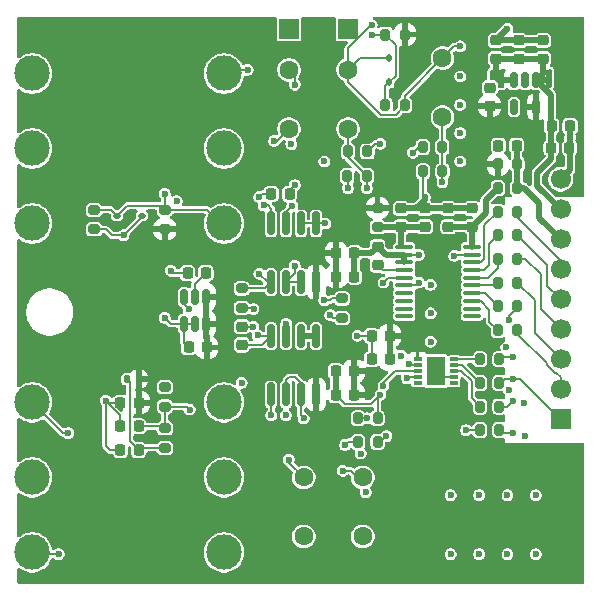
<source format=gbr>
%TF.GenerationSoftware,KiCad,Pcbnew,9.0.4*%
%TF.CreationDate,2025-09-24T19:41:08-07:00*%
%TF.ProjectId,LE_FRONTEND,4c455f46-524f-44e5-9445-4e442e6b6963,rev?*%
%TF.SameCoordinates,Original*%
%TF.FileFunction,Copper,L1,Top*%
%TF.FilePolarity,Positive*%
%FSLAX46Y46*%
G04 Gerber Fmt 4.6, Leading zero omitted, Abs format (unit mm)*
G04 Created by KiCad (PCBNEW 9.0.4) date 2025-09-24 19:41:08*
%MOMM*%
%LPD*%
G01*
G04 APERTURE LIST*
G04 Aperture macros list*
%AMRoundRect*
0 Rectangle with rounded corners*
0 $1 Rounding radius*
0 $2 $3 $4 $5 $6 $7 $8 $9 X,Y pos of 4 corners*
0 Add a 4 corners polygon primitive as box body*
4,1,4,$2,$3,$4,$5,$6,$7,$8,$9,$2,$3,0*
0 Add four circle primitives for the rounded corners*
1,1,$1+$1,$2,$3*
1,1,$1+$1,$4,$5*
1,1,$1+$1,$6,$7*
1,1,$1+$1,$8,$9*
0 Add four rect primitives between the rounded corners*
20,1,$1+$1,$2,$3,$4,$5,0*
20,1,$1+$1,$4,$5,$6,$7,0*
20,1,$1+$1,$6,$7,$8,$9,0*
20,1,$1+$1,$8,$9,$2,$3,0*%
G04 Aperture macros list end*
%TA.AperFunction,SMDPad,CuDef*%
%ADD10RoundRect,0.225000X-0.225000X-0.250000X0.225000X-0.250000X0.225000X0.250000X-0.225000X0.250000X0*%
%TD*%
%TA.AperFunction,SMDPad,CuDef*%
%ADD11RoundRect,0.200000X0.275000X-0.200000X0.275000X0.200000X-0.275000X0.200000X-0.275000X-0.200000X0*%
%TD*%
%TA.AperFunction,SMDPad,CuDef*%
%ADD12RoundRect,0.225000X0.250000X-0.225000X0.250000X0.225000X-0.250000X0.225000X-0.250000X-0.225000X0*%
%TD*%
%TA.AperFunction,SMDPad,CuDef*%
%ADD13RoundRect,0.135000X0.135000X0.185000X-0.135000X0.185000X-0.135000X-0.185000X0.135000X-0.185000X0*%
%TD*%
%TA.AperFunction,SMDPad,CuDef*%
%ADD14RoundRect,0.200000X0.200000X0.275000X-0.200000X0.275000X-0.200000X-0.275000X0.200000X-0.275000X0*%
%TD*%
%TA.AperFunction,SMDPad,CuDef*%
%ADD15RoundRect,0.112500X-0.187500X-0.112500X0.187500X-0.112500X0.187500X0.112500X-0.187500X0.112500X0*%
%TD*%
%TA.AperFunction,SMDPad,CuDef*%
%ADD16RoundRect,0.200000X-0.200000X-0.275000X0.200000X-0.275000X0.200000X0.275000X-0.200000X0.275000X0*%
%TD*%
%TA.AperFunction,SMDPad,CuDef*%
%ADD17RoundRect,0.200000X-0.275000X0.200000X-0.275000X-0.200000X0.275000X-0.200000X0.275000X0.200000X0*%
%TD*%
%TA.AperFunction,SMDPad,CuDef*%
%ADD18RoundRect,0.225000X0.225000X0.250000X-0.225000X0.250000X-0.225000X-0.250000X0.225000X-0.250000X0*%
%TD*%
%TA.AperFunction,SMDPad,CuDef*%
%ADD19RoundRect,0.112500X0.112500X-0.187500X0.112500X0.187500X-0.112500X0.187500X-0.112500X-0.187500X0*%
%TD*%
%TA.AperFunction,SMDPad,CuDef*%
%ADD20RoundRect,0.225000X-0.250000X0.225000X-0.250000X-0.225000X0.250000X-0.225000X0.250000X0.225000X0*%
%TD*%
%TA.AperFunction,SMDPad,CuDef*%
%ADD21RoundRect,0.150000X-0.150000X0.825000X-0.150000X-0.825000X0.150000X-0.825000X0.150000X0.825000X0*%
%TD*%
%TA.AperFunction,SMDPad,CuDef*%
%ADD22RoundRect,0.100000X-0.637500X-0.100000X0.637500X-0.100000X0.637500X0.100000X-0.637500X0.100000X0*%
%TD*%
%TA.AperFunction,SMDPad,CuDef*%
%ADD23R,0.650000X0.300000*%
%TD*%
%TA.AperFunction,SMDPad,CuDef*%
%ADD24R,1.550000X2.480000*%
%TD*%
%TA.AperFunction,ComponentPad*%
%ADD25R,1.700000X1.700000*%
%TD*%
%TA.AperFunction,ComponentPad*%
%ADD26C,1.700000*%
%TD*%
%TA.AperFunction,SMDPad,CuDef*%
%ADD27RoundRect,0.150000X-0.150000X0.512500X-0.150000X-0.512500X0.150000X-0.512500X0.150000X0.512500X0*%
%TD*%
%TA.AperFunction,SMDPad,CuDef*%
%ADD28RoundRect,0.150000X0.150000X-0.512500X0.150000X0.512500X-0.150000X0.512500X-0.150000X-0.512500X0*%
%TD*%
%TA.AperFunction,ComponentPad*%
%ADD29C,1.600000*%
%TD*%
%TA.AperFunction,ComponentPad*%
%ADD30C,3.000000*%
%TD*%
%TA.AperFunction,ViaPad*%
%ADD31C,0.600000*%
%TD*%
%TA.AperFunction,Conductor*%
%ADD32C,0.200000*%
%TD*%
%TA.AperFunction,Conductor*%
%ADD33C,0.500000*%
%TD*%
G04 APERTURE END LIST*
D10*
%TO.P,C26,1*%
%TO.N,GND*%
X80922352Y-134195882D03*
%TO.P,C26,2*%
%TO.N,Net-(U4-NR)*%
X82472352Y-134195882D03*
%TD*%
D11*
%TO.P,R19,1*%
%TO.N,/2V5_INPUT_FILTER*%
X79000000Y-149000000D03*
%TO.P,R19,2*%
%TO.N,/2V5*%
X79000000Y-147350000D03*
%TD*%
D12*
%TO.P,C0,1*%
%TO.N,+3V3_Analog*%
X106500000Y-120050000D03*
%TO.P,C0,2*%
%TO.N,GND*%
X106500000Y-118500000D03*
%TD*%
%TO.P,C8,1*%
%TO.N,Vin*%
X109000000Y-116050000D03*
%TO.P,C8,2*%
%TO.N,GND*%
X109000000Y-114500000D03*
%TD*%
D10*
%TO.P,C25,1*%
%TO.N,GND*%
X75225970Y-147175000D03*
%TO.P,C25,2*%
%TO.N,/2V5*%
X76775970Y-147175000D03*
%TD*%
D13*
%TO.P,FB1,1*%
%TO.N,+3V3_Analog*%
X76775000Y-143175000D03*
%TO.P,FB1,2*%
%TO.N,/2V5_INPUT_FILTER*%
X75755000Y-143175000D03*
%TD*%
D14*
%TO.P,R17,1*%
%TO.N,/{slash}CS*%
X107325000Y-147500000D03*
%TO.P,R17,2*%
%TO.N,Net-(U5-\u002ACS)*%
X105675000Y-147500000D03*
%TD*%
D15*
%TO.P,D1,1,A1*%
%TO.N,/POS_INPUT_SIG*%
X74950000Y-129350000D03*
%TO.P,D1,2,A2*%
%TO.N,GND*%
X77050000Y-129350000D03*
%TD*%
D16*
%TO.P,R4,1*%
%TO.N,/U9_output_neg*%
X100837928Y-123500000D03*
%TO.P,R4,2*%
%TO.N,/IN-*%
X102487928Y-123500000D03*
%TD*%
D17*
%TO.P,R26,1*%
%TO.N,/U9_input_neg*%
X85500000Y-135500000D03*
%TO.P,R26,2*%
%TO.N,/1V2*%
X85500000Y-137150000D03*
%TD*%
D18*
%TO.P,C4,1*%
%TO.N,GND*%
X95050000Y-134500000D03*
%TO.P,C4,2*%
%TO.N,+3V3_Analog*%
X93500000Y-134500000D03*
%TD*%
D12*
%TO.P,C6,1*%
%TO.N,Vin*%
X107000000Y-116050000D03*
%TO.P,C6,2*%
%TO.N,GND*%
X107000000Y-114500000D03*
%TD*%
D18*
%TO.P,C10,1*%
%TO.N,/Neg_input_Header*%
X89550000Y-127500000D03*
%TO.P,C10,2*%
%TO.N,/U9_input_neg*%
X88000000Y-127500000D03*
%TD*%
D16*
%TO.P,R3,1*%
%TO.N,/U9_output_pos*%
X94450000Y-126000000D03*
%TO.P,R3,2*%
%TO.N,/IN+*%
X96100000Y-126000000D03*
%TD*%
D14*
%TO.P,R6,1*%
%TO.N,/SDI*%
X107325000Y-141500000D03*
%TO.P,R6,2*%
%TO.N,Net-(U5-SDI)*%
X105675000Y-141500000D03*
%TD*%
D12*
%TO.P,C9,1*%
%TO.N,Vin*%
X111000000Y-116050000D03*
%TO.P,C9,2*%
%TO.N,GND*%
X111000000Y-114500000D03*
%TD*%
D10*
%TO.P,C7,1*%
%TO.N,GND*%
X75225970Y-145175000D03*
%TO.P,C7,2*%
%TO.N,+3V3_Analog*%
X76775970Y-145175000D03*
%TD*%
D19*
%TO.P,D2,1,A1*%
%TO.N,/Neg_input_Header*%
X98005954Y-118050000D03*
%TO.P,D2,2,A2*%
%TO.N,GND*%
X98005954Y-115950000D03*
%TD*%
D16*
%TO.P,R5,1*%
%TO.N,/OUTPUT_SIG*%
X95350000Y-146500000D03*
%TO.P,R5,2*%
%TO.N,GND*%
X97000000Y-146500000D03*
%TD*%
D17*
%TO.P,R8,1*%
%TO.N,+3V3_Analog*%
X97000000Y-128675000D03*
%TO.P,R8,2*%
%TO.N,/ADC_PWR_AVDD*%
X97000000Y-130325000D03*
%TD*%
D20*
%TO.P,C13,1*%
%TO.N,GND*%
X105000000Y-128725000D03*
%TO.P,C13,2*%
%TO.N,/ADC_PWR_DVDD*%
X105000000Y-130275000D03*
%TD*%
D16*
%TO.P,R25,1*%
%TO.N,/Neg_input_Header*%
X97675000Y-120000000D03*
%TO.P,R25,2*%
%TO.N,GND*%
X99325000Y-120000000D03*
%TD*%
D14*
%TO.P,R14,1*%
%TO.N,/MCLK*%
X108825000Y-129000000D03*
%TO.P,R14,2*%
%TO.N,Net-(U2-MCLK)*%
X107175000Y-129000000D03*
%TD*%
%TO.P,R16,1*%
%TO.N,/SDO*%
X107325000Y-145500000D03*
%TO.P,R16,2*%
%TO.N,Net-(U5-SDO)*%
X105675000Y-145500000D03*
%TD*%
D21*
%TO.P,U9,1*%
%TO.N,/U9_output_pos*%
X91810000Y-130000000D03*
%TO.P,U9,2,-*%
X90540000Y-130000000D03*
%TO.P,U9,3,+*%
%TO.N,Net-(U9A-+)*%
X89270000Y-130000000D03*
%TO.P,U9,4,V-*%
%TO.N,GND*%
X88000000Y-130000000D03*
%TO.P,U9,5,+*%
%TO.N,/U9_input_neg*%
X88000000Y-134950000D03*
%TO.P,U9,6,-*%
%TO.N,/U9_output_neg*%
X89270000Y-134950000D03*
%TO.P,U9,7*%
X90540000Y-134950000D03*
%TO.P,U9,8,V+*%
%TO.N,+3V3_Analog*%
X91810000Y-134950000D03*
%TD*%
D10*
%TO.P,C18,1*%
%TO.N,GND*%
X93450000Y-144500000D03*
%TO.P,C18,2*%
%TO.N,+3V3_Analog*%
X95000000Y-144500000D03*
%TD*%
%TO.P,C15,1*%
%TO.N,GND*%
X96500000Y-141500000D03*
%TO.P,C15,2*%
%TO.N,+3V3_Analog*%
X98050000Y-141500000D03*
%TD*%
D11*
%TO.P,R20,1*%
%TO.N,/2V5*%
X79000000Y-145500000D03*
%TO.P,R20,2*%
%TO.N,GND*%
X79000000Y-143850000D03*
%TD*%
D14*
%TO.P,R9,1*%
%TO.N,/SDO*%
X108825000Y-133000000D03*
%TO.P,R9,2*%
%TO.N,Net-(U2-SDO)*%
X107175000Y-133000000D03*
%TD*%
%TO.P,R24,1*%
%TO.N,+3V3_Analog*%
X99325000Y-114000000D03*
%TO.P,R24,2*%
%TO.N,/Neg_input_Header*%
X97675000Y-114000000D03*
%TD*%
D18*
%TO.P,C29,1*%
%TO.N,+3V3_DIG*%
X108775000Y-123400000D03*
%TO.P,C29,2*%
%TO.N,GND*%
X107225000Y-123400000D03*
%TD*%
D14*
%TO.P,R15,1*%
%TO.N,/SCK*%
X107325000Y-143500000D03*
%TO.P,R15,2*%
%TO.N,Net-(U5-SCK)*%
X105675000Y-143500000D03*
%TD*%
D10*
%TO.P,C23,1*%
%TO.N,GND*%
X75225000Y-149175000D03*
%TO.P,C23,2*%
%TO.N,/2V5_INPUT_FILTER*%
X76775000Y-149175000D03*
%TD*%
D14*
%TO.P,R1,1*%
%TO.N,/VOUT*%
X97000000Y-148500000D03*
%TO.P,R1,2*%
%TO.N,/U1_INPUT_SIG*%
X95350000Y-148500000D03*
%TD*%
D16*
%TO.P,R2,1*%
%TO.N,/ADC_PWR_DVDD*%
X107175000Y-127000000D03*
%TO.P,R2,2*%
%TO.N,+3V3_DIG*%
X108825000Y-127000000D03*
%TD*%
D20*
%TO.P,C20,1*%
%TO.N,GND*%
X97000000Y-131950000D03*
%TO.P,C20,2*%
%TO.N,Net-(U2-REFIN+{slash}OUT)*%
X97000000Y-133500000D03*
%TD*%
D14*
%TO.P,R13,1*%
%TO.N,/{slash}IRQ*%
X108825000Y-131000000D03*
%TO.P,R13,2*%
%TO.N,Net-(U2-\u002AIRQ{slash}MDAT)*%
X107175000Y-131000000D03*
%TD*%
%TO.P,R12,1*%
%TO.N,/{slash}CS*%
X108825000Y-139000000D03*
%TO.P,R12,2*%
%TO.N,Net-(U2-\u002ACS)*%
X107175000Y-139000000D03*
%TD*%
D22*
%TO.P,U2,1,AVDD*%
%TO.N,/ADC_PWR_AVDD*%
X99275000Y-132000000D03*
%TO.P,U2,2,AGND*%
%TO.N,GND*%
X99275000Y-132650000D03*
%TO.P,U2,3,REFIN-*%
X99275000Y-133300000D03*
%TO.P,U2,4,REFIN+/OUT*%
%TO.N,Net-(U2-REFIN+{slash}OUT)*%
X99275000Y-133950000D03*
%TO.P,U2,5,CH0*%
%TO.N,/IN+*%
X99275000Y-134600000D03*
%TO.P,U2,6,CH1*%
%TO.N,/IN-*%
X99275000Y-135250000D03*
%TO.P,U2,7,NC*%
%TO.N,unconnected-(U2-NC-Pad7)*%
X99275000Y-135900000D03*
%TO.P,U2,8,NC*%
%TO.N,unconnected-(U2-NC-Pad8)*%
X99275000Y-136550000D03*
%TO.P,U2,9,NC*%
%TO.N,unconnected-(U2-NC-Pad9)*%
X99275000Y-137200000D03*
%TO.P,U2,10,NC*%
%TO.N,unconnected-(U2-NC-Pad10)*%
X99275000Y-137850000D03*
%TO.P,U2,11,NC*%
%TO.N,unconnected-(U2-NC-Pad11)*%
X105000000Y-137850000D03*
%TO.P,U2,12,NC*%
%TO.N,unconnected-(U2-NC-Pad12)*%
X105000000Y-137200000D03*
%TO.P,U2,13,\u002ACS*%
%TO.N,Net-(U2-\u002ACS)*%
X105000000Y-136550000D03*
%TO.P,U2,14,SCK*%
%TO.N,Net-(U2-SCK)*%
X105000000Y-135900000D03*
%TO.P,U2,15,SDI*%
%TO.N,Net-(U2-SDI)*%
X105000000Y-135250000D03*
%TO.P,U2,16,SDO*%
%TO.N,Net-(U2-SDO)*%
X105000000Y-134600000D03*
%TO.P,U2,17,\u002AIRQ/MDAT*%
%TO.N,Net-(U2-\u002AIRQ{slash}MDAT)*%
X105000000Y-133950000D03*
%TO.P,U2,18,MCLK*%
%TO.N,Net-(U2-MCLK)*%
X105000000Y-133300000D03*
%TO.P,U2,19,DGND*%
%TO.N,GND*%
X105000000Y-132650000D03*
%TO.P,U2,20,DVDD*%
%TO.N,/ADC_PWR_DVDD*%
X105000000Y-132000000D03*
%TD*%
D23*
%TO.P,U5,1,VDD*%
%TO.N,+3V3_Analog*%
X100400000Y-141500000D03*
%TO.P,U5,2,\u002ACS*%
%TO.N,Net-(U5-\u002ACS)*%
X100400000Y-142000000D03*
%TO.P,U5,3,VREF*%
%TO.N,/2V5*%
X100400000Y-142500000D03*
%TO.P,U5,4,VOUT*%
%TO.N,/VOUT*%
X100400000Y-143000000D03*
%TO.P,U5,5,NC*%
%TO.N,unconnected-(U5-NC-Pad5)*%
X100400000Y-143500000D03*
%TO.P,U5,6,\u002ALAT/HVC*%
%TO.N,unconnected-(U5-\u002ALAT{slash}HVC-Pad6)*%
X103500000Y-143500000D03*
%TO.P,U5,7,VSS*%
%TO.N,GND*%
X103500000Y-143000000D03*
%TO.P,U5,8,SDO*%
%TO.N,Net-(U5-SDO)*%
X103500000Y-142500000D03*
%TO.P,U5,9,SCK*%
%TO.N,Net-(U5-SCK)*%
X103500000Y-142000000D03*
%TO.P,U5,10,SDI*%
%TO.N,Net-(U5-SDI)*%
X103500000Y-141500000D03*
D24*
%TO.P,U5,11,VSS*%
%TO.N,GND*%
X101950000Y-142500000D03*
%TD*%
D20*
%TO.P,C12,1*%
%TO.N,GND*%
X99000000Y-128725000D03*
%TO.P,C12,2*%
%TO.N,/ADC_PWR_AVDD*%
X99000000Y-130275000D03*
%TD*%
D17*
%TO.P,R22,1*%
%TO.N,/POS_INPUT_SIG*%
X73000000Y-128850000D03*
%TO.P,R22,2*%
%TO.N,GND*%
X73000000Y-130500000D03*
%TD*%
D10*
%TO.P,C28,1*%
%TO.N,Vin*%
X111700000Y-123600000D03*
%TO.P,C28,2*%
%TO.N,GND*%
X113250000Y-123600000D03*
%TD*%
D14*
%TO.P,R11,1*%
%TO.N,/SCK*%
X108825000Y-137000000D03*
%TO.P,R11,2*%
%TO.N,Net-(U2-SCK)*%
X107175000Y-137000000D03*
%TD*%
%TO.P,R28,1*%
%TO.N,GND*%
X96144223Y-123905259D03*
%TO.P,R28,2*%
%TO.N,/IN+*%
X94494223Y-123905259D03*
%TD*%
D25*
%TO.P,J3,1,Pin_1*%
%TO.N,/SCK*%
X112500000Y-146580000D03*
D26*
%TO.P,J3,2,Pin_2*%
%TO.N,/{slash}CS*%
X112500000Y-144040000D03*
%TO.P,J3,3,Pin_3*%
%TO.N,/SDI*%
X112500000Y-141500000D03*
%TO.P,J3,4,Pin_4*%
%TO.N,/SDO*%
X112500000Y-138960000D03*
%TO.P,J3,5,Pin_5*%
%TO.N,/{slash}IRQ*%
X112500000Y-136420000D03*
%TO.P,J3,6,Pin_6*%
%TO.N,/MCLK*%
X112500000Y-133880000D03*
%TO.P,J3,7*%
%TO.N,+3V3_DIG*%
X112500000Y-131340000D03*
%TO.P,J3,8*%
%TO.N,Vin*%
X112500000Y-128800000D03*
%TO.P,J3,9*%
%TO.N,GND*%
X112500000Y-126260000D03*
%TD*%
D18*
%TO.P,C17,1*%
%TO.N,GND*%
X95050000Y-132500000D03*
%TO.P,C17,2*%
%TO.N,+3V3_Analog*%
X93500000Y-132500000D03*
%TD*%
D27*
%TO.P,U3,1,VIN*%
%TO.N,Vin*%
X110450000Y-117862500D03*
%TO.P,U3,2,GND*%
%TO.N,GND*%
X109500000Y-117862500D03*
%TO.P,U3,3,EN*%
%TO.N,Vin*%
X108550000Y-117862500D03*
%TO.P,U3,4,NC*%
%TO.N,unconnected-(U3-NC-Pad4)*%
X108550000Y-120137500D03*
%TO.P,U3,5,VOUT*%
%TO.N,+3V3_Analog*%
X110450000Y-120137500D03*
%TD*%
D14*
%TO.P,R10,1*%
%TO.N,/SDI*%
X108825000Y-135000000D03*
%TO.P,R10,2*%
%TO.N,Net-(U2-SDI)*%
X107175000Y-135000000D03*
%TD*%
D16*
%TO.P,JP2,1,A*%
%TO.N,+3V3_Analog*%
X107200000Y-125000000D03*
%TO.P,JP2,2,B*%
%TO.N,+3V3_DIG*%
X108850000Y-125000000D03*
%TD*%
D11*
%TO.P,R23,1*%
%TO.N,+3V3_Analog*%
X79000000Y-130500000D03*
%TO.P,R23,2*%
%TO.N,/POS_INPUT_SIG*%
X79000000Y-128850000D03*
%TD*%
D10*
%TO.P,C16,1*%
%TO.N,GND*%
X93450000Y-142500000D03*
%TO.P,C16,2*%
%TO.N,+3V3_Analog*%
X95000000Y-142500000D03*
%TD*%
D16*
%TO.P,R27,1*%
%TO.N,GND*%
X100850000Y-125594741D03*
%TO.P,R27,2*%
%TO.N,/IN-*%
X102500000Y-125594741D03*
%TD*%
D28*
%TO.P,U4,1,GND*%
%TO.N,GND*%
X80600000Y-138500000D03*
%TO.P,U4,2,GND*%
X81550000Y-138500000D03*
%TO.P,U4,3,EN*%
%TO.N,+3V3_Analog*%
X82500000Y-138500000D03*
%TO.P,U4,4,VIN*%
X82500000Y-136225000D03*
%TO.P,U4,5,NR*%
%TO.N,Net-(U4-NR)*%
X81550000Y-136225000D03*
%TO.P,U4,6,VREF*%
%TO.N,/U1_REFERENCE_NON-INVERTING*%
X80600000Y-136225000D03*
%TD*%
D17*
%TO.P,R7,1*%
%TO.N,Net-(U9A-+)*%
X94000000Y-136350000D03*
%TO.P,R7,2*%
%TO.N,/1V2*%
X94000000Y-138000000D03*
%TD*%
D10*
%TO.P,C14,1*%
%TO.N,GND*%
X96500000Y-139500000D03*
%TO.P,C14,2*%
%TO.N,+3V3_Analog*%
X98050000Y-139500000D03*
%TD*%
D20*
%TO.P,C19,1*%
%TO.N,GND*%
X103000000Y-128725000D03*
%TO.P,C19,2*%
%TO.N,/ADC_PWR_DVDD*%
X103000000Y-130275000D03*
%TD*%
D10*
%TO.P,C27,1*%
%TO.N,Vin*%
X111750000Y-121770000D03*
%TO.P,C27,2*%
%TO.N,GND*%
X113300000Y-121770000D03*
%TD*%
D21*
%TO.P,U1,1*%
%TO.N,/1V2*%
X91810000Y-139525000D03*
%TO.P,U1,2,-*%
X90540000Y-139525000D03*
%TO.P,U1,3,+*%
%TO.N,/U1_REFERENCE_NON-INVERTING*%
X89270000Y-139525000D03*
%TO.P,U1,4,V-*%
%TO.N,GND*%
X88000000Y-139525000D03*
%TO.P,U1,5,+*%
%TO.N,/U1_INPUT_SIG*%
X88000000Y-144475000D03*
%TO.P,U1,6,-*%
%TO.N,/U1_OUTPUT_SIG*%
X89270000Y-144475000D03*
%TO.P,U1,7*%
X90540000Y-144475000D03*
%TO.P,U1,8,V+*%
%TO.N,+3V3_Analog*%
X91810000Y-144475000D03*
%TD*%
D20*
%TO.P,C11,1*%
%TO.N,GND*%
X101000000Y-128725000D03*
%TO.P,C11,2*%
%TO.N,/ADC_PWR_AVDD*%
X101000000Y-130275000D03*
%TD*%
D12*
%TO.P,C5,1*%
%TO.N,GND*%
X85500000Y-140275000D03*
%TO.P,C5,2*%
%TO.N,/U1_REFERENCE_NON-INVERTING*%
X85500000Y-138725000D03*
%TD*%
D10*
%TO.P,C22,1*%
%TO.N,GND*%
X81000000Y-140500000D03*
%TO.P,C22,2*%
%TO.N,+3V3_Analog*%
X82550000Y-140500000D03*
%TD*%
D29*
%TO.P,C2,1*%
%TO.N,GND*%
X94500000Y-117000000D03*
%TO.P,C2,2*%
%TO.N,/IN+*%
X94500000Y-122000000D03*
%TD*%
D30*
%TO.P,J5,R*%
%TO.N,N/C*%
X67770000Y-151500000D03*
%TO.P,J5,RN*%
X84000000Y-151500000D03*
%TO.P,J5,S*%
%TO.N,GND*%
X67770000Y-157850000D03*
%TO.P,J5,SN*%
%TO.N,N/C*%
X84000000Y-157850000D03*
%TO.P,J5,T*%
%TO.N,/OUTPUT_SIG*%
X67770000Y-145150000D03*
%TO.P,J5,TN*%
%TO.N,N/C*%
X84000000Y-145150000D03*
%TD*%
D29*
%TO.P,C21,1*%
%TO.N,GND*%
X90750000Y-156500000D03*
%TO.P,C21,2*%
%TO.N,/U1_INPUT_SIG*%
X90750000Y-151500000D03*
%TD*%
%TO.P,C24,1*%
%TO.N,/U1_OUTPUT_SIG*%
X95750000Y-151500000D03*
%TO.P,C24,2*%
%TO.N,/OUTPUT_SIG*%
X95750000Y-156500000D03*
%TD*%
D30*
%TO.P,J1,R*%
%TO.N,N/C*%
X84000000Y-123650000D03*
%TO.P,J1,RN*%
X67770000Y-123650000D03*
%TO.P,J1,S*%
%TO.N,GND*%
X84000000Y-117300000D03*
%TO.P,J1,SN*%
%TO.N,N/C*%
X67770000Y-117300000D03*
%TO.P,J1,T*%
%TO.N,/POS_INPUT_SIG*%
X84000000Y-130000000D03*
%TO.P,J1,TN*%
%TO.N,N/C*%
X67770000Y-130000000D03*
%TD*%
D29*
%TO.P,C1,1*%
%TO.N,/POS_INPUT_SIG*%
X89500000Y-122000000D03*
%TO.P,C1,2*%
%TO.N,Net-(U9A-+)*%
X89500000Y-117000000D03*
%TD*%
D25*
%TO.P,J2,1,Pin_1*%
%TO.N,/Neg_input_Header*%
X89500000Y-113500000D03*
%TD*%
D29*
%TO.P,C3,1*%
%TO.N,GND*%
X102500000Y-116000000D03*
%TO.P,C3,2*%
%TO.N,/IN-*%
X102500000Y-121000000D03*
%TD*%
D25*
%TO.P,J6,1,Pin_1*%
%TO.N,GND*%
X94500000Y-113500000D03*
%TD*%
D31*
%TO.N,+3V3_Analog*%
X75500000Y-120000000D03*
X75000000Y-158000000D03*
X113500000Y-117000000D03*
X82500000Y-136250000D03*
X104000000Y-148800000D03*
X105200000Y-116600000D03*
X105600000Y-121000000D03*
X86750000Y-158250000D03*
X98400000Y-126400000D03*
X103000000Y-134600000D03*
X105600000Y-126500000D03*
X91810000Y-144475000D03*
X98050000Y-139500000D03*
X79000000Y-130500000D03*
X98500000Y-122400000D03*
X91810000Y-134950000D03*
X105600000Y-123750000D03*
X100250000Y-148750000D03*
X93500000Y-132500000D03*
X86000000Y-119750000D03*
X106500000Y-120050000D03*
X86000000Y-122600000D03*
X110000000Y-150400000D03*
X82250000Y-149000000D03*
X97000000Y-137250000D03*
X76750000Y-141250000D03*
X93500000Y-134500000D03*
X109500000Y-121100000D03*
X82500000Y-138500000D03*
X103000000Y-139000000D03*
X99400000Y-117800000D03*
%TO.N,GND*%
X107225000Y-123400000D03*
X97250000Y-123250000D03*
X101500000Y-135200000D03*
X96004952Y-152774758D03*
X105600000Y-153000000D03*
X106500000Y-118500000D03*
X75500000Y-131000000D03*
X108134761Y-144122205D03*
X99000000Y-141200000D03*
X107900000Y-140500000D03*
X95300000Y-139500000D03*
X101000000Y-127750000D03*
X74000000Y-145000000D03*
X86000000Y-117000000D03*
X108000000Y-113500000D03*
X104000000Y-119950000D03*
X101950000Y-142500000D03*
X109400000Y-145200000D03*
X70000000Y-158000000D03*
X109500000Y-117862500D03*
X87357772Y-128465544D03*
X89699999Y-123284524D03*
X79000000Y-138000000D03*
X95573514Y-149474986D03*
X108000000Y-153000000D03*
X103200000Y-158000000D03*
X103200000Y-153000000D03*
X104000000Y-122350000D03*
X109463677Y-147984853D03*
X89250000Y-146250000D03*
X113300000Y-122700000D03*
X79000000Y-143850000D03*
X97250000Y-144500000D03*
X104000000Y-115000000D03*
X85500000Y-143500000D03*
X110400000Y-158000000D03*
X101500000Y-137600000D03*
X96500000Y-113199997D03*
X101500000Y-140000000D03*
X104000000Y-117550000D03*
X103500000Y-132750000D03*
X108000000Y-158000000D03*
X110400000Y-153000000D03*
X104000000Y-124750000D03*
X86853108Y-139457432D03*
X100500000Y-132650000D03*
X105600000Y-158000000D03*
X80000000Y-128100000D03*
X79500000Y-134000000D03*
%TO.N,/U1_REFERENCE_NON-INVERTING*%
X80999228Y-137251070D03*
X89270000Y-138500000D03*
X86497017Y-138741051D03*
%TO.N,/IN+*%
X97500000Y-135000000D03*
X96100000Y-127000000D03*
%TO.N,/IN-*%
X100500000Y-135000000D03*
X102500000Y-126500000D03*
%TO.N,/U9_input_neg*%
X87000000Y-127750000D03*
X87000000Y-134250000D03*
%TO.N,/POS_INPUT_SIG*%
X88250000Y-123000000D03*
X79000000Y-127500000D03*
%TO.N,/Neg_input_Header*%
X90000000Y-126750000D03*
X96500000Y-114000000D03*
%TO.N,/VOUT*%
X99500000Y-143100000D03*
X97750000Y-148000000D03*
%TO.N,/SDO*%
X108500000Y-145000000D03*
%TO.N,/SCK*%
X108100000Y-138200000D03*
X108496338Y-143185267D03*
%TO.N,/SDI*%
X108500000Y-141300003D03*
%TO.N,/{slash}CS*%
X108500000Y-147700000D03*
%TO.N,Net-(U9A-+)*%
X89772501Y-128522501D03*
X92500000Y-136500000D03*
X90000000Y-118250000D03*
%TO.N,/2V5*%
X97502983Y-143741051D03*
X81100000Y-145750000D03*
%TO.N,/1V2*%
X91250000Y-139525000D03*
X86500000Y-137250000D03*
X93000000Y-137750000D03*
%TO.N,Net-(U5-\u002ACS)*%
X104500000Y-147500000D03*
X99641987Y-141900000D03*
%TO.N,/U1_INPUT_SIG*%
X89500000Y-150000000D03*
X88000000Y-146250000D03*
X94250000Y-148750000D03*
%TO.N,/U1_OUTPUT_SIG*%
X90750000Y-146500000D03*
X94066040Y-150933960D03*
%TO.N,/U9_output_neg*%
X92500000Y-124750000D03*
X90000000Y-133600000D03*
X100000000Y-124000000D03*
%TO.N,/OUTPUT_SIG*%
X96100000Y-146493675D03*
X70800000Y-147750000D03*
%TO.N,/U9_output_pos*%
X92575000Y-130000000D03*
X94500000Y-127000000D03*
%TD*%
D32*
%TO.N,GND*%
X74000000Y-130500000D02*
X74500000Y-131000000D01*
X74500000Y-131000000D02*
X75500000Y-131000000D01*
X73000000Y-130500000D02*
X74000000Y-130500000D01*
%TO.N,+3V3_Analog*%
X99000000Y-139500000D02*
X100400000Y-140900000D01*
X100400000Y-140900000D02*
X100400000Y-141500000D01*
X98050000Y-139500000D02*
X99000000Y-139500000D01*
%TO.N,/Neg_input_Header*%
X89500000Y-127450000D02*
X89550000Y-127500000D01*
X90000000Y-126750000D02*
X89500000Y-127250000D01*
X89500000Y-127250000D02*
X89500000Y-127450000D01*
%TO.N,/U1_OUTPUT_SIG*%
X89270000Y-143230000D02*
X89270000Y-144475000D01*
X89478772Y-143021228D02*
X89270000Y-143230000D01*
X90062428Y-143021228D02*
X89478772Y-143021228D01*
X90062428Y-143062429D02*
X90062428Y-143021228D01*
X90540000Y-143540001D02*
X90062428Y-143062429D01*
X90540000Y-144475000D02*
X90540000Y-143540001D01*
%TO.N,/U1_INPUT_SIG*%
X89500000Y-150250000D02*
X90750000Y-151500000D01*
X89500000Y-150000000D02*
X89500000Y-150250000D01*
%TO.N,+3V3_Analog*%
X98500000Y-139500000D02*
X98500000Y-139250000D01*
X76775000Y-143175000D02*
X76775000Y-145174030D01*
X76775000Y-145174030D02*
X76775970Y-145175000D01*
X93500000Y-134500000D02*
X93500000Y-132500000D01*
X98050000Y-139500000D02*
X98050000Y-141500000D01*
X100400000Y-141500000D02*
X100500000Y-141500000D01*
X82500000Y-136225000D02*
X82500000Y-136250000D01*
D33*
%TO.N,GND*%
X100275000Y-128725000D02*
X99000000Y-128725000D01*
D32*
X87357772Y-128465544D02*
X87715544Y-128465544D01*
X84200000Y-117500000D02*
X84000000Y-117300000D01*
X74000000Y-145000000D02*
X74000000Y-148850000D01*
X96450060Y-113199997D02*
X94500000Y-115150057D01*
X81550000Y-138500000D02*
X80600000Y-138500000D01*
D33*
X96450000Y-132500000D02*
X97000000Y-131950000D01*
D32*
X88000000Y-128750000D02*
X88000000Y-130000000D01*
X100500000Y-132650000D02*
X99275000Y-132650000D01*
X75225970Y-147175000D02*
X75225970Y-146225970D01*
X103600000Y-132650000D02*
X103500000Y-132750000D01*
X96500000Y-113199997D02*
X96450060Y-113199997D01*
X75225970Y-145175000D02*
X74175000Y-145175000D01*
X99325000Y-119175000D02*
X102500000Y-116000000D01*
X103500000Y-143000000D02*
X102450000Y-143000000D01*
D33*
X95050000Y-132500000D02*
X95050000Y-134500000D01*
D32*
X87000000Y-140275000D02*
X85500000Y-140275000D01*
D33*
X99275000Y-132650000D02*
X99275000Y-133300000D01*
X95050000Y-132500000D02*
X96450000Y-132500000D01*
X112500000Y-126260000D02*
X113300000Y-125460000D01*
D32*
X88000000Y-139525000D02*
X87250000Y-140275000D01*
X94500000Y-117000000D02*
X94500000Y-118014064D01*
D33*
X97000000Y-131950000D02*
X97700000Y-132650000D01*
D32*
X97000000Y-144750000D02*
X97250000Y-144500000D01*
D33*
X99000000Y-128725000D02*
X105000000Y-128725000D01*
D32*
X67920000Y-158000000D02*
X67770000Y-157850000D01*
D33*
X113300000Y-122700000D02*
X113300000Y-121770000D01*
D32*
X102500000Y-116000000D02*
X103500000Y-115000000D01*
X95550000Y-115950000D02*
X94500000Y-117000000D01*
X102450000Y-143000000D02*
X101950000Y-142500000D01*
X86000000Y-117000000D02*
X84300000Y-117000000D01*
D33*
X101000000Y-127750000D02*
X101000000Y-128000000D01*
D32*
X95300000Y-139500000D02*
X96500000Y-139500000D01*
X100850000Y-127600000D02*
X100850000Y-125594741D01*
X74175000Y-145175000D02*
X74000000Y-145000000D01*
X94226000Y-145276000D02*
X96474000Y-145276000D01*
X79500000Y-138500000D02*
X79000000Y-138000000D01*
X99325000Y-120000000D02*
X99325000Y-119175000D01*
X75225970Y-146225970D02*
X74000000Y-145000000D01*
D33*
X93450000Y-142500000D02*
X93450000Y-144500000D01*
D32*
X88000000Y-139525000D02*
X86920676Y-139525000D01*
X105000000Y-132650000D02*
X103600000Y-132650000D01*
X96474000Y-145276000D02*
X97250000Y-144500000D01*
X77050000Y-129350000D02*
X77050000Y-129450000D01*
X80600000Y-138500000D02*
X80600000Y-140100000D01*
X93450000Y-144500000D02*
X94226000Y-145276000D01*
X96500000Y-141500000D02*
X96500000Y-139500000D01*
X80600000Y-140100000D02*
X81000000Y-140500000D01*
X86920676Y-139525000D02*
X86853108Y-139457432D01*
X87715544Y-128465544D02*
X88000000Y-128750000D01*
D33*
X113300000Y-125460000D02*
X113300000Y-122700000D01*
D32*
X80600000Y-138500000D02*
X79500000Y-138500000D01*
X80922352Y-134195882D02*
X79695882Y-134195882D01*
X98005954Y-115950000D02*
X95550000Y-115950000D01*
X74000000Y-148850000D02*
X74325000Y-149175000D01*
X96799482Y-123250000D02*
X96144223Y-123905259D01*
X97261936Y-120776000D02*
X98549000Y-120776000D01*
X97250000Y-123250000D02*
X96799482Y-123250000D01*
X97000000Y-146500000D02*
X97000000Y-144750000D01*
D33*
X107000000Y-114500000D02*
X111000000Y-114500000D01*
X97700000Y-132650000D02*
X99275000Y-132650000D01*
D32*
X98549000Y-120776000D02*
X99325000Y-120000000D01*
X87250000Y-140275000D02*
X87000000Y-140275000D01*
X101000000Y-127750000D02*
X100850000Y-127600000D01*
D33*
X101000000Y-128000000D02*
X100275000Y-128725000D01*
D32*
X94500000Y-118014064D02*
X97261936Y-120776000D01*
X70000000Y-158000000D02*
X67920000Y-158000000D01*
X94500000Y-115150057D02*
X94500000Y-117000000D01*
X74325000Y-149175000D02*
X75225000Y-149175000D01*
X103500000Y-115000000D02*
X104000000Y-115000000D01*
X77050000Y-129450000D02*
X75500000Y-131000000D01*
X79695882Y-134195882D02*
X79500000Y-134000000D01*
D33*
X108000000Y-113500000D02*
X107000000Y-114500000D01*
D32*
X84300000Y-117000000D02*
X84000000Y-117300000D01*
%TO.N,/U1_REFERENCE_NON-INVERTING*%
X89270000Y-138500000D02*
X89270000Y-139525000D01*
X85275000Y-138500000D02*
X85516051Y-138741051D01*
X80600000Y-136225000D02*
X80600000Y-136851842D01*
X80600000Y-136851842D02*
X80999228Y-137251070D01*
X85516051Y-138741051D02*
X86497017Y-138741051D01*
%TO.N,/IN+*%
X96100000Y-127000000D02*
X96100000Y-126000000D01*
X94494223Y-122005777D02*
X94500000Y-122000000D01*
X97900000Y-134600000D02*
X97500000Y-135000000D01*
X99275000Y-134600000D02*
X97900000Y-134600000D01*
X94494223Y-123905259D02*
X94494223Y-122005777D01*
X94494223Y-124394223D02*
X96100000Y-126000000D01*
X94494223Y-123905259D02*
X94494223Y-124394223D01*
%TO.N,/IN-*%
X102487928Y-123500000D02*
X102487928Y-125582669D01*
X102500000Y-126500000D02*
X102500000Y-125594741D01*
X102487928Y-121012072D02*
X102500000Y-121000000D01*
X100250000Y-135250000D02*
X100500000Y-135000000D01*
X102487928Y-123500000D02*
X102487928Y-121012072D01*
X102487928Y-125582669D02*
X102500000Y-125594741D01*
X99275000Y-135250000D02*
X100250000Y-135250000D01*
D33*
%TO.N,Vin*%
X111000000Y-116050000D02*
X111000000Y-117312500D01*
X110500000Y-125700000D02*
X111700000Y-124500000D01*
X111700000Y-119112500D02*
X110450000Y-117862500D01*
X111000000Y-117312500D02*
X110450000Y-117862500D01*
X112500000Y-128800000D02*
X110500000Y-126800000D01*
X110500000Y-126800000D02*
X110500000Y-125700000D01*
X111700000Y-124500000D02*
X111700000Y-123600000D01*
X111700000Y-123600000D02*
X111700000Y-119112500D01*
D32*
%TO.N,/U9_input_neg*%
X85500000Y-135500000D02*
X87450000Y-135500000D01*
X88000000Y-127500000D02*
X87250000Y-127500000D01*
X87250000Y-127500000D02*
X87000000Y-127750000D01*
X87450000Y-135500000D02*
X88000000Y-134950000D01*
X87700000Y-134950000D02*
X87000000Y-134250000D01*
X88000000Y-134950000D02*
X87700000Y-134950000D01*
%TO.N,/POS_INPUT_SIG*%
X74950000Y-129350000D02*
X75800000Y-128500000D01*
X83750000Y-130000000D02*
X82600000Y-128850000D01*
X88500000Y-123000000D02*
X89500000Y-122000000D01*
X78650000Y-128500000D02*
X79000000Y-128850000D01*
X79000000Y-127500000D02*
X79000000Y-128850000D01*
X82600000Y-128850000D02*
X79000000Y-128850000D01*
X74450000Y-128850000D02*
X74950000Y-129350000D01*
X84000000Y-130000000D02*
X83750000Y-130000000D01*
X75800000Y-128500000D02*
X78650000Y-128500000D01*
X88250000Y-123000000D02*
X88500000Y-123000000D01*
X73000000Y-128850000D02*
X74450000Y-128850000D01*
%TO.N,/Neg_input_Header*%
X97675000Y-120000000D02*
X97675000Y-118380954D01*
X97675000Y-118380954D02*
X98005954Y-118050000D01*
X98531954Y-117524000D02*
X98531954Y-114856954D01*
X98005954Y-118050000D02*
X98531954Y-117524000D01*
X98531954Y-114856954D02*
X97675000Y-114000000D01*
X96500000Y-114000000D02*
X97675000Y-114000000D01*
%TO.N,Net-(U2-REFIN+{slash}OUT)*%
X97000000Y-133500000D02*
X97450000Y-133950000D01*
X97450000Y-133950000D02*
X99275000Y-133950000D01*
%TO.N,/VOUT*%
X100400000Y-143000000D02*
X99600000Y-143000000D01*
X99600000Y-143000000D02*
X99500000Y-143100000D01*
X97250000Y-148500000D02*
X97750000Y-148000000D01*
X97000000Y-148500000D02*
X97250000Y-148500000D01*
%TO.N,/SDO*%
X107325000Y-145500000D02*
X108000000Y-145500000D01*
X107325000Y-145500000D02*
X107624000Y-145500000D01*
X110800000Y-134300000D02*
X110800000Y-137260000D01*
X108000000Y-145500000D02*
X108500000Y-145000000D01*
X109500000Y-133000000D02*
X110800000Y-134300000D01*
X108825000Y-133000000D02*
X109500000Y-133000000D01*
X108825000Y-133000000D02*
X109120000Y-133000000D01*
X110800000Y-137260000D02*
X112500000Y-138960000D01*
%TO.N,/MCLK*%
X112500000Y-133150000D02*
X112500000Y-133880000D01*
X108825000Y-129000000D02*
X108825000Y-129475000D01*
X108825000Y-129475000D02*
X112500000Y-133150000D01*
%TO.N,/SCK*%
X108100000Y-137850000D02*
X108825000Y-137125000D01*
X108825000Y-137125000D02*
X108825000Y-137000000D01*
X107500000Y-143500000D02*
X107325000Y-143500000D01*
X108496338Y-143185267D02*
X107814733Y-143185267D01*
X107814733Y-143185267D02*
X107500000Y-143500000D01*
X112480000Y-146580000D02*
X112500000Y-146580000D01*
X108100000Y-138200000D02*
X108100000Y-137850000D01*
X108496338Y-143185267D02*
X109085267Y-143185267D01*
X109085267Y-143185267D02*
X112480000Y-146580000D01*
%TO.N,/{slash}IRQ*%
X111349000Y-133524000D02*
X111349000Y-135269000D01*
X108825000Y-131000000D02*
X111349000Y-133524000D01*
X111349000Y-135269000D02*
X112500000Y-136420000D01*
%TO.N,/SDI*%
X108825000Y-135000000D02*
X110300000Y-136475000D01*
X110300000Y-136475000D02*
X110300000Y-139300000D01*
X110300000Y-139300000D02*
X112500000Y-141500000D01*
X108825000Y-135000000D02*
X108825000Y-135245000D01*
X108499262Y-141299265D02*
X107525735Y-141299265D01*
X108500000Y-141300003D02*
X108499262Y-141299265D01*
X107525735Y-141299265D02*
X107325000Y-141500000D01*
%TO.N,/{slash}CS*%
X111349000Y-141976760D02*
X112023240Y-142651000D01*
X108825000Y-139325000D02*
X111349000Y-141849000D01*
X107525000Y-147700000D02*
X107325000Y-147500000D01*
X111349000Y-141849000D02*
X111349000Y-141976760D01*
X108500000Y-147700000D02*
X107525000Y-147700000D01*
X112151000Y-142651000D02*
X112500000Y-143000000D01*
X112023240Y-142651000D02*
X112151000Y-142651000D01*
X112500000Y-143000000D02*
X112500000Y-144040000D01*
X108825000Y-139000000D02*
X108825000Y-139325000D01*
%TO.N,Net-(U9A-+)*%
X89270000Y-129025001D02*
X89270000Y-130000000D01*
X93000000Y-136500000D02*
X93150000Y-136350000D01*
X89795001Y-128500000D02*
X89772501Y-128522501D01*
X90000000Y-118250000D02*
X90000000Y-117500000D01*
X93150000Y-136350000D02*
X94000000Y-136350000D01*
X89772501Y-128522501D02*
X89270000Y-129025001D01*
X92500000Y-136500000D02*
X93000000Y-136500000D01*
X90000000Y-117500000D02*
X89500000Y-117000000D01*
X89270000Y-130346968D02*
X89270000Y-130000000D01*
D33*
%TO.N,/ADC_PWR_AVDD*%
X97000000Y-130325000D02*
X100950000Y-130325000D01*
X99000000Y-130275000D02*
X99000000Y-131725000D01*
D32*
X100950000Y-130325000D02*
X101000000Y-130275000D01*
X99000000Y-131725000D02*
X99275000Y-132000000D01*
%TO.N,/2V5*%
X80850000Y-145500000D02*
X81100000Y-145750000D01*
X76775970Y-147175000D02*
X78825000Y-147175000D01*
X79000000Y-145500000D02*
X79000000Y-147350000D01*
X98500000Y-142500000D02*
X100400000Y-142500000D01*
X78825000Y-147175000D02*
X79000000Y-147350000D01*
X97502983Y-143497017D02*
X98500000Y-142500000D01*
X79000000Y-145500000D02*
X80850000Y-145500000D01*
X97502983Y-143741051D02*
X97502983Y-143497017D01*
%TO.N,Net-(U5-SDI)*%
X105675000Y-141500000D02*
X103500000Y-141500000D01*
%TO.N,/1V2*%
X94000000Y-138000000D02*
X93250000Y-138000000D01*
D33*
X91250000Y-139525000D02*
X90540000Y-139525000D01*
D32*
X93250000Y-138000000D02*
X93000000Y-137750000D01*
X85500000Y-137150000D02*
X86400000Y-137150000D01*
X86400000Y-137150000D02*
X86500000Y-137250000D01*
D33*
X91250000Y-139525000D02*
X91810000Y-139525000D01*
D32*
%TO.N,Net-(U2-SDO)*%
X107175000Y-133810936D02*
X106385936Y-134600000D01*
X107175000Y-133000000D02*
X107175000Y-133810936D01*
X106385936Y-134600000D02*
X105000000Y-134600000D01*
%TO.N,Net-(U2-SDI)*%
X106925000Y-135250000D02*
X105000000Y-135250000D01*
X107175000Y-135000000D02*
X106925000Y-135250000D01*
%TO.N,Net-(U2-SCK)*%
X107175000Y-137000000D02*
X106075000Y-135900000D01*
X106075000Y-135900000D02*
X105000000Y-135900000D01*
%TO.N,Net-(U2-\u002ACS)*%
X105000000Y-136550000D02*
X105737499Y-136550000D01*
X106474000Y-138299000D02*
X107175000Y-139000000D01*
X106474000Y-137286501D02*
X106474000Y-138299000D01*
X105737499Y-136550000D02*
X106474000Y-137286501D01*
%TO.N,Net-(U2-\u002AIRQ{slash}MDAT)*%
X106474000Y-133488064D02*
X106012064Y-133950000D01*
X106474000Y-131701000D02*
X106474000Y-133488064D01*
X106012064Y-133950000D02*
X105000000Y-133950000D01*
X107175000Y-131000000D02*
X106474000Y-131701000D01*
%TO.N,Net-(U2-MCLK)*%
X105737499Y-133300000D02*
X106038500Y-132998999D01*
X106038500Y-130136500D02*
X107175000Y-129000000D01*
X106038500Y-132998999D02*
X106038500Y-130136500D01*
X105000000Y-133300000D02*
X105737499Y-133300000D01*
%TO.N,Net-(U5-SCK)*%
X105675000Y-143500000D02*
X104175000Y-142000000D01*
X104175000Y-142000000D02*
X103500000Y-142000000D01*
%TO.N,Net-(U5-SDO)*%
X104974000Y-144799000D02*
X104974000Y-143366100D01*
X105675000Y-145500000D02*
X104974000Y-144799000D01*
X104107900Y-142500000D02*
X103500000Y-142500000D01*
X104974000Y-143366100D02*
X104107900Y-142500000D01*
%TO.N,Net-(U5-\u002ACS)*%
X99823000Y-142000000D02*
X100400000Y-142000000D01*
X99641987Y-141900000D02*
X99693997Y-141952010D01*
X99775010Y-141952010D02*
X99823000Y-142000000D01*
X99693997Y-141952010D02*
X99775010Y-141952010D01*
X105675000Y-147500000D02*
X104500000Y-147500000D01*
D33*
%TO.N,/ADC_PWR_DVDD*%
X106149014Y-129125986D02*
X106149014Y-128025986D01*
X105000000Y-132000000D02*
X105000000Y-130275000D01*
X105000000Y-130275000D02*
X103000000Y-130275000D01*
X105000000Y-130275000D02*
X106149014Y-129125986D01*
X106149014Y-128025986D02*
X107175000Y-127000000D01*
D32*
%TO.N,/U1_INPUT_SIG*%
X95350000Y-148500000D02*
X94500000Y-148500000D01*
X94500000Y-148500000D02*
X94250000Y-148750000D01*
X88000000Y-144475000D02*
X88000000Y-146250000D01*
%TO.N,/2V5_INPUT_FILTER*%
X76950000Y-149000000D02*
X76775000Y-149175000D01*
X76024970Y-148424970D02*
X76775000Y-149175000D01*
X75755000Y-143175000D02*
X76024970Y-143444970D01*
X79000000Y-149000000D02*
X76950000Y-149000000D01*
X76024970Y-143444970D02*
X76024970Y-148424970D01*
%TO.N,/U1_OUTPUT_SIG*%
X90750000Y-146500000D02*
X90500000Y-146250000D01*
X95300000Y-151500000D02*
X94733960Y-150933960D01*
X90500000Y-144515000D02*
X90540000Y-144475000D01*
X90500000Y-146250000D02*
X90500000Y-144515000D01*
X94733960Y-150933960D02*
X94066040Y-150933960D01*
%TO.N,/U9_output_neg*%
X100500000Y-123500000D02*
X100000000Y-124000000D01*
X90000000Y-133600000D02*
X90000000Y-134220000D01*
X90000000Y-134220000D02*
X89270000Y-134950000D01*
X90500000Y-134910000D02*
X90540000Y-134950000D01*
X100837928Y-123500000D02*
X100500000Y-123500000D01*
X90540000Y-134950000D02*
X89270000Y-134950000D01*
%TO.N,Net-(U4-NR)*%
X82472352Y-134195882D02*
X81550000Y-135118234D01*
X81550000Y-135118234D02*
X81550000Y-136225000D01*
%TO.N,/OUTPUT_SIG*%
X67770000Y-145150000D02*
X70370000Y-147750000D01*
X70370000Y-147750000D02*
X70800000Y-147750000D01*
X95356325Y-146493675D02*
X95350000Y-146500000D01*
X96100000Y-146493675D02*
X95356325Y-146493675D01*
%TO.N,/U9_output_pos*%
X90540000Y-130000000D02*
X91810000Y-130000000D01*
X94500000Y-127000000D02*
X94500000Y-126050000D01*
X94494223Y-125955777D02*
X94450000Y-126000000D01*
X92575000Y-130000000D02*
X91810000Y-130000000D01*
X94500000Y-126050000D02*
X94450000Y-126000000D01*
D33*
%TO.N,+3V3_DIG*%
X109400000Y-127000000D02*
X108825000Y-127000000D01*
X110700000Y-128300000D02*
X109400000Y-127000000D01*
X108775000Y-123400000D02*
X108775000Y-124925000D01*
X108850000Y-125000000D02*
X108850000Y-126975000D01*
X112500000Y-131340000D02*
X110700000Y-129540000D01*
D32*
X108850000Y-126975000D02*
X108825000Y-127000000D01*
X108775000Y-124925000D02*
X108850000Y-125000000D01*
D33*
X110700000Y-129540000D02*
X110700000Y-128300000D01*
%TD*%
%TA.AperFunction,Conductor*%
%TO.N,GND*%
G36*
X75349552Y-146854915D02*
G01*
X75403325Y-146899527D01*
X75424442Y-146966130D01*
X75424470Y-146968787D01*
X75424470Y-147221000D01*
X75421919Y-147229685D01*
X75423208Y-147238647D01*
X75412229Y-147262687D01*
X75404785Y-147288039D01*
X75397944Y-147293966D01*
X75394183Y-147302203D01*
X75371948Y-147316492D01*
X75351981Y-147333794D01*
X75341466Y-147336081D01*
X75335405Y-147339977D01*
X75300470Y-147345000D01*
X75204970Y-147345000D01*
X75137931Y-147325315D01*
X75092176Y-147272511D01*
X75080970Y-147221000D01*
X75080970Y-147040296D01*
X75100655Y-146973257D01*
X75134610Y-146938191D01*
X75196905Y-146895268D01*
X75217278Y-146876835D01*
X75280197Y-146846456D01*
X75349552Y-146854915D01*
G37*
%TD.AperFunction*%
%TA.AperFunction,Conductor*%
G36*
X75367509Y-145194685D02*
G01*
X75413264Y-145247489D01*
X75424470Y-145299000D01*
X75424470Y-145835194D01*
X75404785Y-145902233D01*
X75351981Y-145947988D01*
X75282823Y-145957932D01*
X75219267Y-145928907D01*
X75212789Y-145922875D01*
X75012289Y-145722375D01*
X74978804Y-145661052D01*
X74975970Y-145634694D01*
X74975970Y-145299000D01*
X74995655Y-145231961D01*
X75048459Y-145186206D01*
X75099970Y-145175000D01*
X75300470Y-145175000D01*
X75367509Y-145194685D01*
G37*
%TD.AperFunction*%
%TD*%
%TA.AperFunction,Conductor*%
%TO.N,Vin*%
G36*
X110943039Y-115819685D02*
G01*
X110988794Y-115872489D01*
X111000000Y-115924000D01*
X111000000Y-116176000D01*
X110980315Y-116243039D01*
X110927511Y-116288794D01*
X110876000Y-116300000D01*
X107250000Y-116300000D01*
X107250000Y-116999999D01*
X107298308Y-116999999D01*
X107298322Y-116999998D01*
X107397607Y-116989855D01*
X107558481Y-116936547D01*
X107558488Y-116936544D01*
X107651828Y-116878970D01*
X107719220Y-116860529D01*
X107785884Y-116881451D01*
X107830654Y-116935092D01*
X107839316Y-117004423D01*
X107823659Y-117047627D01*
X107798718Y-117089801D01*
X107798716Y-117089806D01*
X107752900Y-117247504D01*
X107752899Y-117247510D01*
X107750000Y-117284350D01*
X107750000Y-117612500D01*
X108426000Y-117612500D01*
X108493039Y-117632185D01*
X108538794Y-117684989D01*
X108550000Y-117736500D01*
X108550000Y-117988500D01*
X108530315Y-118055539D01*
X108477511Y-118101294D01*
X108426000Y-118112500D01*
X107750000Y-118112500D01*
X107750000Y-118376000D01*
X107730315Y-118443039D01*
X107677511Y-118488794D01*
X107626000Y-118500000D01*
X107299500Y-118500000D01*
X107232461Y-118480315D01*
X107186706Y-118427511D01*
X107175500Y-118376000D01*
X107175500Y-118241506D01*
X107159720Y-118141878D01*
X107159719Y-118141876D01*
X107159719Y-118141874D01*
X107098528Y-118021780D01*
X107098526Y-118021778D01*
X107098523Y-118021774D01*
X107003225Y-117926476D01*
X107003221Y-117926473D01*
X107003220Y-117926472D01*
X106883126Y-117865281D01*
X106883124Y-117865280D01*
X106883121Y-117865279D01*
X106783493Y-117849500D01*
X106783488Y-117849500D01*
X106624000Y-117849500D01*
X106556961Y-117829815D01*
X106511206Y-117777011D01*
X106500000Y-117725500D01*
X106500000Y-117116709D01*
X106519685Y-117049670D01*
X106572489Y-117003915D01*
X106636603Y-116993351D01*
X106701683Y-116999999D01*
X106749999Y-116999998D01*
X106750000Y-116999998D01*
X106750000Y-116174000D01*
X106769685Y-116106961D01*
X106822489Y-116061206D01*
X106874000Y-116050000D01*
X107000000Y-116050000D01*
X107000000Y-115924000D01*
X107019685Y-115856961D01*
X107072489Y-115811206D01*
X107124000Y-115800000D01*
X110876000Y-115800000D01*
X110943039Y-115819685D01*
G37*
%TD.AperFunction*%
%TA.AperFunction,Conductor*%
G36*
X111694955Y-116937534D02*
G01*
X111739727Y-116991174D01*
X111750000Y-117040593D01*
X111750000Y-118376000D01*
X111730315Y-118443039D01*
X111677511Y-118488794D01*
X111626000Y-118500000D01*
X111374000Y-118500000D01*
X111306961Y-118480315D01*
X111261206Y-118427511D01*
X111250000Y-118376000D01*
X111250000Y-118112500D01*
X110574000Y-118112500D01*
X110506961Y-118092815D01*
X110461206Y-118040011D01*
X110450000Y-117988500D01*
X110450000Y-117736500D01*
X110469685Y-117669461D01*
X110522489Y-117623706D01*
X110574000Y-117612500D01*
X111250000Y-117612500D01*
X111250000Y-117284365D01*
X111249999Y-117284350D01*
X111247100Y-117247510D01*
X111247099Y-117247504D01*
X111220239Y-117155051D01*
X111220438Y-117085181D01*
X111258380Y-117026511D01*
X111322019Y-116997668D01*
X111326714Y-116997098D01*
X111397606Y-116989856D01*
X111558481Y-116936547D01*
X111558487Y-116936544D01*
X111560899Y-116935057D01*
X111562784Y-116934541D01*
X111565032Y-116933493D01*
X111565211Y-116933876D01*
X111628291Y-116916614D01*
X111694955Y-116937534D01*
G37*
%TD.AperFunction*%
%TD*%
%TA.AperFunction,Conductor*%
%TO.N,+3V3_Analog*%
G36*
X88392555Y-112519685D02*
G01*
X88438310Y-112572489D01*
X88446881Y-112624160D01*
X88449500Y-112624160D01*
X88449500Y-114369752D01*
X88461131Y-114428229D01*
X88461132Y-114428230D01*
X88505447Y-114494552D01*
X88571769Y-114538867D01*
X88571770Y-114538868D01*
X88630247Y-114550499D01*
X88630250Y-114550500D01*
X88630252Y-114550500D01*
X90369750Y-114550500D01*
X90369751Y-114550499D01*
X90384568Y-114547552D01*
X90428229Y-114538868D01*
X90428229Y-114538867D01*
X90428231Y-114538867D01*
X90494552Y-114494552D01*
X90538867Y-114428231D01*
X90538867Y-114428229D01*
X90538868Y-114428229D01*
X90550499Y-114369752D01*
X90550500Y-114369750D01*
X90550500Y-112624160D01*
X90553390Y-112624160D01*
X90564016Y-112567673D01*
X90612005Y-112516891D01*
X90674484Y-112500000D01*
X93325516Y-112500000D01*
X93392555Y-112519685D01*
X93438310Y-112572489D01*
X93446881Y-112624160D01*
X93449500Y-112624160D01*
X93449500Y-114369752D01*
X93461131Y-114428229D01*
X93461132Y-114428230D01*
X93505447Y-114494552D01*
X93571769Y-114538867D01*
X93571770Y-114538868D01*
X93630247Y-114550499D01*
X93630250Y-114550500D01*
X93630252Y-114550500D01*
X94375224Y-114550500D01*
X94442263Y-114570185D01*
X94488018Y-114622989D01*
X94497962Y-114692147D01*
X94468937Y-114755703D01*
X94462905Y-114762181D01*
X94259541Y-114965544D01*
X94259535Y-114965552D01*
X94219982Y-115034061D01*
X94219979Y-115034066D01*
X94199500Y-115110496D01*
X94199500Y-115958683D01*
X94179815Y-116025722D01*
X94127011Y-116071477D01*
X94122953Y-116073244D01*
X94026089Y-116113366D01*
X94026079Y-116113371D01*
X93862218Y-116222860D01*
X93862214Y-116222863D01*
X93722863Y-116362214D01*
X93722860Y-116362218D01*
X93613371Y-116526079D01*
X93613364Y-116526092D01*
X93537950Y-116708160D01*
X93537947Y-116708170D01*
X93499500Y-116901456D01*
X93499500Y-116901459D01*
X93499500Y-117098541D01*
X93499500Y-117098543D01*
X93499499Y-117098543D01*
X93537947Y-117291829D01*
X93537950Y-117291839D01*
X93613364Y-117473907D01*
X93613371Y-117473920D01*
X93722860Y-117637781D01*
X93722863Y-117637785D01*
X93862217Y-117777139D01*
X94011924Y-117877169D01*
X94026086Y-117886632D01*
X94122953Y-117926755D01*
X94177355Y-117970594D01*
X94193327Y-118002677D01*
X94199500Y-118021501D01*
X94199500Y-118053626D01*
X94219979Y-118130053D01*
X94248539Y-118179520D01*
X94258313Y-118196449D01*
X94259542Y-118198578D01*
X94259543Y-118198579D01*
X95652704Y-119591739D01*
X97021476Y-120960511D01*
X97077425Y-121016460D01*
X97077427Y-121016461D01*
X97077431Y-121016464D01*
X97138206Y-121051552D01*
X97145947Y-121056021D01*
X97222374Y-121076500D01*
X97222376Y-121076500D01*
X98588560Y-121076500D01*
X98588562Y-121076500D01*
X98664989Y-121056021D01*
X98733511Y-121016460D01*
X98789460Y-120960511D01*
X99038154Y-120711815D01*
X99099473Y-120678333D01*
X99125823Y-120675499D01*
X99556518Y-120675499D01*
X99650304Y-120660646D01*
X99763342Y-120603050D01*
X99853050Y-120513342D01*
X99910646Y-120400304D01*
X99910646Y-120400302D01*
X99910647Y-120400301D01*
X99924729Y-120311388D01*
X99925500Y-120306519D01*
X99925499Y-119884108D01*
X103499500Y-119884108D01*
X103499500Y-120015892D01*
X103516554Y-120079539D01*
X103533608Y-120143187D01*
X103558695Y-120186638D01*
X103599500Y-120257314D01*
X103692686Y-120350500D01*
X103806814Y-120416392D01*
X103934108Y-120450500D01*
X103934110Y-120450500D01*
X104065890Y-120450500D01*
X104065892Y-120450500D01*
X104193186Y-120416392D01*
X104307314Y-120350500D01*
X104334492Y-120323322D01*
X105525001Y-120323322D01*
X105535144Y-120422607D01*
X105588452Y-120583481D01*
X105588457Y-120583492D01*
X105677424Y-120727728D01*
X105677427Y-120727732D01*
X105797267Y-120847572D01*
X105797271Y-120847575D01*
X105941507Y-120936542D01*
X105941518Y-120936547D01*
X106102393Y-120989855D01*
X106201683Y-120999999D01*
X106750000Y-120999999D01*
X106798308Y-120999999D01*
X106798322Y-120999998D01*
X106897607Y-120989855D01*
X107058481Y-120936547D01*
X107058492Y-120936542D01*
X107202728Y-120847575D01*
X107202732Y-120847572D01*
X107322572Y-120727732D01*
X107322575Y-120727728D01*
X107411542Y-120583492D01*
X107411547Y-120583481D01*
X107464855Y-120422606D01*
X107474999Y-120323322D01*
X107475000Y-120323309D01*
X107475000Y-120300000D01*
X106750000Y-120300000D01*
X106750000Y-120999999D01*
X106201683Y-120999999D01*
X106249999Y-120999998D01*
X106250000Y-120999998D01*
X106250000Y-120300000D01*
X105525001Y-120300000D01*
X105525001Y-120323322D01*
X104334492Y-120323322D01*
X104400500Y-120257314D01*
X104466392Y-120143186D01*
X104500500Y-120015892D01*
X104500500Y-119884108D01*
X104466392Y-119756814D01*
X104400500Y-119642686D01*
X104307314Y-119549500D01*
X104250169Y-119516507D01*
X104193187Y-119483608D01*
X104129539Y-119466554D01*
X104065892Y-119449500D01*
X103934108Y-119449500D01*
X103806812Y-119483608D01*
X103692686Y-119549500D01*
X103692683Y-119549502D01*
X103599502Y-119642683D01*
X103599500Y-119642686D01*
X103533608Y-119756812D01*
X103522036Y-119800000D01*
X103499500Y-119884108D01*
X99925499Y-119884108D01*
X99925499Y-119693482D01*
X99910646Y-119599696D01*
X99853050Y-119486658D01*
X99853046Y-119486654D01*
X99853045Y-119486652D01*
X99763347Y-119396954D01*
X99763343Y-119396951D01*
X99763342Y-119396950D01*
X99759518Y-119395002D01*
X99755715Y-119391409D01*
X99755450Y-119391217D01*
X99755474Y-119391182D01*
X99708724Y-119347030D01*
X99691928Y-119279209D01*
X99714464Y-119213074D01*
X99728127Y-119196843D01*
X101440861Y-117484108D01*
X103499500Y-117484108D01*
X103499500Y-117615892D01*
X103505366Y-117637785D01*
X103533608Y-117743187D01*
X103553211Y-117777139D01*
X103599500Y-117857314D01*
X103692686Y-117950500D01*
X103806814Y-118016392D01*
X103934108Y-118050500D01*
X103934110Y-118050500D01*
X104065890Y-118050500D01*
X104065892Y-118050500D01*
X104193186Y-118016392D01*
X104307314Y-117950500D01*
X104400500Y-117857314D01*
X104466392Y-117743186D01*
X104500500Y-117615892D01*
X104500500Y-117484108D01*
X104466392Y-117356814D01*
X104461398Y-117348165D01*
X104437813Y-117307314D01*
X104400500Y-117242686D01*
X104307314Y-117149500D01*
X104250250Y-117116554D01*
X104193187Y-117083608D01*
X104108199Y-117060836D01*
X104065892Y-117049500D01*
X103934108Y-117049500D01*
X103806812Y-117083608D01*
X103692686Y-117149500D01*
X103692683Y-117149502D01*
X103599502Y-117242683D01*
X103599500Y-117242686D01*
X103533608Y-117356812D01*
X103504247Y-117466391D01*
X103499500Y-117484108D01*
X101440861Y-117484108D01*
X101976165Y-116948804D01*
X102037486Y-116915321D01*
X102107178Y-116920305D01*
X102111254Y-116921909D01*
X102208165Y-116962051D01*
X102208169Y-116962051D01*
X102208170Y-116962052D01*
X102401456Y-117000500D01*
X102401459Y-117000500D01*
X102598543Y-117000500D01*
X102764270Y-116967534D01*
X102791835Y-116962051D01*
X102973914Y-116886632D01*
X103137782Y-116777139D01*
X103277139Y-116637782D01*
X103386632Y-116473914D01*
X103388178Y-116470183D01*
X103421928Y-116388702D01*
X103462051Y-116291835D01*
X103485017Y-116176377D01*
X103500500Y-116098543D01*
X103500500Y-115901456D01*
X103462052Y-115708170D01*
X103462051Y-115708169D01*
X103462051Y-115708165D01*
X103421925Y-115611294D01*
X103419788Y-115591419D01*
X103412803Y-115572689D01*
X103416130Y-115557392D01*
X103414457Y-115541828D01*
X103423405Y-115523951D01*
X103427655Y-115504416D01*
X103444343Y-115482123D01*
X103445732Y-115479349D01*
X103448751Y-115476218D01*
X103520899Y-115404070D01*
X103582221Y-115370588D01*
X103651912Y-115375573D01*
X103685170Y-115396946D01*
X103686240Y-115395553D01*
X103692681Y-115400495D01*
X103692686Y-115400500D01*
X103806814Y-115466392D01*
X103934108Y-115500500D01*
X103934110Y-115500500D01*
X104065890Y-115500500D01*
X104065892Y-115500500D01*
X104193186Y-115466392D01*
X104307314Y-115400500D01*
X104400500Y-115307314D01*
X104466392Y-115193186D01*
X104500500Y-115065892D01*
X104500500Y-114934108D01*
X104466392Y-114806814D01*
X104400500Y-114692686D01*
X104307314Y-114599500D01*
X104202297Y-114538868D01*
X104193187Y-114533608D01*
X104117570Y-114513347D01*
X104065892Y-114499500D01*
X103934108Y-114499500D01*
X103806812Y-114533608D01*
X103692686Y-114599500D01*
X103692683Y-114599502D01*
X103629005Y-114663181D01*
X103567682Y-114696666D01*
X103541324Y-114699500D01*
X103460438Y-114699500D01*
X103384010Y-114719978D01*
X103315490Y-114759539D01*
X103023835Y-115051193D01*
X102962512Y-115084677D01*
X102892820Y-115079693D01*
X102888702Y-115078072D01*
X102791839Y-115037950D01*
X102791829Y-115037947D01*
X102598543Y-114999500D01*
X102598541Y-114999500D01*
X102401459Y-114999500D01*
X102401457Y-114999500D01*
X102208170Y-115037947D01*
X102208160Y-115037950D01*
X102026092Y-115113364D01*
X102026079Y-115113371D01*
X101862218Y-115222860D01*
X101862214Y-115222863D01*
X101722863Y-115362214D01*
X101722860Y-115362218D01*
X101613371Y-115526079D01*
X101613364Y-115526092D01*
X101537950Y-115708160D01*
X101537947Y-115708170D01*
X101499500Y-115901456D01*
X101499500Y-115901459D01*
X101499500Y-116098541D01*
X101499500Y-116098543D01*
X101499499Y-116098543D01*
X101537947Y-116291829D01*
X101537950Y-116291839D01*
X101578072Y-116388702D01*
X101585541Y-116458171D01*
X101554266Y-116520650D01*
X101551192Y-116523835D01*
X99140489Y-118934540D01*
X99084541Y-118990487D01*
X99084535Y-118990495D01*
X99044984Y-119059001D01*
X99044979Y-119059009D01*
X99024500Y-119135439D01*
X99024500Y-119250728D01*
X99004815Y-119317767D01*
X98956796Y-119361212D01*
X98886659Y-119396949D01*
X98886652Y-119396954D01*
X98796954Y-119486652D01*
X98796951Y-119486657D01*
X98739352Y-119599698D01*
X98724500Y-119693475D01*
X98724500Y-120124166D01*
X98704815Y-120191205D01*
X98688181Y-120211847D01*
X98485508Y-120414519D01*
X98424185Y-120448004D01*
X98354493Y-120443020D01*
X98298560Y-120401148D01*
X98274143Y-120335684D01*
X98275186Y-120311388D01*
X98275118Y-120311383D01*
X98275269Y-120309456D01*
X98275357Y-120307420D01*
X98275500Y-120306519D01*
X98275499Y-119693482D01*
X98260646Y-119599696D01*
X98203050Y-119486658D01*
X98203046Y-119486654D01*
X98203045Y-119486652D01*
X98113347Y-119396954D01*
X98113343Y-119396951D01*
X98113342Y-119396950D01*
X98102467Y-119391409D01*
X98043204Y-119361212D01*
X97992408Y-119313237D01*
X97975500Y-119250728D01*
X97975500Y-118674499D01*
X97995185Y-118607460D01*
X98047989Y-118561705D01*
X98099500Y-118550499D01*
X98155134Y-118550499D01*
X98170326Y-118548499D01*
X98200714Y-118544499D01*
X98300753Y-118497850D01*
X98378804Y-118419799D01*
X98425453Y-118319760D01*
X98431454Y-118274179D01*
X98431453Y-118100832D01*
X98451137Y-118033793D01*
X98467763Y-118013160D01*
X98772414Y-117708511D01*
X98772758Y-117707915D01*
X98772760Y-117707916D01*
X98772772Y-117707889D01*
X98811975Y-117639989D01*
X98832454Y-117563562D01*
X98832454Y-115085557D01*
X98852139Y-115018518D01*
X98904943Y-114972763D01*
X98974101Y-114962819D01*
X98993353Y-114967174D01*
X98997899Y-114968591D01*
X99068408Y-114974998D01*
X99068426Y-114974999D01*
X99575000Y-114974999D01*
X99581581Y-114974999D01*
X99652102Y-114968591D01*
X99652107Y-114968590D01*
X99814396Y-114918018D01*
X99959877Y-114830072D01*
X100080072Y-114709877D01*
X100168019Y-114564395D01*
X100218590Y-114402106D01*
X100225000Y-114331572D01*
X100225000Y-114250000D01*
X99575000Y-114250000D01*
X99575000Y-114974999D01*
X99068426Y-114974999D01*
X99074999Y-114974998D01*
X99075000Y-114974998D01*
X99075000Y-114241506D01*
X106324500Y-114241506D01*
X106324500Y-114758493D01*
X106340279Y-114858121D01*
X106340280Y-114858124D01*
X106340281Y-114858126D01*
X106399831Y-114974999D01*
X106401473Y-114978221D01*
X106401476Y-114978225D01*
X106496774Y-115073523D01*
X106496778Y-115073526D01*
X106496780Y-115073528D01*
X106616874Y-115134719D01*
X106616876Y-115134719D01*
X106616878Y-115134720D01*
X106716507Y-115150500D01*
X106716512Y-115150500D01*
X107283493Y-115150500D01*
X107383121Y-115134720D01*
X107383121Y-115134719D01*
X107383126Y-115134719D01*
X107503220Y-115073528D01*
X107543961Y-115032787D01*
X107589930Y-114986819D01*
X107651253Y-114953334D01*
X107677611Y-114950500D01*
X108322389Y-114950500D01*
X108389428Y-114970185D01*
X108410070Y-114986819D01*
X108496774Y-115073523D01*
X108496778Y-115073526D01*
X108496780Y-115073528D01*
X108616874Y-115134719D01*
X108616876Y-115134719D01*
X108616878Y-115134720D01*
X108716507Y-115150500D01*
X108716512Y-115150500D01*
X109283493Y-115150500D01*
X109383121Y-115134720D01*
X109383121Y-115134719D01*
X109383126Y-115134719D01*
X109503220Y-115073528D01*
X109543961Y-115032787D01*
X109589930Y-114986819D01*
X109651253Y-114953334D01*
X109677611Y-114950500D01*
X110322389Y-114950500D01*
X110389428Y-114970185D01*
X110410070Y-114986819D01*
X110496774Y-115073523D01*
X110496778Y-115073526D01*
X110496780Y-115073528D01*
X110616874Y-115134719D01*
X110616876Y-115134719D01*
X110616878Y-115134720D01*
X110716507Y-115150500D01*
X110716512Y-115150500D01*
X111283493Y-115150500D01*
X111383121Y-115134720D01*
X111383121Y-115134719D01*
X111383126Y-115134719D01*
X111503220Y-115073528D01*
X111598528Y-114978220D01*
X111659719Y-114858126D01*
X111659720Y-114858121D01*
X111675500Y-114758493D01*
X111675500Y-114241506D01*
X111659720Y-114141878D01*
X111659719Y-114141876D01*
X111659719Y-114141874D01*
X111598528Y-114021780D01*
X111598526Y-114021778D01*
X111598523Y-114021774D01*
X111503225Y-113926476D01*
X111503221Y-113926473D01*
X111503220Y-113926472D01*
X111383126Y-113865281D01*
X111383124Y-113865280D01*
X111383121Y-113865279D01*
X111283493Y-113849500D01*
X111283488Y-113849500D01*
X110716512Y-113849500D01*
X110716507Y-113849500D01*
X110616878Y-113865279D01*
X110496778Y-113926473D01*
X110496774Y-113926476D01*
X110410070Y-114013181D01*
X110348747Y-114046666D01*
X110322389Y-114049500D01*
X109677611Y-114049500D01*
X109610572Y-114029815D01*
X109589930Y-114013181D01*
X109503225Y-113926476D01*
X109503221Y-113926473D01*
X109503220Y-113926472D01*
X109383126Y-113865281D01*
X109383124Y-113865280D01*
X109383121Y-113865279D01*
X109283493Y-113849500D01*
X109283488Y-113849500D01*
X108716512Y-113849500D01*
X108716507Y-113849500D01*
X108616876Y-113865279D01*
X108616430Y-113865425D01*
X108615857Y-113865441D01*
X108607235Y-113866807D01*
X108607058Y-113865692D01*
X108546589Y-113867419D01*
X108486757Y-113831337D01*
X108455930Y-113768636D01*
X108463552Y-113700043D01*
X108466390Y-113693189D01*
X108466389Y-113693189D01*
X108466392Y-113693186D01*
X108500500Y-113565892D01*
X108500500Y-113434108D01*
X108466392Y-113306814D01*
X108400500Y-113192686D01*
X108307314Y-113099500D01*
X108250250Y-113066554D01*
X108193187Y-113033608D01*
X108093177Y-113006811D01*
X108065892Y-112999500D01*
X107934108Y-112999500D01*
X107806812Y-113033608D01*
X107692686Y-113099500D01*
X107692683Y-113099502D01*
X107599502Y-113192683D01*
X107599498Y-113192689D01*
X107533606Y-113306816D01*
X107530495Y-113314328D01*
X107529161Y-113313775D01*
X107501886Y-113361009D01*
X107049716Y-113813181D01*
X106988393Y-113846666D01*
X106962035Y-113849500D01*
X106716507Y-113849500D01*
X106616878Y-113865279D01*
X106496778Y-113926473D01*
X106496774Y-113926476D01*
X106401476Y-114021774D01*
X106401473Y-114021778D01*
X106340279Y-114141878D01*
X106324500Y-114241506D01*
X99075000Y-114241506D01*
X99075000Y-113750000D01*
X99575000Y-113750000D01*
X100224999Y-113750000D01*
X100224999Y-113668417D01*
X100218591Y-113597897D01*
X100218590Y-113597892D01*
X100168018Y-113435603D01*
X100080072Y-113290122D01*
X99959877Y-113169927D01*
X99814395Y-113081980D01*
X99814396Y-113081980D01*
X99652105Y-113031409D01*
X99652106Y-113031409D01*
X99581572Y-113025000D01*
X99575000Y-113025000D01*
X99575000Y-113750000D01*
X99075000Y-113750000D01*
X99075000Y-113025000D01*
X99074999Y-113024999D01*
X99068436Y-113025000D01*
X99068417Y-113025001D01*
X98997897Y-113031408D01*
X98997892Y-113031409D01*
X98835603Y-113081981D01*
X98690122Y-113169927D01*
X98569927Y-113290122D01*
X98481981Y-113435603D01*
X98456863Y-113516209D01*
X98418125Y-113574356D01*
X98354100Y-113602330D01*
X98285115Y-113591248D01*
X98233072Y-113544629D01*
X98228002Y-113535630D01*
X98203050Y-113486658D01*
X98203048Y-113486656D01*
X98203045Y-113486652D01*
X98113347Y-113396954D01*
X98113344Y-113396952D01*
X98113342Y-113396950D01*
X98036517Y-113357805D01*
X98000301Y-113339352D01*
X97906524Y-113324500D01*
X97443482Y-113324500D01*
X97362519Y-113337323D01*
X97349696Y-113339354D01*
X97236658Y-113396950D01*
X97236657Y-113396951D01*
X97236652Y-113396954D01*
X97193318Y-113440288D01*
X97131995Y-113473772D01*
X97062303Y-113468787D01*
X97006370Y-113426915D01*
X96981954Y-113361451D01*
X96985862Y-113320517D01*
X97000500Y-113265889D01*
X97000500Y-113134105D01*
X96966392Y-113006811D01*
X96900500Y-112892683D01*
X96807314Y-112799497D01*
X96755268Y-112769448D01*
X96689345Y-112731387D01*
X96641129Y-112680820D01*
X96627907Y-112612213D01*
X96653875Y-112547348D01*
X96710789Y-112506820D01*
X96751345Y-112500000D01*
X114376000Y-112500000D01*
X114443039Y-112519685D01*
X114488794Y-112572489D01*
X114500000Y-112624000D01*
X114500000Y-127626000D01*
X114480315Y-127693039D01*
X114427511Y-127738794D01*
X114376000Y-127750000D01*
X112605979Y-127750000D01*
X112603465Y-127749500D01*
X112396535Y-127749500D01*
X112394021Y-127750000D01*
X112138465Y-127750000D01*
X112071426Y-127730315D01*
X112050784Y-127713681D01*
X110986819Y-126649716D01*
X110953334Y-126588393D01*
X110950500Y-126562035D01*
X110950500Y-126156530D01*
X111449500Y-126156530D01*
X111449500Y-126363469D01*
X111489868Y-126566412D01*
X111489870Y-126566420D01*
X111542378Y-126693186D01*
X111569059Y-126757598D01*
X111578127Y-126771169D01*
X111684024Y-126929657D01*
X111830342Y-127075975D01*
X111830345Y-127075977D01*
X112002402Y-127190941D01*
X112193580Y-127270130D01*
X112376511Y-127306517D01*
X112396530Y-127310499D01*
X112396534Y-127310500D01*
X112396535Y-127310500D01*
X112603466Y-127310500D01*
X112603467Y-127310499D01*
X112806420Y-127270130D01*
X112997598Y-127190941D01*
X113169655Y-127075977D01*
X113315977Y-126929655D01*
X113430941Y-126757598D01*
X113510130Y-126566420D01*
X113550500Y-126363465D01*
X113550500Y-126156535D01*
X113518378Y-125995045D01*
X113512010Y-125963029D01*
X113518237Y-125893437D01*
X113545943Y-125851159D01*
X113660490Y-125736614D01*
X113719799Y-125633887D01*
X113726285Y-125609675D01*
X113726286Y-125609675D01*
X113726286Y-125609671D01*
X113750500Y-125519309D01*
X113750500Y-124227610D01*
X113770185Y-124160571D01*
X113786820Y-124139928D01*
X113823524Y-124103224D01*
X113823528Y-124103220D01*
X113884719Y-123983126D01*
X113884826Y-123982452D01*
X113900500Y-123883493D01*
X113900500Y-123316506D01*
X113884720Y-123216878D01*
X113884719Y-123216876D01*
X113884719Y-123216874D01*
X113823528Y-123096780D01*
X113823526Y-123096778D01*
X113823523Y-123096774D01*
X113786819Y-123060070D01*
X113772115Y-123033142D01*
X113755523Y-123007324D01*
X113754631Y-123001123D01*
X113753334Y-122998747D01*
X113750500Y-122972389D01*
X113750500Y-122953936D01*
X113764618Y-122901246D01*
X113763282Y-122900693D01*
X113766388Y-122893192D01*
X113766392Y-122893186D01*
X113800500Y-122765892D01*
X113800500Y-122634108D01*
X113766392Y-122506814D01*
X113766388Y-122506807D01*
X113763281Y-122499304D01*
X113765132Y-122498537D01*
X113751206Y-122441154D01*
X113774053Y-122375125D01*
X113787379Y-122359368D01*
X113873528Y-122273220D01*
X113934719Y-122153126D01*
X113939713Y-122121595D01*
X113950500Y-122053493D01*
X113950500Y-121486506D01*
X113934720Y-121386878D01*
X113934719Y-121386876D01*
X113934719Y-121386874D01*
X113873528Y-121266780D01*
X113873526Y-121266778D01*
X113873523Y-121266774D01*
X113778225Y-121171476D01*
X113778221Y-121171473D01*
X113778220Y-121171472D01*
X113658126Y-121110281D01*
X113658124Y-121110280D01*
X113658121Y-121110279D01*
X113558493Y-121094500D01*
X113558488Y-121094500D01*
X113041512Y-121094500D01*
X113041507Y-121094500D01*
X112941878Y-121110279D01*
X112821778Y-121171473D01*
X112821774Y-121171476D01*
X112726476Y-121266774D01*
X112726473Y-121266778D01*
X112665279Y-121386878D01*
X112649500Y-121486506D01*
X112649500Y-122053493D01*
X112665279Y-122153121D01*
X112665280Y-122153124D01*
X112665281Y-122153126D01*
X112726472Y-122273220D01*
X112726473Y-122273221D01*
X112726476Y-122273225D01*
X112812614Y-122359363D01*
X112846099Y-122420686D01*
X112841115Y-122490378D01*
X112835330Y-122502657D01*
X112833608Y-122506814D01*
X112799500Y-122634108D01*
X112799500Y-122765892D01*
X112822170Y-122850500D01*
X112825763Y-122863906D01*
X112824100Y-122933756D01*
X112784937Y-122991618D01*
X112778877Y-122996314D01*
X112771781Y-123001469D01*
X112676476Y-123096774D01*
X112676473Y-123096778D01*
X112615279Y-123216878D01*
X112599500Y-123316506D01*
X112599500Y-123883493D01*
X112615279Y-123983121D01*
X112615280Y-123983124D01*
X112615281Y-123983126D01*
X112676472Y-124103220D01*
X112676473Y-124103221D01*
X112676476Y-124103225D01*
X112771774Y-124198523D01*
X112771780Y-124198528D01*
X112781794Y-124203630D01*
X112832590Y-124251604D01*
X112849500Y-124314115D01*
X112849500Y-125107344D01*
X112829815Y-125174383D01*
X112777011Y-125220138D01*
X112707853Y-125230082D01*
X112701310Y-125228962D01*
X112633206Y-125215415D01*
X112603465Y-125209500D01*
X112396535Y-125209500D01*
X112396530Y-125209500D01*
X112193587Y-125249868D01*
X112193579Y-125249870D01*
X112002403Y-125329058D01*
X111830342Y-125444024D01*
X111684024Y-125590342D01*
X111569058Y-125762403D01*
X111489870Y-125953579D01*
X111489868Y-125953587D01*
X111449500Y-126156530D01*
X110950500Y-126156530D01*
X110950500Y-125937965D01*
X110970185Y-125870926D01*
X110986819Y-125850284D01*
X111515701Y-125321402D01*
X112060489Y-124776614D01*
X112106296Y-124697273D01*
X112108486Y-124693481D01*
X112119798Y-124673888D01*
X112119798Y-124673887D01*
X112119799Y-124673886D01*
X112150500Y-124559309D01*
X112150500Y-124277611D01*
X112170185Y-124210572D01*
X112186819Y-124189930D01*
X112273523Y-124103225D01*
X112273524Y-124103224D01*
X112273528Y-124103220D01*
X112334719Y-123983126D01*
X112334826Y-123982452D01*
X112350500Y-123883493D01*
X112350500Y-123316506D01*
X112334720Y-123216878D01*
X112334719Y-123216876D01*
X112334719Y-123216874D01*
X112273528Y-123096780D01*
X112273526Y-123096778D01*
X112273523Y-123096774D01*
X112186819Y-123010070D01*
X112153334Y-122948747D01*
X112150500Y-122922389D01*
X112150500Y-122484115D01*
X112170185Y-122417076D01*
X112218205Y-122373630D01*
X112228220Y-122368528D01*
X112323528Y-122273220D01*
X112384719Y-122153126D01*
X112389713Y-122121595D01*
X112400500Y-122053493D01*
X112400500Y-121486506D01*
X112384720Y-121386878D01*
X112384719Y-121386876D01*
X112384719Y-121386874D01*
X112323528Y-121266780D01*
X112323526Y-121266778D01*
X112323523Y-121266774D01*
X112228221Y-121171472D01*
X112218204Y-121166368D01*
X112167408Y-121118393D01*
X112150500Y-121055884D01*
X112150500Y-119053193D01*
X112150500Y-119053191D01*
X112119799Y-118938614D01*
X112119799Y-118938613D01*
X112060489Y-118835886D01*
X111921385Y-118696782D01*
X111887900Y-118635459D01*
X111892884Y-118565767D01*
X111900839Y-118548580D01*
X111927490Y-118500937D01*
X111947175Y-118433898D01*
X111955500Y-118376000D01*
X111955500Y-117040593D01*
X111951199Y-116998769D01*
X111940926Y-116949350D01*
X111939004Y-116940984D01*
X111939003Y-116940982D01*
X111939001Y-116940977D01*
X111897493Y-116859492D01*
X111871628Y-116828504D01*
X111852720Y-116805851D01*
X111835464Y-116787576D01*
X111756485Y-116741462D01*
X111756482Y-116741461D01*
X111689820Y-116720541D01*
X111689801Y-116720536D01*
X111672764Y-116716315D01*
X111612427Y-116681085D01*
X111580715Y-116618827D01*
X111587696Y-116549307D01*
X111594473Y-116537106D01*
X111594097Y-116536915D01*
X111598526Y-116528221D01*
X111598528Y-116528220D01*
X111659719Y-116408126D01*
X111661347Y-116397849D01*
X111675500Y-116308493D01*
X111675500Y-115791506D01*
X111659720Y-115691878D01*
X111659719Y-115691876D01*
X111659719Y-115691874D01*
X111598528Y-115571780D01*
X111598526Y-115571778D01*
X111598523Y-115571774D01*
X111503225Y-115476476D01*
X111503221Y-115476473D01*
X111503220Y-115476472D01*
X111383126Y-115415281D01*
X111383124Y-115415280D01*
X111383121Y-115415279D01*
X111283493Y-115399500D01*
X111283488Y-115399500D01*
X110716512Y-115399500D01*
X110716507Y-115399500D01*
X110616878Y-115415279D01*
X110616874Y-115415280D01*
X110616874Y-115415281D01*
X110549715Y-115449500D01*
X110496778Y-115476473D01*
X110472753Y-115500499D01*
X110415069Y-115558182D01*
X110353749Y-115591666D01*
X110327390Y-115594500D01*
X109672610Y-115594500D01*
X109605571Y-115574815D01*
X109584933Y-115558185D01*
X109503220Y-115476472D01*
X109383126Y-115415281D01*
X109383124Y-115415280D01*
X109383121Y-115415279D01*
X109283493Y-115399500D01*
X109283488Y-115399500D01*
X108716512Y-115399500D01*
X108716507Y-115399500D01*
X108616878Y-115415279D01*
X108616874Y-115415280D01*
X108616874Y-115415281D01*
X108549715Y-115449500D01*
X108496778Y-115476473D01*
X108472753Y-115500499D01*
X108415069Y-115558182D01*
X108353749Y-115591666D01*
X108327390Y-115594500D01*
X107672610Y-115594500D01*
X107605571Y-115574815D01*
X107584933Y-115558185D01*
X107503220Y-115476472D01*
X107383126Y-115415281D01*
X107383124Y-115415280D01*
X107383121Y-115415279D01*
X107283493Y-115399500D01*
X107283488Y-115399500D01*
X106716512Y-115399500D01*
X106716507Y-115399500D01*
X106616878Y-115415279D01*
X106616874Y-115415280D01*
X106616874Y-115415281D01*
X106549715Y-115449500D01*
X106496778Y-115476473D01*
X106496774Y-115476476D01*
X106401476Y-115571774D01*
X106401473Y-115571778D01*
X106340279Y-115691878D01*
X106324500Y-115791506D01*
X106324500Y-116308493D01*
X106340279Y-116408121D01*
X106340280Y-116408124D01*
X106340281Y-116408126D01*
X106401472Y-116528220D01*
X106496780Y-116623528D01*
X106496781Y-116623528D01*
X106503681Y-116630428D01*
X106501155Y-116632953D01*
X106532868Y-116674062D01*
X106538861Y-116743674D01*
X106506267Y-116805476D01*
X106475642Y-116828504D01*
X106437920Y-116848606D01*
X106437913Y-116848610D01*
X106385104Y-116894369D01*
X106367160Y-116911951D01*
X106367154Y-116911958D01*
X106322511Y-116991768D01*
X106322509Y-116991773D01*
X106302826Y-117058805D01*
X106302825Y-117058810D01*
X106302825Y-117058811D01*
X106297113Y-117098541D01*
X106294500Y-117116712D01*
X106294500Y-117728821D01*
X106293457Y-117728821D01*
X106278366Y-117792610D01*
X106228074Y-117841112D01*
X106190026Y-117853694D01*
X106116878Y-117865279D01*
X105996778Y-117926473D01*
X105996774Y-117926476D01*
X105901476Y-118021774D01*
X105901473Y-118021778D01*
X105840279Y-118141878D01*
X105824500Y-118241506D01*
X105824500Y-118758493D01*
X105840279Y-118858121D01*
X105840280Y-118858124D01*
X105840281Y-118858126D01*
X105901209Y-118977703D01*
X105901473Y-118978221D01*
X105901476Y-118978225D01*
X105920424Y-118997173D01*
X105953909Y-119058496D01*
X105948925Y-119128188D01*
X105907053Y-119184121D01*
X105897841Y-119190392D01*
X105797268Y-119252426D01*
X105677427Y-119372267D01*
X105677424Y-119372271D01*
X105588457Y-119516507D01*
X105588452Y-119516518D01*
X105535144Y-119677393D01*
X105525000Y-119776677D01*
X105525000Y-119800000D01*
X107474999Y-119800000D01*
X107474999Y-119776692D01*
X107474998Y-119776677D01*
X107464855Y-119677392D01*
X107447911Y-119626257D01*
X107436473Y-119591739D01*
X108049500Y-119591739D01*
X108049500Y-120683260D01*
X108059426Y-120751391D01*
X108110803Y-120856485D01*
X108193514Y-120939196D01*
X108193515Y-120939196D01*
X108193517Y-120939198D01*
X108298607Y-120990573D01*
X108332673Y-120995536D01*
X108366739Y-121000500D01*
X108366740Y-121000500D01*
X108733261Y-121000500D01*
X108755971Y-120997191D01*
X108801393Y-120990573D01*
X108906483Y-120939198D01*
X108989198Y-120856483D01*
X109040573Y-120751393D01*
X109045781Y-120715649D01*
X109650000Y-120715649D01*
X109652899Y-120752489D01*
X109652900Y-120752495D01*
X109698716Y-120910193D01*
X109698717Y-120910196D01*
X109782314Y-121051552D01*
X109782321Y-121051561D01*
X109898438Y-121167678D01*
X109898447Y-121167685D01*
X110039801Y-121251281D01*
X110197514Y-121297100D01*
X110197511Y-121297100D01*
X110199998Y-121297295D01*
X110200000Y-121297295D01*
X110200000Y-120387500D01*
X109650000Y-120387500D01*
X109650000Y-120715649D01*
X109045781Y-120715649D01*
X109050500Y-120683260D01*
X109050500Y-119591740D01*
X109045781Y-119559350D01*
X109650000Y-119559350D01*
X109650000Y-119887500D01*
X110200000Y-119887500D01*
X110200000Y-118977703D01*
X110197503Y-118977900D01*
X110039806Y-119023716D01*
X110039803Y-119023717D01*
X109898447Y-119107314D01*
X109898438Y-119107321D01*
X109782321Y-119223438D01*
X109782314Y-119223447D01*
X109698717Y-119364803D01*
X109698716Y-119364806D01*
X109652900Y-119522504D01*
X109652899Y-119522510D01*
X109650000Y-119559350D01*
X109045781Y-119559350D01*
X109040573Y-119523607D01*
X108989198Y-119418517D01*
X108989196Y-119418515D01*
X108989196Y-119418514D01*
X108906485Y-119335803D01*
X108801391Y-119284426D01*
X108733261Y-119274500D01*
X108733260Y-119274500D01*
X108366740Y-119274500D01*
X108366739Y-119274500D01*
X108298608Y-119284426D01*
X108193514Y-119335803D01*
X108110803Y-119418514D01*
X108059426Y-119523608D01*
X108049500Y-119591739D01*
X107436473Y-119591739D01*
X107411547Y-119516518D01*
X107411542Y-119516507D01*
X107322575Y-119372271D01*
X107322572Y-119372267D01*
X107202732Y-119252427D01*
X107202728Y-119252424D01*
X107102159Y-119190392D01*
X107055434Y-119138444D01*
X107044213Y-119069482D01*
X107072056Y-119005400D01*
X107079565Y-118997182D01*
X107098528Y-118978220D01*
X107159719Y-118858126D01*
X107159720Y-118858121D01*
X107167385Y-118809729D01*
X107197314Y-118746594D01*
X107256626Y-118709663D01*
X107295071Y-118705807D01*
X107295071Y-118705500D01*
X107298140Y-118705500D01*
X107298708Y-118705443D01*
X107299495Y-118705499D01*
X107299500Y-118705500D01*
X107299505Y-118705500D01*
X107625991Y-118705500D01*
X107626000Y-118705500D01*
X107669684Y-118700803D01*
X107698875Y-118694452D01*
X107721174Y-118689602D01*
X107721190Y-118689598D01*
X107721195Y-118689597D01*
X107731373Y-118687110D01*
X107812085Y-118644100D01*
X107864889Y-118598345D01*
X107882843Y-118580754D01*
X107888686Y-118570307D01*
X107938587Y-118521410D01*
X108007007Y-118507252D01*
X108072220Y-118532332D01*
X108108305Y-118576376D01*
X108110802Y-118581484D01*
X108193514Y-118664196D01*
X108193515Y-118664196D01*
X108193517Y-118664198D01*
X108298607Y-118715573D01*
X108329520Y-118720077D01*
X108366739Y-118725500D01*
X108366740Y-118725500D01*
X108733261Y-118725500D01*
X108755971Y-118722191D01*
X108801393Y-118715573D01*
X108906483Y-118664198D01*
X108920184Y-118650497D01*
X108937319Y-118633363D01*
X108998642Y-118599878D01*
X109068334Y-118604862D01*
X109112681Y-118633363D01*
X109143514Y-118664196D01*
X109143515Y-118664196D01*
X109143517Y-118664198D01*
X109248607Y-118715573D01*
X109279520Y-118720077D01*
X109316739Y-118725500D01*
X109316740Y-118725500D01*
X109683261Y-118725500D01*
X109705971Y-118722191D01*
X109751393Y-118715573D01*
X109856483Y-118664198D01*
X109870184Y-118650497D01*
X109887319Y-118633363D01*
X109948642Y-118599878D01*
X110018334Y-118604862D01*
X110062681Y-118633363D01*
X110093514Y-118664196D01*
X110093515Y-118664196D01*
X110093517Y-118664198D01*
X110198607Y-118715573D01*
X110229520Y-118720077D01*
X110266739Y-118725500D01*
X110624535Y-118725500D01*
X110653975Y-118734144D01*
X110683962Y-118740668D01*
X110688977Y-118744422D01*
X110691574Y-118745185D01*
X110712216Y-118761819D01*
X110727341Y-118776944D01*
X110760826Y-118838267D01*
X110755842Y-118907959D01*
X110723815Y-118955696D01*
X110700000Y-118977702D01*
X110700000Y-121297295D01*
X110700001Y-121297295D01*
X110702486Y-121297100D01*
X110860198Y-121251281D01*
X110956809Y-121194146D01*
X111024533Y-121176963D01*
X111090795Y-121199123D01*
X111134559Y-121253589D01*
X111141928Y-121323069D01*
X111130415Y-121357172D01*
X111115279Y-121386876D01*
X111099500Y-121486506D01*
X111099500Y-122053493D01*
X111115279Y-122153121D01*
X111115280Y-122153124D01*
X111115281Y-122153126D01*
X111176472Y-122273220D01*
X111176473Y-122273221D01*
X111176475Y-122273224D01*
X111213180Y-122309928D01*
X111246666Y-122371251D01*
X111249500Y-122397610D01*
X111249500Y-122922389D01*
X111229815Y-122989428D01*
X111213181Y-123010070D01*
X111126476Y-123096774D01*
X111126473Y-123096778D01*
X111065279Y-123216878D01*
X111049500Y-123316506D01*
X111049500Y-123883493D01*
X111065279Y-123983121D01*
X111065280Y-123983124D01*
X111065281Y-123983126D01*
X111126472Y-124103220D01*
X111126473Y-124103221D01*
X111126476Y-124103225D01*
X111205393Y-124182142D01*
X111238878Y-124243465D01*
X111233894Y-124313157D01*
X111205393Y-124357504D01*
X110139513Y-125423383D01*
X110139509Y-125423389D01*
X110080201Y-125526112D01*
X110080200Y-125526117D01*
X110049500Y-125640691D01*
X110049500Y-126713034D01*
X110029815Y-126780073D01*
X109977011Y-126825828D01*
X109907853Y-126835772D01*
X109844297Y-126806747D01*
X109837819Y-126800716D01*
X109760688Y-126723585D01*
X109676614Y-126639511D01*
X109622599Y-126608325D01*
X109573888Y-126580201D01*
X109551494Y-126574201D01*
X109551496Y-126574201D01*
X109549673Y-126573713D01*
X109459309Y-126549500D01*
X109446646Y-126549500D01*
X109432622Y-126546196D01*
X109414268Y-126535761D01*
X109394018Y-126529815D01*
X109383645Y-126518350D01*
X109371883Y-126511663D01*
X109364023Y-126496662D01*
X109360793Y-126493093D01*
X109358786Y-126494552D01*
X109353050Y-126486657D01*
X109336819Y-126470426D01*
X109303334Y-126409103D01*
X109300500Y-126382745D01*
X109300500Y-125642254D01*
X109320185Y-125575215D01*
X109336820Y-125554572D01*
X109378046Y-125513346D01*
X109378050Y-125513342D01*
X109435646Y-125400304D01*
X109435646Y-125400302D01*
X109435647Y-125400301D01*
X109450499Y-125306524D01*
X109450500Y-125306519D01*
X109450499Y-124693482D01*
X109435646Y-124599696D01*
X109378050Y-124486658D01*
X109378046Y-124486654D01*
X109378045Y-124486652D01*
X109288343Y-124396950D01*
X109280448Y-124391214D01*
X109282089Y-124388954D01*
X109268297Y-124382655D01*
X109257249Y-124365464D01*
X109242396Y-124351431D01*
X109238158Y-124335757D01*
X109230523Y-124323877D01*
X109225500Y-124288942D01*
X109225500Y-124077611D01*
X109245185Y-124010572D01*
X109261819Y-123989930D01*
X109348523Y-123903225D01*
X109348524Y-123903224D01*
X109348528Y-123903220D01*
X109409719Y-123783126D01*
X109409720Y-123783121D01*
X109425500Y-123683493D01*
X109425500Y-123116506D01*
X109409720Y-123016878D01*
X109409719Y-123016876D01*
X109409719Y-123016874D01*
X109348528Y-122896780D01*
X109348526Y-122896778D01*
X109348523Y-122896774D01*
X109253225Y-122801476D01*
X109253221Y-122801473D01*
X109253220Y-122801472D01*
X109133126Y-122740281D01*
X109133124Y-122740280D01*
X109133121Y-122740279D01*
X109033493Y-122724500D01*
X109033488Y-122724500D01*
X108516512Y-122724500D01*
X108516507Y-122724500D01*
X108416878Y-122740279D01*
X108296778Y-122801473D01*
X108296774Y-122801476D01*
X108201476Y-122896774D01*
X108201473Y-122896778D01*
X108201472Y-122896780D01*
X108155418Y-122987167D01*
X108140279Y-123016878D01*
X108124500Y-123116506D01*
X108124500Y-123683493D01*
X108140279Y-123783121D01*
X108140280Y-123783124D01*
X108140281Y-123783126D01*
X108201472Y-123903220D01*
X108201473Y-123903221D01*
X108201476Y-123903225D01*
X108288181Y-123989930D01*
X108321666Y-124051253D01*
X108324500Y-124077611D01*
X108324500Y-124451884D01*
X108321377Y-124464888D01*
X108322369Y-124474776D01*
X108310984Y-124508179D01*
X108306894Y-124516207D01*
X108297004Y-124535616D01*
X108249028Y-124586410D01*
X108181206Y-124603203D01*
X108115072Y-124580663D01*
X108071622Y-124525947D01*
X108068135Y-124516207D01*
X108043017Y-124435600D01*
X107955072Y-124290122D01*
X107834877Y-124169927D01*
X107781448Y-124137628D01*
X107734260Y-124086100D01*
X107722422Y-124017240D01*
X107749691Y-123952912D01*
X107757909Y-123943838D01*
X107798528Y-123903220D01*
X107859719Y-123783126D01*
X107859720Y-123783121D01*
X107875500Y-123683493D01*
X107875500Y-123116506D01*
X107859720Y-123016878D01*
X107859719Y-123016876D01*
X107859719Y-123016874D01*
X107798528Y-122896780D01*
X107798526Y-122896778D01*
X107798523Y-122896774D01*
X107703225Y-122801476D01*
X107703221Y-122801473D01*
X107703220Y-122801472D01*
X107583126Y-122740281D01*
X107583124Y-122740280D01*
X107583121Y-122740279D01*
X107483493Y-122724500D01*
X107483488Y-122724500D01*
X106966512Y-122724500D01*
X106966507Y-122724500D01*
X106866878Y-122740279D01*
X106746778Y-122801473D01*
X106746774Y-122801476D01*
X106651476Y-122896774D01*
X106651473Y-122896778D01*
X106651472Y-122896780D01*
X106605418Y-122987167D01*
X106590279Y-123016878D01*
X106574500Y-123116506D01*
X106574500Y-123683493D01*
X106590279Y-123783121D01*
X106590280Y-123783124D01*
X106590281Y-123783126D01*
X106651472Y-123903220D01*
X106651473Y-123903221D01*
X106651476Y-123903225D01*
X106673243Y-123924992D01*
X106706728Y-123986315D01*
X106701744Y-124056007D01*
X106659872Y-124111940D01*
X106649713Y-124118789D01*
X106565125Y-124169925D01*
X106565121Y-124169928D01*
X106444927Y-124290122D01*
X106356980Y-124435604D01*
X106306409Y-124597893D01*
X106300000Y-124668427D01*
X106300000Y-124750000D01*
X107076000Y-124750000D01*
X107143039Y-124769685D01*
X107188794Y-124822489D01*
X107200000Y-124874000D01*
X107200000Y-125000000D01*
X107326000Y-125000000D01*
X107393039Y-125019685D01*
X107438794Y-125072489D01*
X107450000Y-125124000D01*
X107450000Y-125974999D01*
X107456581Y-125974999D01*
X107527102Y-125968591D01*
X107527107Y-125968590D01*
X107689396Y-125918018D01*
X107834877Y-125830072D01*
X107955072Y-125709877D01*
X108043017Y-125564398D01*
X108068135Y-125483792D01*
X108106872Y-125425644D01*
X108170897Y-125397669D01*
X108239883Y-125408750D01*
X108286584Y-125447445D01*
X108292474Y-125455493D01*
X108321950Y-125513342D01*
X108369931Y-125561323D01*
X108375563Y-125569018D01*
X108384311Y-125593270D01*
X108396666Y-125615895D01*
X108398446Y-125632452D01*
X108399272Y-125634742D01*
X108398877Y-125636465D01*
X108399500Y-125642254D01*
X108399500Y-126332745D01*
X108379815Y-126399784D01*
X108363181Y-126420426D01*
X108296954Y-126486652D01*
X108296951Y-126486657D01*
X108296950Y-126486658D01*
X108292928Y-126494552D01*
X108239352Y-126599698D01*
X108224500Y-126693475D01*
X108224500Y-127306517D01*
X108231308Y-127349500D01*
X108239354Y-127400304D01*
X108296950Y-127513342D01*
X108296952Y-127513344D01*
X108296954Y-127513347D01*
X108321926Y-127538319D01*
X108355411Y-127599642D01*
X108350427Y-127669334D01*
X108308555Y-127725267D01*
X108243091Y-127749684D01*
X108234245Y-127750000D01*
X107800000Y-127750000D01*
X107800000Y-127763948D01*
X107800000Y-128289707D01*
X107780315Y-128356746D01*
X107727511Y-128402501D01*
X107658353Y-128412445D01*
X107619705Y-128400192D01*
X107500301Y-128339352D01*
X107406524Y-128324500D01*
X106943482Y-128324500D01*
X106862519Y-128337323D01*
X106849696Y-128339354D01*
X106779807Y-128374964D01*
X106777103Y-128375472D01*
X106775025Y-128377273D01*
X106742975Y-128381881D01*
X106711140Y-128387860D01*
X106708590Y-128386825D01*
X106705867Y-128387217D01*
X106676408Y-128373763D01*
X106646399Y-128361584D01*
X106644813Y-128359334D01*
X106642311Y-128358192D01*
X106624802Y-128330948D01*
X106606142Y-128304477D01*
X106605569Y-128301020D01*
X106604537Y-128299414D01*
X106599514Y-128264479D01*
X106599514Y-128263950D01*
X106619199Y-128196911D01*
X106635829Y-128176273D01*
X107100284Y-127711817D01*
X107161607Y-127678333D01*
X107187965Y-127675499D01*
X107406517Y-127675499D01*
X107406518Y-127675499D01*
X107500304Y-127660646D01*
X107613342Y-127603050D01*
X107703050Y-127513342D01*
X107760646Y-127400304D01*
X107760646Y-127400302D01*
X107760647Y-127400301D01*
X107774869Y-127310500D01*
X107775500Y-127306519D01*
X107775499Y-126693482D01*
X107760646Y-126599696D01*
X107703050Y-126486658D01*
X107703046Y-126486654D01*
X107703045Y-126486652D01*
X107613347Y-126396954D01*
X107613344Y-126396952D01*
X107613342Y-126396950D01*
X107536517Y-126357805D01*
X107500301Y-126339352D01*
X107406524Y-126324500D01*
X106943482Y-126324500D01*
X106862519Y-126337323D01*
X106849696Y-126339354D01*
X106736658Y-126396950D01*
X106736657Y-126396951D01*
X106736652Y-126396954D01*
X106646954Y-126486652D01*
X106646951Y-126486657D01*
X106646950Y-126486658D01*
X106642928Y-126494552D01*
X106589352Y-126599698D01*
X106574500Y-126693475D01*
X106574500Y-126912034D01*
X106554815Y-126979073D01*
X106538181Y-126999715D01*
X105788527Y-127749369D01*
X105788523Y-127749375D01*
X105729215Y-127852098D01*
X105727395Y-127858889D01*
X105727393Y-127858896D01*
X105725494Y-127865988D01*
X105698514Y-127966677D01*
X105698514Y-128058902D01*
X105697241Y-128067719D01*
X105686262Y-128091720D01*
X105678829Y-128117036D01*
X105671960Y-128122987D01*
X105668178Y-128131257D01*
X105645963Y-128145513D01*
X105626025Y-128162791D01*
X105617028Y-128164084D01*
X105609377Y-128168995D01*
X105582988Y-128168979D01*
X105556867Y-128172735D01*
X105547559Y-128168957D01*
X105539507Y-128168953D01*
X105525782Y-128160120D01*
X105512510Y-128154735D01*
X105511915Y-128155903D01*
X105503221Y-128151473D01*
X105503220Y-128151472D01*
X105383126Y-128090281D01*
X105383124Y-128090280D01*
X105383121Y-128090279D01*
X105283493Y-128074500D01*
X105283488Y-128074500D01*
X104716512Y-128074500D01*
X104716507Y-128074500D01*
X104616878Y-128090279D01*
X104616874Y-128090280D01*
X104616874Y-128090281D01*
X104600698Y-128098523D01*
X104496778Y-128151473D01*
X104496774Y-128151476D01*
X104410070Y-128238181D01*
X104348747Y-128271666D01*
X104322389Y-128274500D01*
X103677611Y-128274500D01*
X103610572Y-128254815D01*
X103589930Y-128238181D01*
X103503225Y-128151476D01*
X103503221Y-128151473D01*
X103503220Y-128151472D01*
X103383126Y-128090281D01*
X103383124Y-128090280D01*
X103383121Y-128090279D01*
X103283493Y-128074500D01*
X103283488Y-128074500D01*
X102716512Y-128074500D01*
X102716507Y-128074500D01*
X102616878Y-128090279D01*
X102616874Y-128090280D01*
X102616874Y-128090281D01*
X102600698Y-128098523D01*
X102496778Y-128151473D01*
X102496774Y-128151476D01*
X102410070Y-128238181D01*
X102348747Y-128271666D01*
X102322389Y-128274500D01*
X101677611Y-128274500D01*
X101648897Y-128266068D01*
X101619577Y-128260081D01*
X101613686Y-128255729D01*
X101610572Y-128254815D01*
X101591056Y-128239293D01*
X101590460Y-128238712D01*
X101503220Y-128151472D01*
X101498495Y-128149064D01*
X101487945Y-128138780D01*
X101475031Y-128115831D01*
X101458948Y-128094974D01*
X101456771Y-128083382D01*
X101453680Y-128077889D01*
X101454170Y-128069533D01*
X101450500Y-128049987D01*
X101450500Y-128003936D01*
X101464618Y-127951246D01*
X101463282Y-127950693D01*
X101466391Y-127943187D01*
X101466392Y-127943186D01*
X101500500Y-127815892D01*
X101500500Y-127684108D01*
X101466392Y-127556814D01*
X101400500Y-127442686D01*
X101307314Y-127349500D01*
X101239764Y-127310500D01*
X101212499Y-127294758D01*
X101164284Y-127244190D01*
X101150500Y-127187371D01*
X101150500Y-126344012D01*
X101170185Y-126276973D01*
X101218203Y-126233528D01*
X101288342Y-126197791D01*
X101378050Y-126108083D01*
X101435646Y-125995045D01*
X101435646Y-125995043D01*
X101435647Y-125995042D01*
X101450499Y-125901265D01*
X101450500Y-125901260D01*
X101450499Y-125288223D01*
X101435646Y-125194437D01*
X101378050Y-125081399D01*
X101378046Y-125081395D01*
X101378045Y-125081393D01*
X101288347Y-124991695D01*
X101288344Y-124991693D01*
X101288342Y-124991691D01*
X101193146Y-124943186D01*
X101175301Y-124934093D01*
X101081524Y-124919241D01*
X100618482Y-124919241D01*
X100537519Y-124932064D01*
X100524696Y-124934095D01*
X100411658Y-124991691D01*
X100411657Y-124991692D01*
X100411652Y-124991695D01*
X100321954Y-125081393D01*
X100321951Y-125081398D01*
X100264352Y-125194439D01*
X100249500Y-125288216D01*
X100249500Y-125901258D01*
X100252155Y-125918018D01*
X100264354Y-125995045D01*
X100321950Y-126108083D01*
X100321952Y-126108085D01*
X100321954Y-126108088D01*
X100411652Y-126197786D01*
X100411654Y-126197787D01*
X100411658Y-126197791D01*
X100481796Y-126233528D01*
X100532591Y-126281502D01*
X100549500Y-126344012D01*
X100549500Y-127496062D01*
X100535383Y-127548751D01*
X100536719Y-127549304D01*
X100533608Y-127556814D01*
X100499500Y-127684108D01*
X100499500Y-127812033D01*
X100479815Y-127879072D01*
X100463181Y-127899714D01*
X100359676Y-128003220D01*
X100193902Y-128168995D01*
X100124716Y-128238181D01*
X100063393Y-128271666D01*
X100037035Y-128274500D01*
X99677611Y-128274500D01*
X99610572Y-128254815D01*
X99589930Y-128238181D01*
X99503225Y-128151476D01*
X99503221Y-128151473D01*
X99503220Y-128151472D01*
X99383126Y-128090281D01*
X99383124Y-128090280D01*
X99383121Y-128090279D01*
X99283493Y-128074500D01*
X99283488Y-128074500D01*
X98716512Y-128074500D01*
X98716507Y-128074500D01*
X98616878Y-128090279D01*
X98616874Y-128090280D01*
X98616874Y-128090281D01*
X98600698Y-128098523D01*
X98496778Y-128151473D01*
X98496774Y-128151476D01*
X98401476Y-128246774D01*
X98401473Y-128246778D01*
X98401472Y-128246780D01*
X98345442Y-128356746D01*
X98340279Y-128366878D01*
X98324500Y-128466506D01*
X98324500Y-128983493D01*
X98340279Y-129083121D01*
X98340280Y-129083124D01*
X98340281Y-129083126D01*
X98400253Y-129200827D01*
X98401473Y-129203221D01*
X98401476Y-129203225D01*
X98496774Y-129298523D01*
X98496778Y-129298526D01*
X98496780Y-129298528D01*
X98616874Y-129359719D01*
X98616876Y-129359719D01*
X98616878Y-129359720D01*
X98716507Y-129375500D01*
X98716512Y-129375500D01*
X99283493Y-129375500D01*
X99383121Y-129359720D01*
X99383121Y-129359719D01*
X99383126Y-129359719D01*
X99503220Y-129298528D01*
X99542955Y-129258793D01*
X99589930Y-129211819D01*
X99651253Y-129178334D01*
X99677611Y-129175500D01*
X100322389Y-129175500D01*
X100389428Y-129195185D01*
X100410070Y-129211819D01*
X100496774Y-129298523D01*
X100496778Y-129298526D01*
X100496780Y-129298528D01*
X100616874Y-129359719D01*
X100616876Y-129359719D01*
X100616878Y-129359720D01*
X100716507Y-129375500D01*
X100716512Y-129375500D01*
X101283493Y-129375500D01*
X101383121Y-129359720D01*
X101383121Y-129359719D01*
X101383126Y-129359719D01*
X101503220Y-129298528D01*
X101542955Y-129258793D01*
X101589930Y-129211819D01*
X101651253Y-129178334D01*
X101677611Y-129175500D01*
X102322389Y-129175500D01*
X102389428Y-129195185D01*
X102410070Y-129211819D01*
X102496774Y-129298523D01*
X102496778Y-129298526D01*
X102496780Y-129298528D01*
X102616874Y-129359719D01*
X102616876Y-129359719D01*
X102616878Y-129359720D01*
X102716507Y-129375500D01*
X102716512Y-129375500D01*
X103283493Y-129375500D01*
X103383121Y-129359720D01*
X103383121Y-129359719D01*
X103383126Y-129359719D01*
X103503220Y-129298528D01*
X103542955Y-129258793D01*
X103589930Y-129211819D01*
X103651253Y-129178334D01*
X103677611Y-129175500D01*
X104322389Y-129175500D01*
X104389428Y-129195185D01*
X104410070Y-129211819D01*
X104496774Y-129298523D01*
X104496778Y-129298526D01*
X104496780Y-129298528D01*
X104616874Y-129359719D01*
X104616876Y-129359719D01*
X104616878Y-129359720D01*
X104716507Y-129375500D01*
X104716512Y-129375500D01*
X104963035Y-129375500D01*
X104984280Y-129381738D01*
X105006369Y-129383318D01*
X105017152Y-129391390D01*
X105030074Y-129395185D01*
X105044573Y-129411918D01*
X105062302Y-129425190D01*
X105067009Y-129437810D01*
X105075829Y-129447989D01*
X105078980Y-129469906D01*
X105086719Y-129490654D01*
X105083856Y-129503814D01*
X105085773Y-129517147D01*
X105076573Y-129537290D01*
X105071867Y-129558927D01*
X105058598Y-129576652D01*
X105056748Y-129580703D01*
X105050716Y-129587181D01*
X105049716Y-129588181D01*
X104988393Y-129621666D01*
X104962035Y-129624500D01*
X104716507Y-129624500D01*
X104616878Y-129640279D01*
X104616874Y-129640280D01*
X104616874Y-129640281D01*
X104563387Y-129667534D01*
X104496778Y-129701473D01*
X104496774Y-129701476D01*
X104410070Y-129788181D01*
X104348747Y-129821666D01*
X104322389Y-129824500D01*
X103677611Y-129824500D01*
X103610572Y-129804815D01*
X103589930Y-129788181D01*
X103503225Y-129701476D01*
X103503221Y-129701473D01*
X103503220Y-129701472D01*
X103383126Y-129640281D01*
X103383124Y-129640280D01*
X103383121Y-129640279D01*
X103283493Y-129624500D01*
X103283488Y-129624500D01*
X102716512Y-129624500D01*
X102716507Y-129624500D01*
X102616878Y-129640279D01*
X102616874Y-129640280D01*
X102616874Y-129640281D01*
X102563387Y-129667534D01*
X102496778Y-129701473D01*
X102496774Y-129701476D01*
X102401476Y-129796774D01*
X102401473Y-129796778D01*
X102340279Y-129916878D01*
X102324500Y-130016506D01*
X102324500Y-130533493D01*
X102340279Y-130633121D01*
X102340280Y-130633124D01*
X102340281Y-130633126D01*
X102401472Y-130753220D01*
X102401473Y-130753221D01*
X102401476Y-130753225D01*
X102496774Y-130848523D01*
X102496778Y-130848526D01*
X102496780Y-130848528D01*
X102616874Y-130909719D01*
X102616876Y-130909719D01*
X102616878Y-130909720D01*
X102716507Y-130925500D01*
X102716512Y-130925500D01*
X103283493Y-130925500D01*
X103383121Y-130909720D01*
X103383121Y-130909719D01*
X103383126Y-130909719D01*
X103503220Y-130848528D01*
X103546225Y-130805523D01*
X103589930Y-130761819D01*
X103651253Y-130728334D01*
X103677611Y-130725500D01*
X104322389Y-130725500D01*
X104351098Y-130733930D01*
X104380422Y-130739918D01*
X104386314Y-130744270D01*
X104389428Y-130745185D01*
X104408944Y-130760707D01*
X104409539Y-130761287D01*
X104496780Y-130848528D01*
X104501506Y-130850936D01*
X104512055Y-130861219D01*
X104524968Y-130884166D01*
X104541048Y-130905017D01*
X104543225Y-130916611D01*
X104546320Y-130922110D01*
X104545829Y-130930470D01*
X104549500Y-130950012D01*
X104549500Y-131475500D01*
X104529815Y-131542539D01*
X104477011Y-131588294D01*
X104425501Y-131599500D01*
X104317643Y-131599500D01*
X104317618Y-131599502D01*
X104292511Y-131602414D01*
X104292508Y-131602415D01*
X104189735Y-131647793D01*
X104110294Y-131727234D01*
X104064915Y-131830006D01*
X104064915Y-131830008D01*
X104062000Y-131855131D01*
X104062000Y-132144856D01*
X104062002Y-132144882D01*
X104064913Y-132169987D01*
X104064914Y-132169989D01*
X104067310Y-132175415D01*
X104071752Y-132209340D01*
X104076613Y-132243147D01*
X104076275Y-132243886D01*
X104076381Y-132244693D01*
X104061782Y-132275621D01*
X104047588Y-132306703D01*
X104046904Y-132307142D01*
X104046557Y-132307878D01*
X104017568Y-132325995D01*
X103988810Y-132344477D01*
X103987753Y-132344628D01*
X103987307Y-132344908D01*
X103953875Y-132349500D01*
X103840540Y-132349500D01*
X103778540Y-132332887D01*
X103693188Y-132283609D01*
X103693187Y-132283608D01*
X103693186Y-132283608D01*
X103565892Y-132249500D01*
X103434108Y-132249500D01*
X103306812Y-132283608D01*
X103192686Y-132349500D01*
X103192683Y-132349502D01*
X103099502Y-132442683D01*
X103099500Y-132442686D01*
X103033608Y-132556812D01*
X102999500Y-132684108D01*
X102999500Y-132815891D01*
X103033608Y-132943187D01*
X103049196Y-132970185D01*
X103099500Y-133057314D01*
X103192686Y-133150500D01*
X103306814Y-133216392D01*
X103434108Y-133250500D01*
X103434110Y-133250500D01*
X103565890Y-133250500D01*
X103565892Y-133250500D01*
X103693186Y-133216392D01*
X103807314Y-133150500D01*
X103850320Y-133107493D01*
X103911641Y-133074009D01*
X103981332Y-133078993D01*
X104037266Y-133120864D01*
X104061684Y-133186328D01*
X104062000Y-133195175D01*
X104062000Y-133444856D01*
X104062002Y-133444882D01*
X104064913Y-133469986D01*
X104064914Y-133469990D01*
X104064915Y-133469991D01*
X104110294Y-133572765D01*
X104110295Y-133572766D01*
X104111243Y-133574913D01*
X104120314Y-133644191D01*
X104111243Y-133675085D01*
X104064915Y-133780009D01*
X104062000Y-133805131D01*
X104062000Y-134094856D01*
X104062002Y-134094882D01*
X104064913Y-134119986D01*
X104064914Y-134119990D01*
X104064915Y-134119991D01*
X104110294Y-134222765D01*
X104110295Y-134222766D01*
X104111243Y-134224913D01*
X104120314Y-134294191D01*
X104111243Y-134325085D01*
X104064915Y-134430009D01*
X104062000Y-134455131D01*
X104062000Y-134744856D01*
X104062002Y-134744882D01*
X104064913Y-134769986D01*
X104064914Y-134769990D01*
X104064915Y-134769991D01*
X104110294Y-134872765D01*
X104110295Y-134872766D01*
X104111243Y-134874913D01*
X104120314Y-134944191D01*
X104111243Y-134975085D01*
X104064915Y-135080009D01*
X104062000Y-135105131D01*
X104062000Y-135394856D01*
X104062002Y-135394882D01*
X104064913Y-135419986D01*
X104064914Y-135419990D01*
X104064915Y-135419991D01*
X104110294Y-135522765D01*
X104110295Y-135522766D01*
X104111243Y-135524913D01*
X104120314Y-135594191D01*
X104111243Y-135625085D01*
X104064915Y-135730009D01*
X104062000Y-135755131D01*
X104062000Y-136044856D01*
X104062002Y-136044882D01*
X104064913Y-136069986D01*
X104064914Y-136069990D01*
X104064915Y-136069991D01*
X104110294Y-136172765D01*
X104110295Y-136172766D01*
X104111243Y-136174913D01*
X104120314Y-136244191D01*
X104111243Y-136275085D01*
X104064915Y-136380009D01*
X104062000Y-136405131D01*
X104062000Y-136694856D01*
X104062002Y-136694882D01*
X104064913Y-136719986D01*
X104064914Y-136719990D01*
X104064915Y-136719991D01*
X104110294Y-136822765D01*
X104110295Y-136822766D01*
X104111243Y-136824913D01*
X104120314Y-136894191D01*
X104111243Y-136925085D01*
X104064915Y-137030009D01*
X104062000Y-137055131D01*
X104062000Y-137344856D01*
X104062002Y-137344882D01*
X104064913Y-137369986D01*
X104064914Y-137369990D01*
X104064915Y-137369991D01*
X104110294Y-137472765D01*
X104110295Y-137472766D01*
X104111243Y-137474913D01*
X104120314Y-137544191D01*
X104111243Y-137575085D01*
X104064915Y-137680009D01*
X104062000Y-137705131D01*
X104062000Y-137994856D01*
X104062002Y-137994882D01*
X104064913Y-138019987D01*
X104064915Y-138019991D01*
X104110293Y-138122764D01*
X104110294Y-138122765D01*
X104189735Y-138202206D01*
X104292509Y-138247585D01*
X104317635Y-138250500D01*
X105682364Y-138250499D01*
X105682379Y-138250497D01*
X105682382Y-138250497D01*
X105707487Y-138247586D01*
X105707488Y-138247585D01*
X105707491Y-138247585D01*
X105810265Y-138202206D01*
X105889706Y-138122765D01*
X105916031Y-138063143D01*
X105936066Y-138017770D01*
X105981152Y-137964393D01*
X106047938Y-137943866D01*
X106115220Y-137962704D01*
X106161636Y-138014928D01*
X106173500Y-138067856D01*
X106173500Y-138338562D01*
X106193979Y-138414989D01*
X106223726Y-138466512D01*
X106223727Y-138466513D01*
X106233542Y-138483514D01*
X106233543Y-138483515D01*
X106538181Y-138788152D01*
X106571666Y-138849475D01*
X106574500Y-138875833D01*
X106574500Y-139306517D01*
X106583446Y-139363000D01*
X106589354Y-139400304D01*
X106646950Y-139513342D01*
X106646952Y-139513344D01*
X106646954Y-139513347D01*
X106736652Y-139603045D01*
X106736654Y-139603046D01*
X106736658Y-139603050D01*
X106849694Y-139660645D01*
X106849698Y-139660647D01*
X106943475Y-139675499D01*
X106943481Y-139675500D01*
X107406518Y-139675499D01*
X107500304Y-139660646D01*
X107613342Y-139603050D01*
X107613343Y-139603048D01*
X107619705Y-139599807D01*
X107622410Y-139599298D01*
X107624489Y-139597498D01*
X107656538Y-139592889D01*
X107688374Y-139586911D01*
X107690923Y-139587945D01*
X107693647Y-139587554D01*
X107723105Y-139601007D01*
X107753115Y-139613187D01*
X107754700Y-139615436D01*
X107757203Y-139616579D01*
X107774711Y-139643822D01*
X107793372Y-139670294D01*
X107793944Y-139673750D01*
X107794977Y-139675357D01*
X107800000Y-139710292D01*
X107800000Y-139913490D01*
X107780315Y-139980529D01*
X107727511Y-140026284D01*
X107708101Y-140033263D01*
X107706814Y-140033607D01*
X107592686Y-140099500D01*
X107592683Y-140099502D01*
X107499502Y-140192683D01*
X107499500Y-140192686D01*
X107433608Y-140306812D01*
X107403134Y-140420546D01*
X107399500Y-140434108D01*
X107399500Y-140565892D01*
X107417515Y-140633126D01*
X107426969Y-140668407D01*
X107425306Y-140738257D01*
X107386143Y-140796119D01*
X107321915Y-140823623D01*
X107307195Y-140824500D01*
X107093482Y-140824500D01*
X107012519Y-140837323D01*
X106999696Y-140839354D01*
X106886658Y-140896950D01*
X106886657Y-140896951D01*
X106886652Y-140896954D01*
X106796954Y-140986652D01*
X106796951Y-140986657D01*
X106796950Y-140986658D01*
X106783614Y-141012831D01*
X106739352Y-141099698D01*
X106724500Y-141193475D01*
X106724500Y-141806517D01*
X106729848Y-141840281D01*
X106739354Y-141900304D01*
X106796950Y-142013342D01*
X106796952Y-142013344D01*
X106796954Y-142013347D01*
X106886652Y-142103045D01*
X106886654Y-142103046D01*
X106886658Y-142103050D01*
X106997737Y-142159648D01*
X106999698Y-142160647D01*
X107093475Y-142175499D01*
X107093481Y-142175500D01*
X107556518Y-142175499D01*
X107556522Y-142175499D01*
X107608841Y-142167212D01*
X107650304Y-142160646D01*
X107650305Y-142160645D01*
X107656602Y-142159648D01*
X107725896Y-142168603D01*
X107779348Y-142213599D01*
X107799987Y-142280350D01*
X107800000Y-142282121D01*
X107800000Y-142717877D01*
X107780315Y-142784916D01*
X107727511Y-142830671D01*
X107658353Y-142840615D01*
X107656603Y-142840350D01*
X107556525Y-142824500D01*
X107093482Y-142824500D01*
X107012519Y-142837323D01*
X106999696Y-142839354D01*
X106886658Y-142896950D01*
X106886657Y-142896951D01*
X106886652Y-142896954D01*
X106796954Y-142986652D01*
X106796951Y-142986657D01*
X106796950Y-142986658D01*
X106778770Y-143022339D01*
X106739352Y-143099698D01*
X106724500Y-143193475D01*
X106724500Y-143806517D01*
X106731563Y-143851110D01*
X106739354Y-143900304D01*
X106796950Y-144013342D01*
X106796952Y-144013344D01*
X106796954Y-144013347D01*
X106886652Y-144103045D01*
X106886654Y-144103046D01*
X106886658Y-144103050D01*
X106999694Y-144160645D01*
X106999698Y-144160647D01*
X107087116Y-144174491D01*
X107092243Y-144175304D01*
X107093475Y-144175499D01*
X107093481Y-144175500D01*
X107535736Y-144175499D01*
X107602775Y-144195183D01*
X107648530Y-144247987D01*
X107655510Y-144267404D01*
X107668368Y-144315389D01*
X107668368Y-144315390D01*
X107668369Y-144315391D01*
X107734261Y-144429519D01*
X107734263Y-144429521D01*
X107763681Y-144458939D01*
X107778384Y-144485866D01*
X107794977Y-144511685D01*
X107795868Y-144517885D01*
X107797166Y-144520262D01*
X107800000Y-144546620D01*
X107800000Y-144717877D01*
X107780315Y-144784916D01*
X107727511Y-144830671D01*
X107658353Y-144840615D01*
X107656603Y-144840350D01*
X107556525Y-144824500D01*
X107093482Y-144824500D01*
X107012519Y-144837323D01*
X106999696Y-144839354D01*
X106886658Y-144896950D01*
X106886657Y-144896951D01*
X106886652Y-144896954D01*
X106796954Y-144986652D01*
X106796951Y-144986657D01*
X106796950Y-144986658D01*
X106789897Y-145000500D01*
X106739352Y-145099698D01*
X106724500Y-145193475D01*
X106724500Y-145806517D01*
X106733163Y-145861212D01*
X106739354Y-145900304D01*
X106796950Y-146013342D01*
X106796952Y-146013344D01*
X106796954Y-146013347D01*
X106886652Y-146103045D01*
X106886654Y-146103046D01*
X106886658Y-146103050D01*
X106991396Y-146156417D01*
X106999698Y-146160647D01*
X107093475Y-146175499D01*
X107093481Y-146175500D01*
X107556518Y-146175499D01*
X107556522Y-146175499D01*
X107608841Y-146167212D01*
X107650304Y-146160646D01*
X107650305Y-146160645D01*
X107656602Y-146159648D01*
X107725896Y-146168603D01*
X107779348Y-146213599D01*
X107799987Y-146280350D01*
X107800000Y-146282121D01*
X107800000Y-146717877D01*
X107780315Y-146784916D01*
X107727511Y-146830671D01*
X107658353Y-146840615D01*
X107656603Y-146840350D01*
X107556525Y-146824500D01*
X107093482Y-146824500D01*
X107012519Y-146837323D01*
X106999696Y-146839354D01*
X106886658Y-146896950D01*
X106886657Y-146896951D01*
X106886652Y-146896954D01*
X106796954Y-146986652D01*
X106796951Y-146986657D01*
X106796950Y-146986658D01*
X106793120Y-146994175D01*
X106739352Y-147099698D01*
X106724500Y-147193475D01*
X106724500Y-147806517D01*
X106729701Y-147839352D01*
X106739354Y-147900304D01*
X106796950Y-148013342D01*
X106796952Y-148013344D01*
X106796954Y-148013347D01*
X106886652Y-148103045D01*
X106886654Y-148103046D01*
X106886658Y-148103050D01*
X106994576Y-148158037D01*
X106999698Y-148160647D01*
X107093475Y-148175499D01*
X107093481Y-148175500D01*
X107556518Y-148175499D01*
X107556522Y-148175499D01*
X107608841Y-148167212D01*
X107650304Y-148160646D01*
X107650305Y-148160645D01*
X107656602Y-148159648D01*
X107725896Y-148168603D01*
X107779348Y-148213599D01*
X107799987Y-148280350D01*
X107800000Y-148282121D01*
X107800000Y-148600000D01*
X114376000Y-148600000D01*
X114443039Y-148619685D01*
X114488794Y-148672489D01*
X114500000Y-148724000D01*
X114500000Y-160376000D01*
X114480315Y-160443039D01*
X114427511Y-160488794D01*
X114376000Y-160500000D01*
X66624000Y-160500000D01*
X66556961Y-160480315D01*
X66511206Y-160427511D01*
X66500000Y-160376000D01*
X66500000Y-159270375D01*
X66519685Y-159203336D01*
X66572489Y-159157581D01*
X66641647Y-159147637D01*
X66699484Y-159171998D01*
X66823226Y-159266948D01*
X67016274Y-159378405D01*
X67222219Y-159463710D01*
X67437537Y-159521404D01*
X67658543Y-159550500D01*
X67658550Y-159550500D01*
X67881450Y-159550500D01*
X67881457Y-159550500D01*
X68102463Y-159521404D01*
X68317781Y-159463710D01*
X68523726Y-159378405D01*
X68716774Y-159266948D01*
X68893624Y-159131247D01*
X69051247Y-158973624D01*
X69186948Y-158796774D01*
X69298405Y-158603726D01*
X69383710Y-158397781D01*
X69385152Y-158392401D01*
X69399643Y-158368628D01*
X69411212Y-158343297D01*
X69417580Y-158339204D01*
X69421519Y-158332743D01*
X69446563Y-158320578D01*
X69469990Y-158305523D01*
X69480741Y-158303977D01*
X69484367Y-158302216D01*
X69504925Y-158300500D01*
X69541324Y-158300500D01*
X69608363Y-158320185D01*
X69629005Y-158336819D01*
X69692686Y-158400500D01*
X69806814Y-158466392D01*
X69934108Y-158500500D01*
X69934110Y-158500500D01*
X70065890Y-158500500D01*
X70065892Y-158500500D01*
X70193186Y-158466392D01*
X70307314Y-158400500D01*
X70400500Y-158307314D01*
X70466392Y-158193186D01*
X70500500Y-158065892D01*
X70500500Y-157934108D01*
X70466392Y-157806814D01*
X70426979Y-157738549D01*
X82299500Y-157738549D01*
X82299500Y-157961450D01*
X82299501Y-157961466D01*
X82328594Y-158182452D01*
X82328595Y-158182457D01*
X82328596Y-158182463D01*
X82386288Y-158397772D01*
X82386290Y-158397780D01*
X82386293Y-158397790D01*
X82428837Y-158500499D01*
X82471595Y-158603726D01*
X82583052Y-158796774D01*
X82583057Y-158796780D01*
X82583058Y-158796782D01*
X82718751Y-158973622D01*
X82718757Y-158973629D01*
X82876370Y-159131242D01*
X82876376Y-159131247D01*
X83053226Y-159266948D01*
X83246274Y-159378405D01*
X83452219Y-159463710D01*
X83667537Y-159521404D01*
X83888543Y-159550500D01*
X83888550Y-159550500D01*
X84111450Y-159550500D01*
X84111457Y-159550500D01*
X84332463Y-159521404D01*
X84547781Y-159463710D01*
X84753726Y-159378405D01*
X84946774Y-159266948D01*
X85123624Y-159131247D01*
X85281247Y-158973624D01*
X85416948Y-158796774D01*
X85528405Y-158603726D01*
X85613710Y-158397781D01*
X85671404Y-158182463D01*
X85700500Y-157961457D01*
X85700500Y-157934108D01*
X102699500Y-157934108D01*
X102699500Y-158065891D01*
X102733608Y-158193187D01*
X102766554Y-158250250D01*
X102799500Y-158307314D01*
X102892686Y-158400500D01*
X103006814Y-158466392D01*
X103134108Y-158500500D01*
X103134110Y-158500500D01*
X103265890Y-158500500D01*
X103265892Y-158500500D01*
X103393186Y-158466392D01*
X103507314Y-158400500D01*
X103600500Y-158307314D01*
X103666392Y-158193186D01*
X103700500Y-158065892D01*
X103700500Y-157934108D01*
X105099500Y-157934108D01*
X105099500Y-158065891D01*
X105133608Y-158193187D01*
X105166554Y-158250250D01*
X105199500Y-158307314D01*
X105292686Y-158400500D01*
X105406814Y-158466392D01*
X105534108Y-158500500D01*
X105534110Y-158500500D01*
X105665890Y-158500500D01*
X105665892Y-158500500D01*
X105793186Y-158466392D01*
X105907314Y-158400500D01*
X106000500Y-158307314D01*
X106066392Y-158193186D01*
X106100500Y-158065892D01*
X106100500Y-157934108D01*
X107499500Y-157934108D01*
X107499500Y-158065891D01*
X107533608Y-158193187D01*
X107566554Y-158250250D01*
X107599500Y-158307314D01*
X107692686Y-158400500D01*
X107806814Y-158466392D01*
X107934108Y-158500500D01*
X107934110Y-158500500D01*
X108065890Y-158500500D01*
X108065892Y-158500500D01*
X108193186Y-158466392D01*
X108307314Y-158400500D01*
X108400500Y-158307314D01*
X108466392Y-158193186D01*
X108500500Y-158065892D01*
X108500500Y-157934108D01*
X109899500Y-157934108D01*
X109899500Y-158065891D01*
X109933608Y-158193187D01*
X109966554Y-158250250D01*
X109999500Y-158307314D01*
X110092686Y-158400500D01*
X110206814Y-158466392D01*
X110334108Y-158500500D01*
X110334110Y-158500500D01*
X110465890Y-158500500D01*
X110465892Y-158500500D01*
X110593186Y-158466392D01*
X110707314Y-158400500D01*
X110800500Y-158307314D01*
X110866392Y-158193186D01*
X110900500Y-158065892D01*
X110900500Y-157934108D01*
X110866392Y-157806814D01*
X110800500Y-157692686D01*
X110707314Y-157599500D01*
X110643604Y-157562717D01*
X110593187Y-157533608D01*
X110529539Y-157516554D01*
X110465892Y-157499500D01*
X110334108Y-157499500D01*
X110206812Y-157533608D01*
X110092686Y-157599500D01*
X110092683Y-157599502D01*
X109999502Y-157692683D01*
X109999500Y-157692686D01*
X109933608Y-157806812D01*
X109899500Y-157934108D01*
X108500500Y-157934108D01*
X108466392Y-157806814D01*
X108400500Y-157692686D01*
X108307314Y-157599500D01*
X108243604Y-157562717D01*
X108193187Y-157533608D01*
X108129539Y-157516554D01*
X108065892Y-157499500D01*
X107934108Y-157499500D01*
X107806812Y-157533608D01*
X107692686Y-157599500D01*
X107692683Y-157599502D01*
X107599502Y-157692683D01*
X107599500Y-157692686D01*
X107533608Y-157806812D01*
X107499500Y-157934108D01*
X106100500Y-157934108D01*
X106066392Y-157806814D01*
X106000500Y-157692686D01*
X105907314Y-157599500D01*
X105843604Y-157562717D01*
X105793187Y-157533608D01*
X105729539Y-157516554D01*
X105665892Y-157499500D01*
X105534108Y-157499500D01*
X105406812Y-157533608D01*
X105292686Y-157599500D01*
X105292683Y-157599502D01*
X105199502Y-157692683D01*
X105199500Y-157692686D01*
X105133608Y-157806812D01*
X105099500Y-157934108D01*
X103700500Y-157934108D01*
X103666392Y-157806814D01*
X103600500Y-157692686D01*
X103507314Y-157599500D01*
X103443604Y-157562717D01*
X103393187Y-157533608D01*
X103329539Y-157516554D01*
X103265892Y-157499500D01*
X103134108Y-157499500D01*
X103006812Y-157533608D01*
X102892686Y-157599500D01*
X102892683Y-157599502D01*
X102799502Y-157692683D01*
X102799500Y-157692686D01*
X102733608Y-157806812D01*
X102699500Y-157934108D01*
X85700500Y-157934108D01*
X85700500Y-157738543D01*
X85671404Y-157517537D01*
X85613710Y-157302219D01*
X85528405Y-157096274D01*
X85416948Y-156903226D01*
X85281247Y-156726376D01*
X85281242Y-156726370D01*
X85153415Y-156598543D01*
X89749499Y-156598543D01*
X89787947Y-156791829D01*
X89787950Y-156791839D01*
X89863364Y-156973907D01*
X89863371Y-156973920D01*
X89972860Y-157137781D01*
X89972863Y-157137785D01*
X90112214Y-157277136D01*
X90112218Y-157277139D01*
X90276079Y-157386628D01*
X90276092Y-157386635D01*
X90458160Y-157462049D01*
X90458165Y-157462051D01*
X90458169Y-157462051D01*
X90458170Y-157462052D01*
X90651456Y-157500500D01*
X90651459Y-157500500D01*
X90848543Y-157500500D01*
X90978582Y-157474632D01*
X91041835Y-157462051D01*
X91223914Y-157386632D01*
X91387782Y-157277139D01*
X91527139Y-157137782D01*
X91636632Y-156973914D01*
X91712051Y-156791835D01*
X91750500Y-156598543D01*
X94749499Y-156598543D01*
X94787947Y-156791829D01*
X94787950Y-156791839D01*
X94863364Y-156973907D01*
X94863371Y-156973920D01*
X94972860Y-157137781D01*
X94972863Y-157137785D01*
X95112214Y-157277136D01*
X95112218Y-157277139D01*
X95276079Y-157386628D01*
X95276092Y-157386635D01*
X95458160Y-157462049D01*
X95458165Y-157462051D01*
X95458169Y-157462051D01*
X95458170Y-157462052D01*
X95651456Y-157500500D01*
X95651459Y-157500500D01*
X95848543Y-157500500D01*
X95978582Y-157474632D01*
X96041835Y-157462051D01*
X96223914Y-157386632D01*
X96387782Y-157277139D01*
X96527139Y-157137782D01*
X96636632Y-156973914D01*
X96712051Y-156791835D01*
X96750500Y-156598541D01*
X96750500Y-156401459D01*
X96750500Y-156401456D01*
X96712052Y-156208170D01*
X96712051Y-156208169D01*
X96712051Y-156208165D01*
X96699803Y-156178596D01*
X96636635Y-156026092D01*
X96636628Y-156026079D01*
X96527139Y-155862218D01*
X96527136Y-155862214D01*
X96387785Y-155722863D01*
X96387781Y-155722860D01*
X96223920Y-155613371D01*
X96223907Y-155613364D01*
X96041839Y-155537950D01*
X96041829Y-155537947D01*
X95848543Y-155499500D01*
X95848541Y-155499500D01*
X95651459Y-155499500D01*
X95651457Y-155499500D01*
X95458170Y-155537947D01*
X95458160Y-155537950D01*
X95276092Y-155613364D01*
X95276079Y-155613371D01*
X95112218Y-155722860D01*
X95112214Y-155722863D01*
X94972863Y-155862214D01*
X94972860Y-155862218D01*
X94863371Y-156026079D01*
X94863364Y-156026092D01*
X94787950Y-156208160D01*
X94787947Y-156208170D01*
X94749500Y-156401456D01*
X94749500Y-156401459D01*
X94749500Y-156598541D01*
X94749500Y-156598543D01*
X94749499Y-156598543D01*
X91750500Y-156598543D01*
X91750500Y-156598541D01*
X91750500Y-156401459D01*
X91750500Y-156401456D01*
X91712052Y-156208170D01*
X91712051Y-156208169D01*
X91712051Y-156208165D01*
X91699803Y-156178596D01*
X91636635Y-156026092D01*
X91636628Y-156026079D01*
X91527139Y-155862218D01*
X91527136Y-155862214D01*
X91387785Y-155722863D01*
X91387781Y-155722860D01*
X91223920Y-155613371D01*
X91223907Y-155613364D01*
X91041839Y-155537950D01*
X91041829Y-155537947D01*
X90848543Y-155499500D01*
X90848541Y-155499500D01*
X90651459Y-155499500D01*
X90651457Y-155499500D01*
X90458170Y-155537947D01*
X90458160Y-155537950D01*
X90276092Y-155613364D01*
X90276079Y-155613371D01*
X90112218Y-155722860D01*
X90112214Y-155722863D01*
X89972863Y-155862214D01*
X89972860Y-155862218D01*
X89863371Y-156026079D01*
X89863364Y-156026092D01*
X89787950Y-156208160D01*
X89787947Y-156208170D01*
X89749500Y-156401456D01*
X89749500Y-156401459D01*
X89749500Y-156598541D01*
X89749500Y-156598543D01*
X89749499Y-156598543D01*
X85153415Y-156598543D01*
X85123629Y-156568757D01*
X85123622Y-156568751D01*
X85025869Y-156493743D01*
X84946782Y-156433058D01*
X84946780Y-156433057D01*
X84946774Y-156433052D01*
X84753726Y-156321595D01*
X84753722Y-156321593D01*
X84547790Y-156236293D01*
X84547783Y-156236291D01*
X84547781Y-156236290D01*
X84332463Y-156178596D01*
X84332457Y-156178595D01*
X84332452Y-156178594D01*
X84111466Y-156149501D01*
X84111463Y-156149500D01*
X84111457Y-156149500D01*
X83888543Y-156149500D01*
X83888537Y-156149500D01*
X83888533Y-156149501D01*
X83667547Y-156178594D01*
X83667540Y-156178595D01*
X83667537Y-156178596D01*
X83557165Y-156208170D01*
X83452219Y-156236290D01*
X83452209Y-156236293D01*
X83246277Y-156321593D01*
X83246273Y-156321595D01*
X83053226Y-156433052D01*
X83053217Y-156433058D01*
X82876377Y-156568751D01*
X82876370Y-156568757D01*
X82718757Y-156726370D01*
X82718751Y-156726377D01*
X82583058Y-156903217D01*
X82583052Y-156903226D01*
X82471595Y-157096273D01*
X82471593Y-157096277D01*
X82386293Y-157302209D01*
X82386290Y-157302219D01*
X82343464Y-157462051D01*
X82328597Y-157517534D01*
X82328594Y-157517547D01*
X82299501Y-157738533D01*
X82299500Y-157738549D01*
X70426979Y-157738549D01*
X70400500Y-157692686D01*
X70307314Y-157599500D01*
X70243604Y-157562717D01*
X70193187Y-157533608D01*
X70129539Y-157516554D01*
X70065892Y-157499500D01*
X69934108Y-157499500D01*
X69806812Y-157533608D01*
X69692686Y-157599500D01*
X69692682Y-157599503D01*
X69657971Y-157634214D01*
X69596648Y-157667699D01*
X69526956Y-157662713D01*
X69471023Y-157620841D01*
X69447352Y-157562717D01*
X69441405Y-157517547D01*
X69441404Y-157517537D01*
X69383710Y-157302219D01*
X69298405Y-157096274D01*
X69186948Y-156903226D01*
X69051247Y-156726376D01*
X69051242Y-156726370D01*
X68893629Y-156568757D01*
X68893622Y-156568751D01*
X68716782Y-156433058D01*
X68716780Y-156433057D01*
X68716774Y-156433052D01*
X68523726Y-156321595D01*
X68523722Y-156321593D01*
X68317790Y-156236293D01*
X68317783Y-156236291D01*
X68317781Y-156236290D01*
X68102463Y-156178596D01*
X68102457Y-156178595D01*
X68102452Y-156178594D01*
X67881466Y-156149501D01*
X67881463Y-156149500D01*
X67881457Y-156149500D01*
X67658543Y-156149500D01*
X67658537Y-156149500D01*
X67658533Y-156149501D01*
X67437547Y-156178594D01*
X67437540Y-156178595D01*
X67437537Y-156178596D01*
X67327165Y-156208170D01*
X67222219Y-156236290D01*
X67222209Y-156236293D01*
X67016277Y-156321593D01*
X67016273Y-156321595D01*
X66823226Y-156433052D01*
X66823217Y-156433058D01*
X66699486Y-156528000D01*
X66634317Y-156553194D01*
X66565872Y-156539155D01*
X66515882Y-156490341D01*
X66500000Y-156429624D01*
X66500000Y-152920375D01*
X66519685Y-152853336D01*
X66572489Y-152807581D01*
X66641647Y-152797637D01*
X66699484Y-152821998D01*
X66823226Y-152916948D01*
X67016274Y-153028405D01*
X67222219Y-153113710D01*
X67437537Y-153171404D01*
X67658543Y-153200500D01*
X67658550Y-153200500D01*
X67881450Y-153200500D01*
X67881457Y-153200500D01*
X68102463Y-153171404D01*
X68317781Y-153113710D01*
X68523726Y-153028405D01*
X68716774Y-152916948D01*
X68893624Y-152781247D01*
X69051247Y-152623624D01*
X69186948Y-152446774D01*
X69298405Y-152253726D01*
X69383710Y-152047781D01*
X69441404Y-151832463D01*
X69470500Y-151611457D01*
X69470500Y-151388549D01*
X82299500Y-151388549D01*
X82299500Y-151611450D01*
X82299501Y-151611466D01*
X82328594Y-151832452D01*
X82328595Y-151832457D01*
X82328596Y-151832463D01*
X82366499Y-151973920D01*
X82386290Y-152047780D01*
X82386293Y-152047790D01*
X82471593Y-152253722D01*
X82471595Y-152253726D01*
X82583052Y-152446774D01*
X82583057Y-152446780D01*
X82583058Y-152446782D01*
X82718751Y-152623622D01*
X82718757Y-152623629D01*
X82876370Y-152781242D01*
X82876376Y-152781247D01*
X83053226Y-152916948D01*
X83246274Y-153028405D01*
X83452219Y-153113710D01*
X83667537Y-153171404D01*
X83888543Y-153200500D01*
X83888550Y-153200500D01*
X84111450Y-153200500D01*
X84111457Y-153200500D01*
X84332463Y-153171404D01*
X84547781Y-153113710D01*
X84753726Y-153028405D01*
X84946774Y-152916948D01*
X85123624Y-152781247D01*
X85281247Y-152623624D01*
X85416948Y-152446774D01*
X85528405Y-152253726D01*
X85613710Y-152047781D01*
X85671404Y-151832463D01*
X85700500Y-151611457D01*
X85700500Y-151388543D01*
X85671404Y-151167537D01*
X85613710Y-150952219D01*
X85528405Y-150746274D01*
X85416948Y-150553226D01*
X85334183Y-150445364D01*
X85281248Y-150376377D01*
X85281242Y-150376370D01*
X85123629Y-150218757D01*
X85123622Y-150218751D01*
X84946782Y-150083058D01*
X84946780Y-150083057D01*
X84946774Y-150083052D01*
X84860718Y-150033367D01*
X84860717Y-150033366D01*
X84753733Y-149971598D01*
X84753722Y-149971593D01*
X84663225Y-149934108D01*
X88999500Y-149934108D01*
X88999500Y-150065892D01*
X89004098Y-150083052D01*
X89033608Y-150193187D01*
X89038541Y-150201731D01*
X89099500Y-150307314D01*
X89192686Y-150400500D01*
X89256257Y-150437202D01*
X89281937Y-150456908D01*
X89801192Y-150976163D01*
X89834677Y-151037486D01*
X89829693Y-151107178D01*
X89828073Y-151111295D01*
X89787948Y-151208168D01*
X89787947Y-151208171D01*
X89749500Y-151401456D01*
X89749500Y-151401459D01*
X89749500Y-151598541D01*
X89749500Y-151598543D01*
X89749499Y-151598543D01*
X89787947Y-151791829D01*
X89787950Y-151791839D01*
X89863364Y-151973907D01*
X89863371Y-151973920D01*
X89972860Y-152137781D01*
X89972863Y-152137785D01*
X90112214Y-152277136D01*
X90112218Y-152277139D01*
X90276079Y-152386628D01*
X90276092Y-152386635D01*
X90421302Y-152446782D01*
X90458165Y-152462051D01*
X90458169Y-152462051D01*
X90458170Y-152462052D01*
X90651456Y-152500500D01*
X90651459Y-152500500D01*
X90848543Y-152500500D01*
X90978582Y-152474632D01*
X91041835Y-152462051D01*
X91223914Y-152386632D01*
X91387782Y-152277139D01*
X91527139Y-152137782D01*
X91636632Y-151973914D01*
X91712051Y-151791835D01*
X91747931Y-151611457D01*
X91750500Y-151598543D01*
X91750500Y-151401456D01*
X91712052Y-151208170D01*
X91712051Y-151208169D01*
X91712051Y-151208165D01*
X91695227Y-151167547D01*
X91636635Y-151026092D01*
X91636628Y-151026079D01*
X91571649Y-150928832D01*
X91571648Y-150928830D01*
X91531048Y-150868068D01*
X93565540Y-150868068D01*
X93565540Y-150999852D01*
X93572569Y-151026086D01*
X93599648Y-151127147D01*
X93632594Y-151184210D01*
X93665540Y-151241274D01*
X93758726Y-151334460D01*
X93872854Y-151400352D01*
X94000148Y-151434460D01*
X94000150Y-151434460D01*
X94131930Y-151434460D01*
X94131932Y-151434460D01*
X94259226Y-151400352D01*
X94373354Y-151334460D01*
X94437035Y-151270779D01*
X94463962Y-151256075D01*
X94489781Y-151239483D01*
X94495981Y-151238591D01*
X94498358Y-151237294D01*
X94524716Y-151234460D01*
X94558127Y-151234460D01*
X94625166Y-151254145D01*
X94645808Y-151270779D01*
X94713181Y-151338152D01*
X94746666Y-151399475D01*
X94749500Y-151425833D01*
X94749500Y-151598541D01*
X94749500Y-151598543D01*
X94749499Y-151598543D01*
X94787947Y-151791829D01*
X94787950Y-151791839D01*
X94863364Y-151973907D01*
X94863371Y-151973920D01*
X94972860Y-152137781D01*
X94972863Y-152137785D01*
X95112214Y-152277136D01*
X95112218Y-152277139D01*
X95276079Y-152386628D01*
X95276083Y-152386630D01*
X95276086Y-152386632D01*
X95458165Y-152462051D01*
X95458174Y-152462052D01*
X95458887Y-152462348D01*
X95513290Y-152506189D01*
X95535356Y-152572483D01*
X95531210Y-152609003D01*
X95504452Y-152708866D01*
X95504452Y-152840649D01*
X95538560Y-152967945D01*
X95571506Y-153025008D01*
X95604452Y-153082072D01*
X95697638Y-153175258D01*
X95811766Y-153241150D01*
X95939060Y-153275258D01*
X95939062Y-153275258D01*
X96070842Y-153275258D01*
X96070844Y-153275258D01*
X96198138Y-153241150D01*
X96312266Y-153175258D01*
X96405452Y-153082072D01*
X96471344Y-152967944D01*
X96480410Y-152934108D01*
X102699500Y-152934108D01*
X102699500Y-153065892D01*
X102703836Y-153082074D01*
X102733608Y-153193187D01*
X102761300Y-153241150D01*
X102799500Y-153307314D01*
X102892686Y-153400500D01*
X103006814Y-153466392D01*
X103134108Y-153500500D01*
X103134110Y-153500500D01*
X103265890Y-153500500D01*
X103265892Y-153500500D01*
X103393186Y-153466392D01*
X103507314Y-153400500D01*
X103600500Y-153307314D01*
X103666392Y-153193186D01*
X103700500Y-153065892D01*
X103700500Y-152934108D01*
X105099500Y-152934108D01*
X105099500Y-153065892D01*
X105103836Y-153082074D01*
X105133608Y-153193187D01*
X105161300Y-153241150D01*
X105199500Y-153307314D01*
X105292686Y-153400500D01*
X105406814Y-153466392D01*
X105534108Y-153500500D01*
X105534110Y-153500500D01*
X105665890Y-153500500D01*
X105665892Y-153500500D01*
X105793186Y-153466392D01*
X105907314Y-153400500D01*
X106000500Y-153307314D01*
X106066392Y-153193186D01*
X106100500Y-153065892D01*
X106100500Y-152934108D01*
X107499500Y-152934108D01*
X107499500Y-153065892D01*
X107503836Y-153082074D01*
X107533608Y-153193187D01*
X107561300Y-153241150D01*
X107599500Y-153307314D01*
X107692686Y-153400500D01*
X107806814Y-153466392D01*
X107934108Y-153500500D01*
X107934110Y-153500500D01*
X108065890Y-153500500D01*
X108065892Y-153500500D01*
X108193186Y-153466392D01*
X108307314Y-153400500D01*
X108400500Y-153307314D01*
X108466392Y-153193186D01*
X108500500Y-153065892D01*
X108500500Y-152934108D01*
X109899500Y-152934108D01*
X109899500Y-153065892D01*
X109903836Y-153082074D01*
X109933608Y-153193187D01*
X109961300Y-153241150D01*
X109999500Y-153307314D01*
X110092686Y-153400500D01*
X110206814Y-153466392D01*
X110334108Y-153500500D01*
X110334110Y-153500500D01*
X110465890Y-153500500D01*
X110465892Y-153500500D01*
X110593186Y-153466392D01*
X110707314Y-153400500D01*
X110800500Y-153307314D01*
X110866392Y-153193186D01*
X110900500Y-153065892D01*
X110900500Y-152934108D01*
X110866392Y-152806814D01*
X110800500Y-152692686D01*
X110707314Y-152599500D01*
X110650250Y-152566554D01*
X110593187Y-152533608D01*
X110529539Y-152516554D01*
X110465892Y-152499500D01*
X110334108Y-152499500D01*
X110206812Y-152533608D01*
X110092686Y-152599500D01*
X110092683Y-152599502D01*
X109999502Y-152692683D01*
X109999500Y-152692686D01*
X109933608Y-152806812D01*
X109910277Y-152893886D01*
X109899500Y-152934108D01*
X108500500Y-152934108D01*
X108466392Y-152806814D01*
X108400500Y-152692686D01*
X108307314Y-152599500D01*
X108250250Y-152566554D01*
X108193187Y-152533608D01*
X108129539Y-152516554D01*
X108065892Y-152499500D01*
X107934108Y-152499500D01*
X107806812Y-152533608D01*
X107692686Y-152599500D01*
X107692683Y-152599502D01*
X107599502Y-152692683D01*
X107599500Y-152692686D01*
X107533608Y-152806812D01*
X107510277Y-152893886D01*
X107499500Y-152934108D01*
X106100500Y-152934108D01*
X106066392Y-152806814D01*
X106000500Y-152692686D01*
X105907314Y-152599500D01*
X105850250Y-152566554D01*
X105793187Y-152533608D01*
X105729539Y-152516554D01*
X105665892Y-152499500D01*
X105534108Y-152499500D01*
X105406812Y-152533608D01*
X105292686Y-152599500D01*
X105292683Y-152599502D01*
X105199502Y-152692683D01*
X105199500Y-152692686D01*
X105133608Y-152806812D01*
X105110277Y-152893886D01*
X105099500Y-152934108D01*
X103700500Y-152934108D01*
X103666392Y-152806814D01*
X103600500Y-152692686D01*
X103507314Y-152599500D01*
X103450250Y-152566554D01*
X103393187Y-152533608D01*
X103329539Y-152516554D01*
X103265892Y-152499500D01*
X103134108Y-152499500D01*
X103006812Y-152533608D01*
X102892686Y-152599500D01*
X102892683Y-152599502D01*
X102799502Y-152692683D01*
X102799500Y-152692686D01*
X102733608Y-152806812D01*
X102710277Y-152893886D01*
X102699500Y-152934108D01*
X96480410Y-152934108D01*
X96505452Y-152840650D01*
X96505452Y-152708866D01*
X96471344Y-152581572D01*
X96466096Y-152572483D01*
X96427821Y-152506189D01*
X96405452Y-152467444D01*
X96400057Y-152462049D01*
X96389144Y-152451135D01*
X96355660Y-152389811D01*
X96360646Y-152320120D01*
X96389144Y-152275776D01*
X96527139Y-152137782D01*
X96636632Y-151973914D01*
X96712051Y-151791835D01*
X96747931Y-151611457D01*
X96750500Y-151598543D01*
X96750500Y-151401456D01*
X96712052Y-151208170D01*
X96712051Y-151208169D01*
X96712051Y-151208165D01*
X96695227Y-151167547D01*
X96636635Y-151026092D01*
X96636628Y-151026079D01*
X96527139Y-150862218D01*
X96527136Y-150862214D01*
X96387785Y-150722863D01*
X96387781Y-150722860D01*
X96223920Y-150613371D01*
X96223907Y-150613364D01*
X96041839Y-150537950D01*
X96041829Y-150537947D01*
X95848543Y-150499500D01*
X95848541Y-150499500D01*
X95651459Y-150499500D01*
X95651457Y-150499500D01*
X95458170Y-150537947D01*
X95458160Y-150537950D01*
X95276092Y-150613364D01*
X95276079Y-150613371D01*
X95112211Y-150722865D01*
X95108794Y-150725669D01*
X95079231Y-150738220D01*
X95050289Y-150752159D01*
X95047275Y-150751788D01*
X95044481Y-150752975D01*
X95012813Y-150747549D01*
X94980942Y-150743629D01*
X94977909Y-150741569D01*
X94975615Y-150741176D01*
X94950867Y-150725158D01*
X94946490Y-150721519D01*
X94918471Y-150693500D01*
X94909026Y-150688047D01*
X94849951Y-150653940D01*
X94849950Y-150653939D01*
X94824473Y-150647112D01*
X94773522Y-150633460D01*
X94773520Y-150633460D01*
X94524716Y-150633460D01*
X94457677Y-150613775D01*
X94437035Y-150597141D01*
X94373356Y-150533462D01*
X94373354Y-150533460D01*
X94314534Y-150499500D01*
X94259227Y-150467568D01*
X94195579Y-150450514D01*
X94131932Y-150433460D01*
X94000148Y-150433460D01*
X93872852Y-150467568D01*
X93758726Y-150533460D01*
X93758723Y-150533462D01*
X93665542Y-150626643D01*
X93665540Y-150626646D01*
X93599648Y-150740772D01*
X93582424Y-150805054D01*
X93565540Y-150868068D01*
X91531048Y-150868068D01*
X91527142Y-150862222D01*
X91527136Y-150862214D01*
X91387785Y-150722863D01*
X91387781Y-150722860D01*
X91223920Y-150613371D01*
X91223907Y-150613364D01*
X91041839Y-150537950D01*
X91041829Y-150537947D01*
X90848543Y-150499500D01*
X90848541Y-150499500D01*
X90651459Y-150499500D01*
X90651457Y-150499500D01*
X90458171Y-150537947D01*
X90458168Y-150537948D01*
X90458166Y-150537948D01*
X90458165Y-150537949D01*
X90458163Y-150537950D01*
X90361295Y-150578073D01*
X90291826Y-150585540D01*
X90229347Y-150554265D01*
X90226163Y-150551192D01*
X89996206Y-150321235D01*
X89962721Y-150259912D01*
X89966881Y-150201731D01*
X89964288Y-150201037D01*
X89970461Y-150178000D01*
X90000500Y-150065892D01*
X90000500Y-149934108D01*
X89966392Y-149806814D01*
X89900500Y-149692686D01*
X89807314Y-149599500D01*
X89750250Y-149566554D01*
X89693187Y-149533608D01*
X89629539Y-149516554D01*
X89565892Y-149499500D01*
X89434108Y-149499500D01*
X89306812Y-149533608D01*
X89192686Y-149599500D01*
X89192683Y-149599502D01*
X89099502Y-149692683D01*
X89099500Y-149692686D01*
X89033608Y-149806812D01*
X89012312Y-149886293D01*
X88999500Y-149934108D01*
X84663225Y-149934108D01*
X84547790Y-149886293D01*
X84547783Y-149886291D01*
X84547781Y-149886290D01*
X84332463Y-149828596D01*
X84332457Y-149828595D01*
X84332452Y-149828594D01*
X84111466Y-149799501D01*
X84111463Y-149799500D01*
X84111457Y-149799500D01*
X83888543Y-149799500D01*
X83888537Y-149799500D01*
X83888533Y-149799501D01*
X83667547Y-149828594D01*
X83667540Y-149828595D01*
X83667537Y-149828596D01*
X83492544Y-149875485D01*
X83452219Y-149886290D01*
X83452209Y-149886293D01*
X83246277Y-149971593D01*
X83246273Y-149971595D01*
X83053226Y-150083052D01*
X83053217Y-150083058D01*
X82876377Y-150218751D01*
X82876370Y-150218757D01*
X82718757Y-150376370D01*
X82718751Y-150376377D01*
X82583058Y-150553217D01*
X82583052Y-150553226D01*
X82471595Y-150746273D01*
X82471593Y-150746277D01*
X82386293Y-150952209D01*
X82386290Y-150952219D01*
X82339419Y-151127147D01*
X82328597Y-151167534D01*
X82328594Y-151167547D01*
X82299501Y-151388533D01*
X82299500Y-151388549D01*
X69470500Y-151388549D01*
X69470500Y-151388543D01*
X69441404Y-151167537D01*
X69383710Y-150952219D01*
X69298405Y-150746274D01*
X69186948Y-150553226D01*
X69104183Y-150445364D01*
X69051248Y-150376377D01*
X69051242Y-150376370D01*
X68893629Y-150218757D01*
X68893622Y-150218751D01*
X68716782Y-150083058D01*
X68716780Y-150083057D01*
X68716774Y-150083052D01*
X68523726Y-149971595D01*
X68523722Y-149971593D01*
X68317790Y-149886293D01*
X68317783Y-149886291D01*
X68317781Y-149886290D01*
X68102463Y-149828596D01*
X68102457Y-149828595D01*
X68102452Y-149828594D01*
X67881466Y-149799501D01*
X67881463Y-149799500D01*
X67881457Y-149799500D01*
X67658543Y-149799500D01*
X67658537Y-149799500D01*
X67658533Y-149799501D01*
X67437547Y-149828594D01*
X67437540Y-149828595D01*
X67437537Y-149828596D01*
X67262544Y-149875485D01*
X67222219Y-149886290D01*
X67222209Y-149886293D01*
X67016277Y-149971593D01*
X67016273Y-149971595D01*
X66823226Y-150083052D01*
X66823217Y-150083058D01*
X66699486Y-150178000D01*
X66634317Y-150203194D01*
X66565872Y-150189155D01*
X66515882Y-150140341D01*
X66500000Y-150079624D01*
X66500000Y-146570375D01*
X66519685Y-146503336D01*
X66572489Y-146457581D01*
X66641647Y-146447637D01*
X66699484Y-146471998D01*
X66823226Y-146566948D01*
X67016274Y-146678405D01*
X67107981Y-146716391D01*
X67210425Y-146758825D01*
X67222219Y-146763710D01*
X67437537Y-146821404D01*
X67658543Y-146850500D01*
X67658550Y-146850500D01*
X67881450Y-146850500D01*
X67881457Y-146850500D01*
X68102463Y-146821404D01*
X68317781Y-146763710D01*
X68523726Y-146678405D01*
X68523733Y-146678400D01*
X68523737Y-146678399D01*
X68563413Y-146655491D01*
X68663031Y-146597976D01*
X68730929Y-146581503D01*
X68796956Y-146604355D01*
X68812711Y-146617682D01*
X70129540Y-147934511D01*
X70185489Y-147990460D01*
X70185491Y-147990461D01*
X70185495Y-147990464D01*
X70254004Y-148030017D01*
X70254011Y-148030021D01*
X70330438Y-148050500D01*
X70341324Y-148050500D01*
X70408363Y-148070185D01*
X70429005Y-148086819D01*
X70492686Y-148150500D01*
X70606814Y-148216392D01*
X70734108Y-148250500D01*
X70734110Y-148250500D01*
X70865890Y-148250500D01*
X70865892Y-148250500D01*
X70993186Y-148216392D01*
X71107314Y-148150500D01*
X71200500Y-148057314D01*
X71266392Y-147943186D01*
X71300500Y-147815892D01*
X71300500Y-147684108D01*
X71266392Y-147556814D01*
X71200500Y-147442686D01*
X71107314Y-147349500D01*
X71033380Y-147306814D01*
X70993187Y-147283608D01*
X70929539Y-147266554D01*
X70865892Y-147249500D01*
X70734108Y-147249500D01*
X70606812Y-147283608D01*
X70512819Y-147337875D01*
X70444919Y-147354347D01*
X70378892Y-147331494D01*
X70363139Y-147318168D01*
X69237682Y-146192711D01*
X69204197Y-146131388D01*
X69209181Y-146061696D01*
X69217973Y-146043037D01*
X69288553Y-145920790D01*
X69298399Y-145903737D01*
X69298400Y-145903733D01*
X69298405Y-145903726D01*
X69383710Y-145697781D01*
X69441404Y-145482463D01*
X69470500Y-145261457D01*
X69470500Y-145038543D01*
X69459609Y-144955815D01*
X69457812Y-144942166D01*
X69456751Y-144934108D01*
X73499500Y-144934108D01*
X73499500Y-145065892D01*
X73508243Y-145098523D01*
X73533608Y-145193187D01*
X73549077Y-145219979D01*
X73599500Y-145307314D01*
X73599502Y-145307316D01*
X73663181Y-145370995D01*
X73696666Y-145432318D01*
X73699500Y-145458676D01*
X73699500Y-148889562D01*
X73702449Y-148900566D01*
X73719979Y-148965990D01*
X73719980Y-148965991D01*
X73734124Y-148990489D01*
X73759540Y-149034511D01*
X74084540Y-149359511D01*
X74140489Y-149415460D01*
X74140491Y-149415461D01*
X74140495Y-149415464D01*
X74209004Y-149455017D01*
X74209011Y-149455021D01*
X74285438Y-149475500D01*
X74473343Y-149475500D01*
X74540382Y-149495185D01*
X74586137Y-149547989D01*
X74589445Y-149556486D01*
X74590281Y-149558126D01*
X74651472Y-149678220D01*
X74651474Y-149678222D01*
X74651476Y-149678225D01*
X74746774Y-149773523D01*
X74746778Y-149773526D01*
X74746780Y-149773528D01*
X74866874Y-149834719D01*
X74866876Y-149834719D01*
X74866878Y-149834720D01*
X74966507Y-149850500D01*
X74966512Y-149850500D01*
X75483493Y-149850500D01*
X75583121Y-149834720D01*
X75583121Y-149834719D01*
X75583126Y-149834719D01*
X75703220Y-149773528D01*
X75798528Y-149678220D01*
X75859719Y-149558126D01*
X75862451Y-149540876D01*
X75875500Y-149458493D01*
X75875500Y-148999833D01*
X75881738Y-148978587D01*
X75883318Y-148956499D01*
X75891390Y-148945715D01*
X75895185Y-148932794D01*
X75911918Y-148918294D01*
X75925190Y-148900566D01*
X75937810Y-148895858D01*
X75947989Y-148887039D01*
X75969906Y-148883887D01*
X75990654Y-148876149D01*
X76003814Y-148879011D01*
X76017147Y-148877095D01*
X76037290Y-148886294D01*
X76058927Y-148891001D01*
X76076652Y-148904269D01*
X76080703Y-148906120D01*
X76087181Y-148912152D01*
X76088181Y-148913152D01*
X76121666Y-148974475D01*
X76124500Y-149000833D01*
X76124500Y-149458493D01*
X76140279Y-149558121D01*
X76140280Y-149558124D01*
X76140281Y-149558126D01*
X76196353Y-149668173D01*
X76201473Y-149678221D01*
X76201476Y-149678225D01*
X76296774Y-149773523D01*
X76296778Y-149773526D01*
X76296780Y-149773528D01*
X76416874Y-149834719D01*
X76416876Y-149834719D01*
X76416878Y-149834720D01*
X76516507Y-149850500D01*
X76516512Y-149850500D01*
X77033493Y-149850500D01*
X77133121Y-149834720D01*
X77133121Y-149834719D01*
X77133126Y-149834719D01*
X77253220Y-149773528D01*
X77348528Y-149678220D01*
X77409719Y-149558126D01*
X77412451Y-149540876D01*
X77425500Y-149458493D01*
X77425500Y-149424500D01*
X77445185Y-149357461D01*
X77497989Y-149311706D01*
X77549500Y-149300500D01*
X78250728Y-149300500D01*
X78317767Y-149320185D01*
X78361212Y-149368204D01*
X78396949Y-149438340D01*
X78396954Y-149438347D01*
X78486652Y-149528045D01*
X78486654Y-149528046D01*
X78486658Y-149528050D01*
X78599694Y-149585645D01*
X78599698Y-149585647D01*
X78693475Y-149600499D01*
X78693481Y-149600500D01*
X79306518Y-149600499D01*
X79400304Y-149585646D01*
X79513342Y-149528050D01*
X79603050Y-149438342D01*
X79660646Y-149325304D01*
X79660646Y-149325302D01*
X79660647Y-149325301D01*
X79675499Y-149231524D01*
X79675500Y-149231519D01*
X79675499Y-148768482D01*
X79662137Y-148684108D01*
X93749500Y-148684108D01*
X93749500Y-148815892D01*
X93760090Y-148855413D01*
X93783608Y-148943187D01*
X93804047Y-148978587D01*
X93849500Y-149057314D01*
X93942686Y-149150500D01*
X94056814Y-149216392D01*
X94184108Y-149250500D01*
X94184110Y-149250500D01*
X94315890Y-149250500D01*
X94315892Y-149250500D01*
X94443186Y-149216392D01*
X94557314Y-149150500D01*
X94650500Y-149057314D01*
X94650504Y-149057306D01*
X94655448Y-149050865D01*
X94657340Y-149052316D01*
X94699088Y-149012490D01*
X94767691Y-148999249D01*
X94832563Y-149025201D01*
X94843617Y-149035010D01*
X94911652Y-149103045D01*
X94911654Y-149103046D01*
X94911658Y-149103050D01*
X95024696Y-149160646D01*
X95024697Y-149160646D01*
X95033391Y-149165076D01*
X95031973Y-149167857D01*
X95076140Y-149198053D01*
X95103344Y-149262409D01*
X95099928Y-149308646D01*
X95073014Y-149409092D01*
X95073014Y-149409094D01*
X95073014Y-149540878D01*
X95085010Y-149585647D01*
X95107122Y-149668173D01*
X95112926Y-149678225D01*
X95173014Y-149782300D01*
X95266200Y-149875486D01*
X95380328Y-149941378D01*
X95507622Y-149975486D01*
X95507624Y-149975486D01*
X95639404Y-149975486D01*
X95639406Y-149975486D01*
X95766700Y-149941378D01*
X95880828Y-149875486D01*
X95974014Y-149782300D01*
X96039906Y-149668172D01*
X96074014Y-149540878D01*
X96074014Y-149409094D01*
X96039906Y-149281800D01*
X95974014Y-149167672D01*
X95922053Y-149115711D01*
X95888568Y-149054388D01*
X95893552Y-148984696D01*
X95899250Y-148971734D01*
X95935646Y-148900304D01*
X95935646Y-148900302D01*
X95935647Y-148900301D01*
X95949015Y-148815892D01*
X95950500Y-148806519D01*
X95950499Y-148193482D01*
X95950498Y-148193475D01*
X96399500Y-148193475D01*
X96399500Y-148806517D01*
X96410267Y-148874500D01*
X96414354Y-148900304D01*
X96471950Y-149013342D01*
X96471952Y-149013344D01*
X96471954Y-149013347D01*
X96561652Y-149103045D01*
X96561654Y-149103046D01*
X96561658Y-149103050D01*
X96674694Y-149160645D01*
X96674698Y-149160647D01*
X96768475Y-149175499D01*
X96768481Y-149175500D01*
X97231518Y-149175499D01*
X97325304Y-149160646D01*
X97438342Y-149103050D01*
X97528050Y-149013342D01*
X97585646Y-148900304D01*
X97585646Y-148900302D01*
X97585647Y-148900301D01*
X97599015Y-148815892D01*
X97600500Y-148806519D01*
X97600499Y-148625832D01*
X97609150Y-148596366D01*
X97615689Y-148566364D01*
X97619423Y-148561379D01*
X97620183Y-148558793D01*
X97636846Y-148538123D01*
X97638184Y-148536786D01*
X97699519Y-148503324D01*
X97725832Y-148500500D01*
X97815890Y-148500500D01*
X97815892Y-148500500D01*
X97943186Y-148466392D01*
X98057314Y-148400500D01*
X98150500Y-148307314D01*
X98216392Y-148193186D01*
X98250500Y-148065892D01*
X98250500Y-147934108D01*
X98216392Y-147806814D01*
X98150500Y-147692686D01*
X98057314Y-147599500D01*
X97943186Y-147533608D01*
X97815892Y-147499500D01*
X97684108Y-147499500D01*
X97556812Y-147533608D01*
X97442686Y-147599500D01*
X97442683Y-147599502D01*
X97349502Y-147692683D01*
X97349500Y-147692686D01*
X97309192Y-147762501D01*
X97258624Y-147810716D01*
X97201805Y-147824500D01*
X96768482Y-147824500D01*
X96687519Y-147837323D01*
X96674696Y-147839354D01*
X96561658Y-147896950D01*
X96561657Y-147896951D01*
X96561652Y-147896954D01*
X96471954Y-147986652D01*
X96471951Y-147986657D01*
X96414352Y-148099698D01*
X96399500Y-148193475D01*
X95950498Y-148193475D01*
X95935646Y-148099696D01*
X95878050Y-147986658D01*
X95878046Y-147986654D01*
X95878045Y-147986652D01*
X95788347Y-147896954D01*
X95788344Y-147896952D01*
X95788342Y-147896950D01*
X95701065Y-147852480D01*
X95675301Y-147839352D01*
X95581524Y-147824500D01*
X95118482Y-147824500D01*
X95037519Y-147837323D01*
X95024696Y-147839354D01*
X94911658Y-147896950D01*
X94911657Y-147896951D01*
X94911652Y-147896954D01*
X94821954Y-147986652D01*
X94821951Y-147986657D01*
X94764352Y-148099698D01*
X94761337Y-148108980D01*
X94758825Y-148108163D01*
X94735180Y-148158037D01*
X94675866Y-148194966D01*
X94642640Y-148199500D01*
X94460438Y-148199500D01*
X94422224Y-148209739D01*
X94384009Y-148219979D01*
X94361654Y-148232887D01*
X94299653Y-148249500D01*
X94184108Y-148249500D01*
X94056812Y-148283608D01*
X93942686Y-148349500D01*
X93942683Y-148349502D01*
X93849502Y-148442683D01*
X93849500Y-148442686D01*
X93783608Y-148556812D01*
X93763517Y-148631795D01*
X93749500Y-148684108D01*
X79662137Y-148684108D01*
X79660646Y-148674696D01*
X79603050Y-148561658D01*
X79603046Y-148561654D01*
X79603045Y-148561652D01*
X79513347Y-148471954D01*
X79513344Y-148471952D01*
X79513342Y-148471950D01*
X79436517Y-148432805D01*
X79400301Y-148414352D01*
X79306524Y-148399500D01*
X78693482Y-148399500D01*
X78612519Y-148412323D01*
X78599696Y-148414354D01*
X78486658Y-148471950D01*
X78486657Y-148471951D01*
X78486652Y-148471954D01*
X78396954Y-148561652D01*
X78396951Y-148561657D01*
X78396950Y-148561658D01*
X78361212Y-148631796D01*
X78313239Y-148682591D01*
X78250729Y-148699500D01*
X77427611Y-148699500D01*
X77360572Y-148679815D01*
X77339930Y-148663181D01*
X77253225Y-148576476D01*
X77253221Y-148576473D01*
X77253220Y-148576472D01*
X77133126Y-148515281D01*
X77133124Y-148515280D01*
X77133121Y-148515279D01*
X77033493Y-148499500D01*
X77033488Y-148499500D01*
X76575833Y-148499500D01*
X76546392Y-148490855D01*
X76516406Y-148484332D01*
X76511390Y-148480577D01*
X76508794Y-148479815D01*
X76488152Y-148463181D01*
X76361789Y-148336818D01*
X76328304Y-148275495D01*
X76325470Y-148249137D01*
X76325470Y-147965274D01*
X76345155Y-147898235D01*
X76397959Y-147852480D01*
X76467117Y-147842536D01*
X76468868Y-147842801D01*
X76517477Y-147850500D01*
X76517482Y-147850500D01*
X77034463Y-147850500D01*
X77134091Y-147834720D01*
X77134091Y-147834719D01*
X77134096Y-147834719D01*
X77254190Y-147773528D01*
X77349498Y-147678220D01*
X77410689Y-147558126D01*
X77410689Y-147558124D01*
X77415119Y-147549431D01*
X77417055Y-147550417D01*
X77449134Y-147503506D01*
X77513493Y-147476308D01*
X77527627Y-147475500D01*
X78201803Y-147475500D01*
X78268842Y-147495185D01*
X78314597Y-147547989D01*
X78324277Y-147580103D01*
X78324501Y-147581517D01*
X78324501Y-147581518D01*
X78339354Y-147675304D01*
X78396950Y-147788342D01*
X78396952Y-147788344D01*
X78396954Y-147788347D01*
X78486652Y-147878045D01*
X78486654Y-147878046D01*
X78486658Y-147878050D01*
X78599694Y-147935645D01*
X78599698Y-147935647D01*
X78693475Y-147950499D01*
X78693481Y-147950500D01*
X79306518Y-147950499D01*
X79400304Y-147935646D01*
X79513342Y-147878050D01*
X79603050Y-147788342D01*
X79660646Y-147675304D01*
X79660646Y-147675302D01*
X79660647Y-147675301D01*
X79675499Y-147581524D01*
X79675500Y-147581519D01*
X79675500Y-147434108D01*
X103999500Y-147434108D01*
X103999500Y-147565891D01*
X104033608Y-147693187D01*
X104066554Y-147750250D01*
X104099500Y-147807314D01*
X104192686Y-147900500D01*
X104288641Y-147955900D01*
X104304877Y-147965274D01*
X104306814Y-147966392D01*
X104434108Y-148000500D01*
X104434110Y-148000500D01*
X104565890Y-148000500D01*
X104565892Y-148000500D01*
X104693186Y-147966392D01*
X104807314Y-147900500D01*
X104870995Y-147836819D01*
X104897922Y-147822115D01*
X104923741Y-147805523D01*
X104929941Y-147804631D01*
X104932318Y-147803334D01*
X104958676Y-147800500D01*
X104967640Y-147800500D01*
X105034679Y-147820185D01*
X105080434Y-147872989D01*
X105085911Y-147891157D01*
X105086337Y-147891019D01*
X105089352Y-147900300D01*
X105089353Y-147900303D01*
X105089354Y-147900304D01*
X105146950Y-148013342D01*
X105146952Y-148013344D01*
X105146954Y-148013347D01*
X105236652Y-148103045D01*
X105236654Y-148103046D01*
X105236658Y-148103050D01*
X105344576Y-148158037D01*
X105349698Y-148160647D01*
X105443475Y-148175499D01*
X105443481Y-148175500D01*
X105906518Y-148175499D01*
X106000304Y-148160646D01*
X106113342Y-148103050D01*
X106203050Y-148013342D01*
X106260646Y-147900304D01*
X106260646Y-147900302D01*
X106260647Y-147900301D01*
X106273030Y-147822115D01*
X106275500Y-147806519D01*
X106275499Y-147193482D01*
X106260646Y-147099696D01*
X106203050Y-146986658D01*
X106203046Y-146986654D01*
X106203045Y-146986652D01*
X106113347Y-146896954D01*
X106113344Y-146896952D01*
X106113342Y-146896950D01*
X106030648Y-146854815D01*
X106000301Y-146839352D01*
X105906524Y-146824500D01*
X105443482Y-146824500D01*
X105362519Y-146837323D01*
X105349696Y-146839354D01*
X105236658Y-146896950D01*
X105236657Y-146896951D01*
X105236652Y-146896954D01*
X105146954Y-146986652D01*
X105146951Y-146986657D01*
X105146950Y-146986658D01*
X105143120Y-146994175D01*
X105089352Y-147099698D01*
X105086337Y-147108980D01*
X105083825Y-147108163D01*
X105075518Y-147125684D01*
X105061353Y-147156703D01*
X105060575Y-147157202D01*
X105060180Y-147158037D01*
X105031249Y-147176049D01*
X105002575Y-147194477D01*
X105001374Y-147194649D01*
X105000866Y-147194966D01*
X104967640Y-147199500D01*
X104958676Y-147199500D01*
X104891637Y-147179815D01*
X104870995Y-147163181D01*
X104807316Y-147099502D01*
X104807314Y-147099500D01*
X104750250Y-147066554D01*
X104693187Y-147033608D01*
X104617570Y-147013347D01*
X104565892Y-146999500D01*
X104434108Y-146999500D01*
X104306812Y-147033608D01*
X104192686Y-147099500D01*
X104192683Y-147099502D01*
X104099502Y-147192683D01*
X104099500Y-147192686D01*
X104033608Y-147306812D01*
X103999500Y-147434108D01*
X79675500Y-147434108D01*
X79675499Y-147118482D01*
X79660646Y-147024696D01*
X79603050Y-146911658D01*
X79603046Y-146911654D01*
X79603045Y-146911652D01*
X79513347Y-146821954D01*
X79513344Y-146821952D01*
X79513342Y-146821950D01*
X79436517Y-146782805D01*
X79400301Y-146764352D01*
X79391020Y-146761337D01*
X79391836Y-146758825D01*
X79341963Y-146735180D01*
X79305034Y-146675866D01*
X79300500Y-146642640D01*
X79300500Y-146207359D01*
X79320185Y-146140320D01*
X79372989Y-146094565D01*
X79391157Y-146089089D01*
X79391019Y-146088663D01*
X79400300Y-146085647D01*
X79400301Y-146085646D01*
X79400304Y-146085646D01*
X79513342Y-146028050D01*
X79603050Y-145938342D01*
X79638787Y-145868203D01*
X79686761Y-145817409D01*
X79749271Y-145800500D01*
X80500227Y-145800500D01*
X80567266Y-145820185D01*
X80613021Y-145872989D01*
X80620000Y-145892402D01*
X80633608Y-145943186D01*
X80699500Y-146057314D01*
X80792686Y-146150500D01*
X80906814Y-146216392D01*
X81034108Y-146250500D01*
X81034110Y-146250500D01*
X81165890Y-146250500D01*
X81165892Y-146250500D01*
X81293186Y-146216392D01*
X81407314Y-146150500D01*
X81500500Y-146057314D01*
X81566392Y-145943186D01*
X81600500Y-145815892D01*
X81600500Y-145684108D01*
X81566392Y-145556814D01*
X81500500Y-145442686D01*
X81407314Y-145349500D01*
X81350250Y-145316554D01*
X81293187Y-145283608D01*
X81210550Y-145261466D01*
X81165892Y-145249500D01*
X81050347Y-145249500D01*
X80988346Y-145232887D01*
X80965990Y-145219979D01*
X80935536Y-145211819D01*
X80889562Y-145199500D01*
X80889560Y-145199500D01*
X79749272Y-145199500D01*
X79734669Y-145195212D01*
X79719465Y-145195864D01*
X79701826Y-145185568D01*
X79682233Y-145179815D01*
X79671336Y-145167771D01*
X79659123Y-145160642D01*
X79638788Y-145131795D01*
X79617891Y-145090783D01*
X79617889Y-145090781D01*
X79605207Y-145065892D01*
X79603050Y-145061658D01*
X79603049Y-145061657D01*
X79603045Y-145061652D01*
X79579942Y-145038549D01*
X82299500Y-145038549D01*
X82299500Y-145261450D01*
X82299501Y-145261466D01*
X82328594Y-145482452D01*
X82328595Y-145482457D01*
X82328596Y-145482463D01*
X82385008Y-145692997D01*
X82386290Y-145697780D01*
X82386293Y-145697790D01*
X82470582Y-145901281D01*
X82471595Y-145903726D01*
X82583052Y-146096774D01*
X82583057Y-146096780D01*
X82583058Y-146096782D01*
X82718751Y-146273622D01*
X82718757Y-146273629D01*
X82876370Y-146431242D01*
X82876377Y-146431248D01*
X82966521Y-146500417D01*
X83053226Y-146566948D01*
X83246274Y-146678405D01*
X83337981Y-146716391D01*
X83440425Y-146758825D01*
X83452219Y-146763710D01*
X83667537Y-146821404D01*
X83888543Y-146850500D01*
X83888550Y-146850500D01*
X84111450Y-146850500D01*
X84111457Y-146850500D01*
X84332463Y-146821404D01*
X84547781Y-146763710D01*
X84753726Y-146678405D01*
X84946774Y-146566948D01*
X85123624Y-146431247D01*
X85281247Y-146273624D01*
X85416948Y-146096774D01*
X85528405Y-145903726D01*
X85613710Y-145697781D01*
X85671404Y-145482463D01*
X85700500Y-145261457D01*
X85700500Y-145038543D01*
X85671404Y-144817537D01*
X85613710Y-144602219D01*
X85598662Y-144565891D01*
X85573491Y-144505122D01*
X85528405Y-144396274D01*
X85416948Y-144203226D01*
X85415759Y-144201677D01*
X85414463Y-144199987D01*
X85389268Y-144134818D01*
X85403306Y-144066373D01*
X85452120Y-144016383D01*
X85512838Y-144000500D01*
X85565890Y-144000500D01*
X85565892Y-144000500D01*
X85693186Y-143966392D01*
X85807314Y-143900500D01*
X85900500Y-143807314D01*
X85966392Y-143693186D01*
X85986876Y-143616739D01*
X87499500Y-143616739D01*
X87499500Y-145333260D01*
X87509426Y-145401391D01*
X87560803Y-145506485D01*
X87643512Y-145589194D01*
X87643515Y-145589196D01*
X87643517Y-145589198D01*
X87643518Y-145589198D01*
X87647550Y-145592077D01*
X87651249Y-145596793D01*
X87656703Y-145599284D01*
X87672564Y-145623965D01*
X87690674Y-145647051D01*
X87692069Y-145654315D01*
X87694477Y-145658062D01*
X87699500Y-145692997D01*
X87699500Y-145791323D01*
X87679815Y-145858362D01*
X87663182Y-145879004D01*
X87599500Y-145942686D01*
X87533608Y-146056812D01*
X87499500Y-146184108D01*
X87499500Y-146315891D01*
X87533608Y-146443187D01*
X87550243Y-146471999D01*
X87599500Y-146557314D01*
X87692686Y-146650500D01*
X87806814Y-146716392D01*
X87934108Y-146750500D01*
X87934110Y-146750500D01*
X88065890Y-146750500D01*
X88065892Y-146750500D01*
X88193186Y-146716392D01*
X88307314Y-146650500D01*
X88400500Y-146557314D01*
X88466392Y-146443186D01*
X88500500Y-146315892D01*
X88500500Y-146184108D01*
X88749500Y-146184108D01*
X88749500Y-146315891D01*
X88783608Y-146443187D01*
X88800243Y-146471999D01*
X88849500Y-146557314D01*
X88942686Y-146650500D01*
X89056814Y-146716392D01*
X89184108Y-146750500D01*
X89184110Y-146750500D01*
X89315890Y-146750500D01*
X89315892Y-146750500D01*
X89443186Y-146716392D01*
X89557314Y-146650500D01*
X89650500Y-146557314D01*
X89716392Y-146443186D01*
X89750500Y-146315892D01*
X89750500Y-146184108D01*
X89716392Y-146056814D01*
X89650500Y-145942686D01*
X89557314Y-145849500D01*
X89557312Y-145849499D01*
X89557310Y-145849497D01*
X89546633Y-145843333D01*
X89498418Y-145792765D01*
X89485197Y-145724157D01*
X89511166Y-145659293D01*
X89554174Y-145624547D01*
X89626483Y-145589198D01*
X89709198Y-145506483D01*
X89760573Y-145401393D01*
X89770500Y-145333260D01*
X89770500Y-143616740D01*
X89760573Y-143548607D01*
X89739684Y-143505879D01*
X89727925Y-143437007D01*
X89755268Y-143372710D01*
X89813032Y-143333402D01*
X89882878Y-143331564D01*
X89938766Y-143363738D01*
X90014870Y-143439842D01*
X90048355Y-143501165D01*
X90049894Y-143545399D01*
X90046908Y-143565896D01*
X90039501Y-143616739D01*
X90039500Y-143616743D01*
X90039500Y-145333260D01*
X90049426Y-145401391D01*
X90049427Y-145401393D01*
X90100802Y-145506483D01*
X90163182Y-145568863D01*
X90196666Y-145630184D01*
X90199500Y-145656543D01*
X90199500Y-146289562D01*
X90219979Y-146365989D01*
X90231817Y-146386494D01*
X90232888Y-146388348D01*
X90249500Y-146450347D01*
X90249500Y-146565891D01*
X90283608Y-146693187D01*
X90293130Y-146709679D01*
X90349500Y-146807314D01*
X90442686Y-146900500D01*
X90541521Y-146957563D01*
X90544606Y-146959344D01*
X90556814Y-146966392D01*
X90684108Y-147000500D01*
X90684110Y-147000500D01*
X90815890Y-147000500D01*
X90815892Y-147000500D01*
X90943186Y-146966392D01*
X91057314Y-146900500D01*
X91150500Y-146807314D01*
X91216392Y-146693186D01*
X91250500Y-146565892D01*
X91250500Y-146434108D01*
X91216392Y-146306814D01*
X91150500Y-146192686D01*
X91057314Y-146099500D01*
X90943186Y-146033608D01*
X90892405Y-146020001D01*
X90868626Y-146005507D01*
X90843297Y-145993940D01*
X90839206Y-145987574D01*
X90832746Y-145983637D01*
X90820578Y-145958589D01*
X90805523Y-145935162D01*
X90803977Y-145924414D01*
X90802217Y-145920790D01*
X90800500Y-145900227D01*
X90800500Y-145713525D01*
X90820185Y-145646486D01*
X90870040Y-145602124D01*
X90896483Y-145589198D01*
X90896484Y-145589196D01*
X90896486Y-145589196D01*
X90904850Y-145583225D01*
X90905645Y-145584339D01*
X90957481Y-145556031D01*
X91027173Y-145561010D01*
X91083110Y-145602877D01*
X91090580Y-145614074D01*
X91142314Y-145701552D01*
X91142321Y-145701561D01*
X91258438Y-145817678D01*
X91258447Y-145817685D01*
X91399801Y-145901281D01*
X91557514Y-145947100D01*
X91557511Y-145947100D01*
X91559998Y-145947295D01*
X91560000Y-145947295D01*
X91560000Y-143002703D01*
X92060000Y-143002703D01*
X92060000Y-145947295D01*
X92060001Y-145947295D01*
X92062486Y-145947100D01*
X92220198Y-145901281D01*
X92361552Y-145817685D01*
X92361561Y-145817678D01*
X92477678Y-145701561D01*
X92477685Y-145701552D01*
X92561282Y-145560196D01*
X92561283Y-145560193D01*
X92607099Y-145402495D01*
X92607100Y-145402489D01*
X92609999Y-145365649D01*
X92610000Y-145365634D01*
X92610000Y-144996735D01*
X92629685Y-144929696D01*
X92682489Y-144883941D01*
X92751647Y-144873997D01*
X92815203Y-144903022D01*
X92844483Y-144940439D01*
X92857707Y-144966391D01*
X92876471Y-145003218D01*
X92876476Y-145003225D01*
X92971774Y-145098523D01*
X92971778Y-145098526D01*
X92971780Y-145098528D01*
X93091874Y-145159719D01*
X93091876Y-145159719D01*
X93091878Y-145159720D01*
X93191507Y-145175500D01*
X93191512Y-145175500D01*
X93649167Y-145175500D01*
X93716206Y-145195185D01*
X93736848Y-145211819D01*
X94041489Y-145516460D01*
X94110012Y-145556022D01*
X94186438Y-145576500D01*
X94186440Y-145576500D01*
X96513561Y-145576500D01*
X96513562Y-145576500D01*
X96543406Y-145568503D01*
X96568399Y-145569097D01*
X96593147Y-145565539D01*
X96602726Y-145569913D01*
X96613254Y-145570164D01*
X96633960Y-145584177D01*
X96656703Y-145594564D01*
X96662396Y-145603422D01*
X96671117Y-145609325D01*
X96680960Y-145632308D01*
X96694477Y-145653342D01*
X96696756Y-145669193D01*
X96698623Y-145673553D01*
X96699500Y-145688277D01*
X96699500Y-145750728D01*
X96679815Y-145817767D01*
X96631796Y-145861212D01*
X96561659Y-145896949D01*
X96561652Y-145896954D01*
X96471954Y-145986652D01*
X96466217Y-145994550D01*
X96463834Y-145992819D01*
X96426656Y-146032175D01*
X96358833Y-146048962D01*
X96302159Y-146032463D01*
X96293189Y-146027284D01*
X96293186Y-146027283D01*
X96165892Y-145993175D01*
X96034108Y-145993175D01*
X96034103Y-145993175D01*
X95985318Y-146006247D01*
X95915469Y-146004583D01*
X95865546Y-145974153D01*
X95788347Y-145896954D01*
X95788344Y-145896952D01*
X95788342Y-145896950D01*
X95711517Y-145857805D01*
X95675301Y-145839352D01*
X95581524Y-145824500D01*
X95118482Y-145824500D01*
X95037519Y-145837323D01*
X95024696Y-145839354D01*
X94911658Y-145896950D01*
X94911657Y-145896951D01*
X94911652Y-145896954D01*
X94821954Y-145986652D01*
X94821951Y-145986657D01*
X94821950Y-145986658D01*
X94815407Y-145999500D01*
X94764352Y-146099698D01*
X94749500Y-146193475D01*
X94749500Y-146806517D01*
X94753326Y-146830671D01*
X94764354Y-146900304D01*
X94821950Y-147013342D01*
X94821952Y-147013344D01*
X94821954Y-147013347D01*
X94911652Y-147103045D01*
X94911654Y-147103046D01*
X94911658Y-147103050D01*
X95017937Y-147157202D01*
X95024698Y-147160647D01*
X95118475Y-147175499D01*
X95118481Y-147175500D01*
X95581518Y-147175499D01*
X95675304Y-147160646D01*
X95788342Y-147103050D01*
X95875523Y-147015868D01*
X95936844Y-146982384D01*
X95995294Y-146983774D01*
X96034108Y-146994175D01*
X96034110Y-146994175D01*
X96165890Y-146994175D01*
X96165892Y-146994175D01*
X96293186Y-146960067D01*
X96297174Y-146957764D01*
X96365071Y-146941289D01*
X96431099Y-146964138D01*
X96469660Y-147008848D01*
X96471949Y-147013340D01*
X96471954Y-147013347D01*
X96561652Y-147103045D01*
X96561654Y-147103046D01*
X96561658Y-147103050D01*
X96667937Y-147157202D01*
X96674698Y-147160647D01*
X96768475Y-147175499D01*
X96768481Y-147175500D01*
X97231518Y-147175499D01*
X97325304Y-147160646D01*
X97438342Y-147103050D01*
X97528050Y-147013342D01*
X97585646Y-146900304D01*
X97585646Y-146900302D01*
X97585647Y-146900301D01*
X97600499Y-146806524D01*
X97600500Y-146806519D01*
X97600499Y-146193482D01*
X97585646Y-146099696D01*
X97528050Y-145986658D01*
X97528046Y-145986654D01*
X97528045Y-145986652D01*
X97438347Y-145896954D01*
X97438343Y-145896951D01*
X97438342Y-145896950D01*
X97429424Y-145892406D01*
X97368204Y-145861212D01*
X97317408Y-145813237D01*
X97300500Y-145750728D01*
X97300500Y-145099772D01*
X97320185Y-145032733D01*
X97372989Y-144986978D01*
X97392399Y-144980000D01*
X97443186Y-144966392D01*
X97557314Y-144900500D01*
X97650500Y-144807314D01*
X97716392Y-144693186D01*
X97750500Y-144565892D01*
X97750500Y-144434108D01*
X97716392Y-144306814D01*
X97716391Y-144306812D01*
X97715249Y-144302550D01*
X97716912Y-144232700D01*
X97756075Y-144174838D01*
X97773015Y-144163075D01*
X97810297Y-144141551D01*
X97903483Y-144048365D01*
X97969375Y-143934237D01*
X98003483Y-143806943D01*
X98003483Y-143675159D01*
X97969375Y-143547865D01*
X97969372Y-143547860D01*
X97968404Y-143544246D01*
X97970067Y-143474396D01*
X98000496Y-143424473D01*
X98588152Y-142836819D01*
X98615079Y-142822115D01*
X98640898Y-142805523D01*
X98647098Y-142804631D01*
X98649475Y-142803334D01*
X98675833Y-142800500D01*
X98900495Y-142800500D01*
X98967534Y-142820185D01*
X99013289Y-142872989D01*
X99023233Y-142942147D01*
X99020270Y-142956591D01*
X98999500Y-143034108D01*
X98999500Y-143165892D01*
X99006893Y-143193482D01*
X99033608Y-143293187D01*
X99056827Y-143333402D01*
X99099500Y-143407314D01*
X99192686Y-143500500D01*
X99276202Y-143548718D01*
X99306810Y-143566390D01*
X99306814Y-143566392D01*
X99434108Y-143600500D01*
X99434110Y-143600500D01*
X99565890Y-143600500D01*
X99565892Y-143600500D01*
X99693186Y-143566392D01*
X99693193Y-143566387D01*
X99700700Y-143563280D01*
X99701769Y-143565861D01*
X99756444Y-143552590D01*
X99822474Y-143575433D01*
X99865671Y-143630348D01*
X99873963Y-143664297D01*
X99874500Y-143669753D01*
X99886131Y-143728229D01*
X99886132Y-143728230D01*
X99930447Y-143794552D01*
X99996769Y-143838867D01*
X99996770Y-143838868D01*
X100055247Y-143850499D01*
X100055250Y-143850500D01*
X100055252Y-143850500D01*
X100744750Y-143850500D01*
X100744751Y-143850499D01*
X100759568Y-143847552D01*
X100803229Y-143838868D01*
X100803231Y-143838867D01*
X100819494Y-143828000D01*
X100836106Y-143816899D01*
X100902783Y-143796020D01*
X100970163Y-143814503D01*
X101008100Y-143851108D01*
X101030446Y-143884551D01*
X101096769Y-143928867D01*
X101096770Y-143928868D01*
X101155247Y-143940499D01*
X101155250Y-143940500D01*
X101155252Y-143940500D01*
X102744750Y-143940500D01*
X102744751Y-143940499D01*
X102759568Y-143937552D01*
X102803229Y-143928868D01*
X102803229Y-143928867D01*
X102803231Y-143928867D01*
X102869552Y-143884552D01*
X102891898Y-143851108D01*
X102945510Y-143806304D01*
X103014834Y-143797597D01*
X103063892Y-143816899D01*
X103096768Y-143838867D01*
X103096770Y-143838868D01*
X103155247Y-143850499D01*
X103155250Y-143850500D01*
X103155252Y-143850500D01*
X103844750Y-143850500D01*
X103844751Y-143850499D01*
X103859568Y-143847552D01*
X103903229Y-143838868D01*
X103903229Y-143838867D01*
X103903231Y-143838867D01*
X103969552Y-143794552D01*
X104013867Y-143728231D01*
X104013867Y-143728229D01*
X104013868Y-143728229D01*
X104022552Y-143684568D01*
X104025500Y-143669748D01*
X104025500Y-143330252D01*
X104025500Y-143330249D01*
X104014349Y-143274192D01*
X104014244Y-143271287D01*
X104013570Y-143269879D01*
X104013775Y-143258231D01*
X104012927Y-143234591D01*
X104013690Y-143228495D01*
X104013867Y-143228231D01*
X104025500Y-143169748D01*
X104025500Y-143134197D01*
X104026461Y-143126524D01*
X104037434Y-143101289D01*
X104045185Y-143074894D01*
X104051166Y-143069710D01*
X104054324Y-143062450D01*
X104077199Y-143047153D01*
X104097989Y-143029139D01*
X104105823Y-143028012D01*
X104112404Y-143023612D01*
X104139914Y-143023110D01*
X104167147Y-143019195D01*
X104174347Y-143022483D01*
X104182262Y-143022339D01*
X104205676Y-143036790D01*
X104230703Y-143048220D01*
X104237181Y-143054252D01*
X104637181Y-143454252D01*
X104670666Y-143515575D01*
X104673500Y-143541933D01*
X104673500Y-144838562D01*
X104693979Y-144914989D01*
X104726283Y-144970941D01*
X104733540Y-144983511D01*
X104733543Y-144983515D01*
X105038181Y-145288152D01*
X105071666Y-145349475D01*
X105074500Y-145375833D01*
X105074500Y-145806517D01*
X105083163Y-145861212D01*
X105089354Y-145900304D01*
X105146950Y-146013342D01*
X105146952Y-146013344D01*
X105146954Y-146013347D01*
X105236652Y-146103045D01*
X105236654Y-146103046D01*
X105236658Y-146103050D01*
X105341396Y-146156417D01*
X105349698Y-146160647D01*
X105443475Y-146175499D01*
X105443481Y-146175500D01*
X105906518Y-146175499D01*
X106000304Y-146160646D01*
X106113342Y-146103050D01*
X106203050Y-146013342D01*
X106260646Y-145900304D01*
X106260646Y-145900302D01*
X106260647Y-145900301D01*
X106272652Y-145824500D01*
X106275500Y-145806519D01*
X106275499Y-145193482D01*
X106260646Y-145099696D01*
X106203050Y-144986658D01*
X106203046Y-144986654D01*
X106203045Y-144986652D01*
X106113347Y-144896954D01*
X106113344Y-144896952D01*
X106113342Y-144896950D01*
X106024142Y-144851500D01*
X106000301Y-144839352D01*
X105906524Y-144824500D01*
X105475833Y-144824500D01*
X105446392Y-144815855D01*
X105416406Y-144809332D01*
X105411390Y-144805577D01*
X105408794Y-144804815D01*
X105388152Y-144788181D01*
X105310819Y-144710848D01*
X105277334Y-144649525D01*
X105274500Y-144623167D01*
X105274500Y-144293921D01*
X105294185Y-144226882D01*
X105346989Y-144181127D01*
X105416147Y-144171183D01*
X105417825Y-144171436D01*
X105443481Y-144175500D01*
X105906518Y-144175499D01*
X106000304Y-144160646D01*
X106113342Y-144103050D01*
X106203050Y-144013342D01*
X106260646Y-143900304D01*
X106260646Y-143900302D01*
X106260647Y-143900301D01*
X106275499Y-143806524D01*
X106275500Y-143806519D01*
X106275499Y-143193482D01*
X106260646Y-143099696D01*
X106203050Y-142986658D01*
X106203046Y-142986654D01*
X106203045Y-142986652D01*
X106113347Y-142896954D01*
X106113344Y-142896952D01*
X106113342Y-142896950D01*
X106006618Y-142842571D01*
X106000301Y-142839352D01*
X105906524Y-142824500D01*
X105475833Y-142824500D01*
X105408794Y-142804815D01*
X105388152Y-142788181D01*
X104612152Y-142012181D01*
X104578667Y-141950858D01*
X104583651Y-141881166D01*
X104625523Y-141825233D01*
X104690987Y-141800816D01*
X104699833Y-141800500D01*
X104967640Y-141800500D01*
X105034679Y-141820185D01*
X105080434Y-141872989D01*
X105085911Y-141891157D01*
X105086337Y-141891019D01*
X105089352Y-141900300D01*
X105089353Y-141900303D01*
X105089354Y-141900304D01*
X105146950Y-142013342D01*
X105146952Y-142013344D01*
X105146954Y-142013347D01*
X105236652Y-142103045D01*
X105236654Y-142103046D01*
X105236658Y-142103050D01*
X105347737Y-142159648D01*
X105349698Y-142160647D01*
X105443475Y-142175499D01*
X105443481Y-142175500D01*
X105906518Y-142175499D01*
X106000304Y-142160646D01*
X106113342Y-142103050D01*
X106203050Y-142013342D01*
X106260646Y-141900304D01*
X106260646Y-141900302D01*
X106260647Y-141900301D01*
X106272652Y-141824500D01*
X106275500Y-141806519D01*
X106275499Y-141193482D01*
X106260646Y-141099696D01*
X106203050Y-140986658D01*
X106203046Y-140986654D01*
X106203045Y-140986652D01*
X106113347Y-140896954D01*
X106113344Y-140896952D01*
X106113342Y-140896950D01*
X106033764Y-140856403D01*
X106000301Y-140839352D01*
X105906524Y-140824500D01*
X105443482Y-140824500D01*
X105362519Y-140837323D01*
X105349696Y-140839354D01*
X105236658Y-140896950D01*
X105236657Y-140896951D01*
X105236652Y-140896954D01*
X105146954Y-140986652D01*
X105146951Y-140986657D01*
X105146950Y-140986658D01*
X105133614Y-141012831D01*
X105089352Y-141099698D01*
X105086337Y-141108980D01*
X105083825Y-141108163D01*
X105060180Y-141158037D01*
X105000866Y-141194966D01*
X104967640Y-141199500D01*
X103998266Y-141199500D01*
X103931227Y-141179815D01*
X103929404Y-141178622D01*
X103903231Y-141161133D01*
X103903229Y-141161132D01*
X103903227Y-141161131D01*
X103903229Y-141161131D01*
X103844752Y-141149500D01*
X103844748Y-141149500D01*
X103155252Y-141149500D01*
X103155247Y-141149500D01*
X103096770Y-141161131D01*
X103096769Y-141161132D01*
X103063891Y-141183101D01*
X102997213Y-141203979D01*
X102929833Y-141185494D01*
X102891898Y-141148890D01*
X102869552Y-141115447D01*
X102803230Y-141071132D01*
X102803229Y-141071131D01*
X102744752Y-141059500D01*
X102744748Y-141059500D01*
X101194182Y-141059500D01*
X101127143Y-141039815D01*
X101094916Y-141009812D01*
X101082189Y-140992811D01*
X101082186Y-140992809D01*
X100967088Y-140906647D01*
X100967086Y-140906645D01*
X100832379Y-140856403D01*
X100832372Y-140856401D01*
X100772844Y-140850000D01*
X100550000Y-140850000D01*
X100550000Y-141376000D01*
X100547449Y-141384685D01*
X100548738Y-141393647D01*
X100537759Y-141417687D01*
X100530315Y-141443039D01*
X100523474Y-141448966D01*
X100519713Y-141457203D01*
X100497478Y-141471492D01*
X100477511Y-141488794D01*
X100466996Y-141491081D01*
X100460935Y-141494977D01*
X100426000Y-141500000D01*
X100374000Y-141500000D01*
X100306961Y-141480315D01*
X100261206Y-141427511D01*
X100250000Y-141376000D01*
X100250000Y-140850000D01*
X100027155Y-140850000D01*
X99967627Y-140856401D01*
X99967620Y-140856403D01*
X99832913Y-140906645D01*
X99832906Y-140906649D01*
X99717812Y-140992809D01*
X99682713Y-141039695D01*
X99626778Y-141081566D01*
X99557087Y-141086549D01*
X99495764Y-141053063D01*
X99468884Y-141012831D01*
X99466392Y-141006814D01*
X99454751Y-140986652D01*
X99400500Y-140892686D01*
X99307314Y-140799500D01*
X99221578Y-140750000D01*
X99193187Y-140733608D01*
X99129539Y-140716554D01*
X99065892Y-140699500D01*
X98934108Y-140699500D01*
X98934106Y-140699500D01*
X98857902Y-140719918D01*
X98788052Y-140718254D01*
X98756810Y-140703172D01*
X98607280Y-140603029D01*
X98586333Y-140577910D01*
X98564458Y-140553590D01*
X98564071Y-140551215D01*
X98562532Y-140549369D01*
X98558490Y-140516916D01*
X98553237Y-140484628D01*
X98554195Y-140482422D01*
X98553898Y-140480035D01*
X98568046Y-140450543D01*
X98581080Y-140420546D01*
X98583403Y-140418532D01*
X98584120Y-140417039D01*
X98587608Y-140414889D01*
X98611183Y-140394462D01*
X98727728Y-140322575D01*
X98727732Y-140322572D01*
X98847572Y-140202732D01*
X98847575Y-140202728D01*
X98936542Y-140058492D01*
X98936547Y-140058481D01*
X98977760Y-139934108D01*
X100999500Y-139934108D01*
X100999500Y-140065892D01*
X101013264Y-140117259D01*
X101033608Y-140193187D01*
X101046775Y-140215992D01*
X101099500Y-140307314D01*
X101192686Y-140400500D01*
X101306814Y-140466392D01*
X101434108Y-140500500D01*
X101434110Y-140500500D01*
X101565890Y-140500500D01*
X101565892Y-140500500D01*
X101693186Y-140466392D01*
X101807314Y-140400500D01*
X101900500Y-140307314D01*
X101966392Y-140193186D01*
X102000500Y-140065892D01*
X102000500Y-139934108D01*
X101966392Y-139806814D01*
X101900500Y-139692686D01*
X101807314Y-139599500D01*
X101711489Y-139544175D01*
X101693187Y-139533608D01*
X101617570Y-139513347D01*
X101565892Y-139499500D01*
X101434108Y-139499500D01*
X101306812Y-139533608D01*
X101192686Y-139599500D01*
X101192683Y-139599502D01*
X101099502Y-139692683D01*
X101099500Y-139692686D01*
X101033608Y-139806812D01*
X101004118Y-139916874D01*
X100999500Y-139934108D01*
X98977760Y-139934108D01*
X98989854Y-139897611D01*
X98989856Y-139897602D01*
X98999999Y-139798322D01*
X99000000Y-139798309D01*
X99000000Y-139750000D01*
X98300000Y-139750000D01*
X98300000Y-141376000D01*
X98280315Y-141443039D01*
X98227511Y-141488794D01*
X98176000Y-141500000D01*
X97924000Y-141500000D01*
X97856961Y-141480315D01*
X97811206Y-141427511D01*
X97800000Y-141376000D01*
X97800000Y-139250000D01*
X98300000Y-139250000D01*
X98999999Y-139250000D01*
X98999999Y-139201692D01*
X98999998Y-139201677D01*
X98989855Y-139102392D01*
X98936547Y-138941518D01*
X98936542Y-138941507D01*
X98847575Y-138797271D01*
X98847572Y-138797267D01*
X98727732Y-138677427D01*
X98727728Y-138677424D01*
X98583492Y-138588457D01*
X98583481Y-138588452D01*
X98422606Y-138535144D01*
X98323322Y-138525000D01*
X98300000Y-138525000D01*
X98300000Y-139250000D01*
X97800000Y-139250000D01*
X97800000Y-138524999D01*
X97776693Y-138525000D01*
X97776674Y-138525001D01*
X97677392Y-138535144D01*
X97516518Y-138588452D01*
X97516507Y-138588457D01*
X97372271Y-138677424D01*
X97372267Y-138677427D01*
X97252426Y-138797268D01*
X97190392Y-138897841D01*
X97138444Y-138944565D01*
X97069481Y-138955786D01*
X97005399Y-138927943D01*
X96997173Y-138920424D01*
X96978225Y-138901476D01*
X96978221Y-138901473D01*
X96978220Y-138901472D01*
X96858126Y-138840281D01*
X96858124Y-138840280D01*
X96858121Y-138840279D01*
X96758493Y-138824500D01*
X96758488Y-138824500D01*
X96241512Y-138824500D01*
X96241507Y-138824500D01*
X96141878Y-138840279D01*
X96021778Y-138901473D01*
X96021774Y-138901476D01*
X95926476Y-138996774D01*
X95926471Y-138996781D01*
X95861553Y-139124189D01*
X95813579Y-139174984D01*
X95745758Y-139191779D01*
X95679623Y-139169241D01*
X95663388Y-139155574D01*
X95607316Y-139099502D01*
X95607314Y-139099500D01*
X95533588Y-139056934D01*
X95493187Y-139033608D01*
X95394905Y-139007274D01*
X95365892Y-138999500D01*
X95234108Y-138999500D01*
X95106812Y-139033608D01*
X94992686Y-139099500D01*
X94992683Y-139099502D01*
X94899502Y-139192683D01*
X94899500Y-139192686D01*
X94833608Y-139306812D01*
X94807166Y-139405497D01*
X94799500Y-139434108D01*
X94799500Y-139565892D01*
X94808909Y-139601007D01*
X94833608Y-139693187D01*
X94838394Y-139701476D01*
X94899500Y-139807314D01*
X94992686Y-139900500D01*
X95106814Y-139966392D01*
X95234108Y-140000500D01*
X95234110Y-140000500D01*
X95365890Y-140000500D01*
X95365892Y-140000500D01*
X95493186Y-139966392D01*
X95607314Y-139900500D01*
X95663391Y-139844422D01*
X95724710Y-139810940D01*
X95794402Y-139815924D01*
X95850336Y-139857795D01*
X95861554Y-139875811D01*
X95865280Y-139883125D01*
X95865281Y-139883126D01*
X95926472Y-140003220D01*
X95926474Y-140003222D01*
X95926476Y-140003225D01*
X96021774Y-140098523D01*
X96021776Y-140098524D01*
X96021780Y-140098528D01*
X96131796Y-140154584D01*
X96182591Y-140202558D01*
X96199500Y-140265068D01*
X96199500Y-140734932D01*
X96179815Y-140801971D01*
X96131796Y-140845415D01*
X96021780Y-140901472D01*
X96021779Y-140901473D01*
X96021774Y-140901476D01*
X95926476Y-140996774D01*
X95926473Y-140996778D01*
X95926472Y-140996780D01*
X95869720Y-141108163D01*
X95865279Y-141116878D01*
X95849500Y-141216506D01*
X95849500Y-141561199D01*
X95829815Y-141628238D01*
X95777011Y-141673993D01*
X95707853Y-141683937D01*
X95660403Y-141666738D01*
X95533486Y-141588454D01*
X95533481Y-141588452D01*
X95372606Y-141535144D01*
X95273322Y-141525000D01*
X95250000Y-141525000D01*
X95250000Y-142250000D01*
X95949999Y-142250000D01*
X95955944Y-142244054D01*
X95969684Y-142197263D01*
X96022488Y-142151508D01*
X96091646Y-142141564D01*
X96130289Y-142153816D01*
X96141874Y-142159719D01*
X96141878Y-142159719D01*
X96141879Y-142159720D01*
X96241507Y-142175500D01*
X96241512Y-142175500D01*
X96758493Y-142175500D01*
X96858121Y-142159720D01*
X96858121Y-142159719D01*
X96858126Y-142159719D01*
X96978220Y-142098528D01*
X96997173Y-142079574D01*
X97058494Y-142046090D01*
X97128185Y-142051073D01*
X97184120Y-142092944D01*
X97190392Y-142102159D01*
X97252424Y-142202728D01*
X97252427Y-142202732D01*
X97372267Y-142322572D01*
X97372271Y-142322575D01*
X97516507Y-142411542D01*
X97516518Y-142411547D01*
X97677393Y-142464855D01*
X97776682Y-142474999D01*
X97800661Y-142474999D01*
X97867702Y-142494681D01*
X97913458Y-142547483D01*
X97923405Y-142616642D01*
X97894382Y-142680198D01*
X97888347Y-142686680D01*
X97318473Y-143256555D01*
X97318471Y-143256557D01*
X97299033Y-143275994D01*
X97273355Y-143295697D01*
X97195675Y-143340546D01*
X97195666Y-143340553D01*
X97102485Y-143433734D01*
X97102483Y-143433737D01*
X97036591Y-143547863D01*
X97003475Y-143671456D01*
X97002483Y-143675159D01*
X97002483Y-143806943D01*
X97002583Y-143807316D01*
X97037733Y-143938500D01*
X97036070Y-144008350D01*
X96996907Y-144066212D01*
X96979960Y-144077979D01*
X96942689Y-144099498D01*
X96942683Y-144099502D01*
X96849502Y-144192683D01*
X96849500Y-144192686D01*
X96783608Y-144306812D01*
X96749500Y-144434108D01*
X96749500Y-144524166D01*
X96729815Y-144591205D01*
X96713181Y-144611847D01*
X96385848Y-144939181D01*
X96358920Y-144953884D01*
X96333102Y-144970477D01*
X96326901Y-144971368D01*
X96324525Y-144972666D01*
X96298167Y-144975500D01*
X96069212Y-144975500D01*
X96002173Y-144955815D01*
X95956418Y-144903011D01*
X95945854Y-144838897D01*
X95949999Y-144798322D01*
X95950000Y-144798309D01*
X95950000Y-144750000D01*
X95250000Y-144750000D01*
X95250000Y-144851500D01*
X95230315Y-144918539D01*
X95177511Y-144964294D01*
X95126000Y-144975500D01*
X94874000Y-144975500D01*
X94806961Y-144955815D01*
X94761206Y-144903011D01*
X94750000Y-144851500D01*
X94750000Y-144250000D01*
X95250000Y-144250000D01*
X95949999Y-144250000D01*
X95949999Y-144201692D01*
X95949998Y-144201677D01*
X95939855Y-144102392D01*
X95886547Y-143941518D01*
X95886542Y-143941507D01*
X95797575Y-143797271D01*
X95797572Y-143797267D01*
X95677732Y-143677427D01*
X95677728Y-143677424D01*
X95561183Y-143605538D01*
X95514458Y-143553590D01*
X95503237Y-143484628D01*
X95531080Y-143420546D01*
X95561183Y-143394462D01*
X95677728Y-143322575D01*
X95677732Y-143322572D01*
X95797572Y-143202732D01*
X95797575Y-143202728D01*
X95886542Y-143058492D01*
X95886547Y-143058481D01*
X95939855Y-142897606D01*
X95949999Y-142798322D01*
X95950000Y-142798309D01*
X95950000Y-142750000D01*
X95250000Y-142750000D01*
X95250000Y-144250000D01*
X94750000Y-144250000D01*
X94750000Y-141524999D01*
X94726693Y-141525000D01*
X94726674Y-141525001D01*
X94627392Y-141535144D01*
X94466518Y-141588452D01*
X94466507Y-141588457D01*
X94322271Y-141677424D01*
X94322267Y-141677427D01*
X94202426Y-141797268D01*
X94140392Y-141897841D01*
X94088444Y-141944565D01*
X94019481Y-141955786D01*
X93955399Y-141927943D01*
X93947173Y-141920424D01*
X93928225Y-141901476D01*
X93928221Y-141901473D01*
X93928220Y-141901472D01*
X93808126Y-141840281D01*
X93808124Y-141840280D01*
X93808121Y-141840279D01*
X93708493Y-141824500D01*
X93708488Y-141824500D01*
X93191512Y-141824500D01*
X93191507Y-141824500D01*
X93091878Y-141840279D01*
X92971778Y-141901473D01*
X92971774Y-141901476D01*
X92876476Y-141996774D01*
X92876473Y-141996778D01*
X92815279Y-142116878D01*
X92799500Y-142216506D01*
X92799500Y-142783493D01*
X92815279Y-142883121D01*
X92815280Y-142883124D01*
X92815281Y-142883126D01*
X92869502Y-142989540D01*
X92876473Y-143003221D01*
X92876476Y-143003225D01*
X92963181Y-143089930D01*
X92996666Y-143151253D01*
X92999500Y-143177611D01*
X92999500Y-143822389D01*
X92992901Y-143844861D01*
X92990734Y-143868183D01*
X92982279Y-143881036D01*
X92979815Y-143889428D01*
X92973165Y-143898793D01*
X92968514Y-143904737D01*
X92876472Y-143996780D01*
X92839045Y-144070234D01*
X92831665Y-144079668D01*
X92812604Y-144093314D01*
X92796510Y-144110355D01*
X92784726Y-144113273D01*
X92774854Y-144120341D01*
X92751441Y-144121515D01*
X92728689Y-144127150D01*
X92717196Y-144123233D01*
X92705072Y-144123842D01*
X92684745Y-144112175D01*
X92662554Y-144104613D01*
X92655002Y-144095104D01*
X92644474Y-144089061D01*
X92633680Y-144068253D01*
X92619103Y-144049897D01*
X92616053Y-144034273D01*
X92612301Y-144027040D01*
X92613055Y-144018918D01*
X92610000Y-144003264D01*
X92610000Y-143584365D01*
X92609999Y-143584350D01*
X92607100Y-143547510D01*
X92607099Y-143547504D01*
X92561283Y-143389806D01*
X92561282Y-143389803D01*
X92477685Y-143248447D01*
X92477678Y-143248438D01*
X92361561Y-143132321D01*
X92361552Y-143132314D01*
X92220196Y-143048717D01*
X92220193Y-143048716D01*
X92062494Y-143002900D01*
X92062497Y-143002900D01*
X92060000Y-143002703D01*
X91560000Y-143002703D01*
X91557503Y-143002900D01*
X91399806Y-143048716D01*
X91399803Y-143048717D01*
X91258447Y-143132314D01*
X91258438Y-143132321D01*
X91142321Y-143248438D01*
X91142317Y-143248444D01*
X91090580Y-143335926D01*
X91039510Y-143383609D01*
X90970768Y-143396112D01*
X90933146Y-143385965D01*
X90912310Y-143376629D01*
X90896483Y-143360802D01*
X90791393Y-143309427D01*
X90748310Y-143303149D01*
X90732563Y-143296094D01*
X90718586Y-143284157D01*
X90701885Y-143276492D01*
X90695584Y-143270614D01*
X90368544Y-142943574D01*
X90347322Y-142911809D01*
X90346513Y-142912277D01*
X90302892Y-142836723D01*
X90302886Y-142836715D01*
X90246940Y-142780769D01*
X90246932Y-142780763D01*
X90178423Y-142741210D01*
X90178418Y-142741207D01*
X90152941Y-142734380D01*
X90101990Y-142720728D01*
X89439210Y-142720728D01*
X89382932Y-142735808D01*
X89362779Y-142741208D01*
X89318130Y-142766987D01*
X89294264Y-142780765D01*
X89294259Y-142780769D01*
X89029541Y-143045487D01*
X89029535Y-143045495D01*
X88989982Y-143114004D01*
X88989979Y-143114009D01*
X88980422Y-143149678D01*
X88976078Y-143165891D01*
X88969500Y-143190439D01*
X88969500Y-143257002D01*
X88949815Y-143324041D01*
X88917555Y-143357918D01*
X88913516Y-143360801D01*
X88830803Y-143443514D01*
X88779426Y-143548608D01*
X88769500Y-143616739D01*
X88769500Y-145333260D01*
X88779426Y-145401391D01*
X88830803Y-145506485D01*
X88913514Y-145589196D01*
X88913515Y-145589196D01*
X88913517Y-145589198D01*
X88964165Y-145613958D01*
X89015746Y-145661085D01*
X89033661Y-145728619D01*
X89012221Y-145795117D01*
X88971707Y-145832743D01*
X88942692Y-145849495D01*
X88942683Y-145849502D01*
X88849502Y-145942683D01*
X88849500Y-145942686D01*
X88783608Y-146056812D01*
X88749500Y-146184108D01*
X88500500Y-146184108D01*
X88466392Y-146056814D01*
X88400500Y-145942686D01*
X88336818Y-145879004D01*
X88322113Y-145852073D01*
X88305523Y-145826258D01*
X88304631Y-145820055D01*
X88303334Y-145817680D01*
X88300500Y-145791323D01*
X88300500Y-145692997D01*
X88320185Y-145625958D01*
X88352450Y-145592077D01*
X88356477Y-145589200D01*
X88356483Y-145589198D01*
X88439198Y-145506483D01*
X88490573Y-145401393D01*
X88500500Y-145333260D01*
X88500500Y-143616740D01*
X88490573Y-143548607D01*
X88439198Y-143443517D01*
X88439196Y-143443515D01*
X88439196Y-143443514D01*
X88356485Y-143360803D01*
X88251391Y-143309426D01*
X88183261Y-143299500D01*
X88183260Y-143299500D01*
X87816740Y-143299500D01*
X87816739Y-143299500D01*
X87748608Y-143309426D01*
X87643514Y-143360803D01*
X87560803Y-143443514D01*
X87509426Y-143548608D01*
X87499500Y-143616739D01*
X85986876Y-143616739D01*
X86000500Y-143565892D01*
X86000500Y-143434108D01*
X85966392Y-143306814D01*
X85900500Y-143192686D01*
X85807314Y-143099500D01*
X85736267Y-143058481D01*
X85693187Y-143033608D01*
X85629539Y-143016554D01*
X85565892Y-142999500D01*
X85434108Y-142999500D01*
X85306812Y-143033608D01*
X85192686Y-143099500D01*
X85192683Y-143099502D01*
X85099502Y-143192683D01*
X85099500Y-143192686D01*
X85033608Y-143306812D01*
X84999500Y-143434108D01*
X84999500Y-143548718D01*
X84979815Y-143615757D01*
X84927011Y-143661512D01*
X84857853Y-143671456D01*
X84813500Y-143656105D01*
X84753733Y-143621598D01*
X84753722Y-143621593D01*
X84547790Y-143536293D01*
X84547783Y-143536291D01*
X84547781Y-143536290D01*
X84332463Y-143478596D01*
X84332457Y-143478595D01*
X84332452Y-143478594D01*
X84111466Y-143449501D01*
X84111463Y-143449500D01*
X84111457Y-143449500D01*
X83888543Y-143449500D01*
X83888537Y-143449500D01*
X83888533Y-143449501D01*
X83667547Y-143478594D01*
X83667540Y-143478595D01*
X83667537Y-143478596D01*
X83530283Y-143515373D01*
X83452219Y-143536290D01*
X83452209Y-143536293D01*
X83246277Y-143621593D01*
X83246273Y-143621595D01*
X83053226Y-143733052D01*
X83053217Y-143733058D01*
X82876377Y-143868751D01*
X82876370Y-143868757D01*
X82718757Y-144026370D01*
X82718751Y-144026377D01*
X82583058Y-144203217D01*
X82583052Y-144203226D01*
X82471595Y-144396273D01*
X82471593Y-144396277D01*
X82386293Y-144602209D01*
X82386290Y-144602219D01*
X82331336Y-144807313D01*
X82328597Y-144817534D01*
X82328594Y-144817547D01*
X82299501Y-145038533D01*
X82299500Y-145038549D01*
X79579942Y-145038549D01*
X79513347Y-144971954D01*
X79513344Y-144971952D01*
X79513342Y-144971950D01*
X79421198Y-144925000D01*
X79400301Y-144914352D01*
X79306524Y-144899500D01*
X78693482Y-144899500D01*
X78612519Y-144912323D01*
X78599696Y-144914354D01*
X78486658Y-144971950D01*
X78486657Y-144971951D01*
X78486652Y-144971954D01*
X78396954Y-145061652D01*
X78396951Y-145061657D01*
X78396950Y-145061658D01*
X78394793Y-145065892D01*
X78339352Y-145174698D01*
X78324500Y-145268475D01*
X78324500Y-145731517D01*
X78333972Y-145791323D01*
X78339354Y-145825304D01*
X78396950Y-145938342D01*
X78396952Y-145938344D01*
X78396954Y-145938347D01*
X78486652Y-146028045D01*
X78486654Y-146028046D01*
X78486658Y-146028050D01*
X78599696Y-146085646D01*
X78599698Y-146085647D01*
X78608980Y-146088663D01*
X78608162Y-146091177D01*
X78658019Y-146114803D01*
X78694959Y-146174109D01*
X78699500Y-146207359D01*
X78699500Y-146642640D01*
X78679815Y-146709679D01*
X78636051Y-146750851D01*
X78616745Y-146761653D01*
X78599696Y-146764354D01*
X78486658Y-146821950D01*
X78458283Y-146850324D01*
X78443296Y-146858711D01*
X78425300Y-146862821D01*
X78409103Y-146871666D01*
X78382745Y-146874500D01*
X77527627Y-146874500D01*
X77460588Y-146854815D01*
X77414833Y-146802011D01*
X77411524Y-146793513D01*
X77407144Y-146784916D01*
X77349498Y-146671780D01*
X77349494Y-146671776D01*
X77349493Y-146671774D01*
X77254195Y-146576476D01*
X77254191Y-146576473D01*
X77254190Y-146576472D01*
X77134096Y-146515281D01*
X77134094Y-146515280D01*
X77134091Y-146515279D01*
X77034463Y-146499500D01*
X77034458Y-146499500D01*
X76517482Y-146499500D01*
X76517480Y-146499500D01*
X76468866Y-146507199D01*
X76450325Y-146504802D01*
X76431823Y-146507463D01*
X76416394Y-146500417D01*
X76399573Y-146498243D01*
X76385271Y-146486203D01*
X76368267Y-146478438D01*
X76359097Y-146464169D01*
X76346121Y-146453246D01*
X76340598Y-146435385D01*
X76330493Y-146419660D01*
X76325934Y-146387953D01*
X76325483Y-146386494D01*
X76325470Y-146384725D01*
X76325470Y-146269211D01*
X76345155Y-146202172D01*
X76397959Y-146156417D01*
X76462075Y-146145853D01*
X76502656Y-146149999D01*
X77025970Y-146149999D01*
X77049278Y-146149999D01*
X77049292Y-146149998D01*
X77148577Y-146139855D01*
X77309451Y-146086547D01*
X77309462Y-146086542D01*
X77453698Y-145997575D01*
X77453702Y-145997572D01*
X77573542Y-145877732D01*
X77573545Y-145877728D01*
X77662512Y-145733492D01*
X77662517Y-145733481D01*
X77715825Y-145572606D01*
X77725969Y-145473322D01*
X77725970Y-145473309D01*
X77725970Y-145425000D01*
X77025970Y-145425000D01*
X77025970Y-146149999D01*
X76502656Y-146149999D01*
X76525970Y-146149998D01*
X76525970Y-144213604D01*
X77025970Y-144213604D01*
X77025970Y-144925000D01*
X77725969Y-144925000D01*
X77725969Y-144876692D01*
X77725968Y-144876677D01*
X77715825Y-144777392D01*
X77662517Y-144616518D01*
X77662512Y-144616507D01*
X77573545Y-144472271D01*
X77573542Y-144472267D01*
X77453702Y-144352427D01*
X77453698Y-144352424D01*
X77309462Y-144263457D01*
X77309451Y-144263452D01*
X77148577Y-144210144D01*
X77133830Y-144208637D01*
X77025970Y-144213604D01*
X76525970Y-144213604D01*
X76525970Y-144200000D01*
X76505423Y-144179454D01*
X76471937Y-144118131D01*
X76476920Y-144048439D01*
X76518653Y-143992609D01*
X76525000Y-143987843D01*
X76525000Y-143965385D01*
X77025000Y-143965385D01*
X77116864Y-143961155D01*
X77164193Y-143947405D01*
X77302285Y-143865738D01*
X77302294Y-143865731D01*
X77415731Y-143752294D01*
X77415738Y-143752285D01*
X77494872Y-143618475D01*
X78324500Y-143618475D01*
X78324500Y-144081517D01*
X78331107Y-144123233D01*
X78339354Y-144175304D01*
X78396950Y-144288342D01*
X78396952Y-144288344D01*
X78396954Y-144288347D01*
X78486652Y-144378045D01*
X78486654Y-144378046D01*
X78486658Y-144378050D01*
X78599694Y-144435645D01*
X78599698Y-144435647D01*
X78693475Y-144450499D01*
X78693481Y-144450500D01*
X79306518Y-144450499D01*
X79400304Y-144435646D01*
X79513342Y-144378050D01*
X79603050Y-144288342D01*
X79660646Y-144175304D01*
X79660646Y-144175302D01*
X79660647Y-144175301D01*
X79675499Y-144081524D01*
X79675500Y-144081519D01*
X79675499Y-143618482D01*
X79660646Y-143524696D01*
X79603050Y-143411658D01*
X79603046Y-143411654D01*
X79603045Y-143411652D01*
X79513347Y-143321954D01*
X79513344Y-143321952D01*
X79513342Y-143321950D01*
X79423149Y-143275994D01*
X79400301Y-143264352D01*
X79306524Y-143249500D01*
X78693482Y-143249500D01*
X78612519Y-143262323D01*
X78599696Y-143264354D01*
X78486658Y-143321950D01*
X78486657Y-143321951D01*
X78486652Y-143321954D01*
X78396954Y-143411652D01*
X78396951Y-143411657D01*
X78396950Y-143411658D01*
X78380717Y-143443517D01*
X78339352Y-143524698D01*
X78324500Y-143618475D01*
X77494872Y-143618475D01*
X77497406Y-143614191D01*
X77497407Y-143614188D01*
X77507627Y-143579014D01*
X77542166Y-143460128D01*
X77542167Y-143460122D01*
X77544931Y-143425000D01*
X77025000Y-143425000D01*
X77025000Y-143965385D01*
X76525000Y-143965385D01*
X76525000Y-142362154D01*
X77025000Y-142362154D01*
X77025000Y-142925000D01*
X77544931Y-142925000D01*
X77542167Y-142889877D01*
X77542166Y-142889871D01*
X77497407Y-142735811D01*
X77497406Y-142735808D01*
X77415738Y-142597714D01*
X77415731Y-142597705D01*
X77302294Y-142484268D01*
X77302285Y-142484261D01*
X77164191Y-142402593D01*
X77164188Y-142402591D01*
X77025001Y-142362153D01*
X77025000Y-142362154D01*
X76525000Y-142362154D01*
X76524998Y-142362153D01*
X76385811Y-142402591D01*
X76385808Y-142402593D01*
X76247714Y-142484261D01*
X76247705Y-142484268D01*
X76134266Y-142597708D01*
X76134265Y-142597708D01*
X76128426Y-142607582D01*
X76077355Y-142655264D01*
X76008612Y-142667765D01*
X75987003Y-142663505D01*
X75978173Y-142660931D01*
X75929317Y-142654500D01*
X75929316Y-142654500D01*
X75580684Y-142654500D01*
X75580683Y-142654500D01*
X75531828Y-142660931D01*
X75424595Y-142710935D01*
X75340935Y-142794595D01*
X75290931Y-142901828D01*
X75284500Y-142950683D01*
X75284500Y-143399316D01*
X75290931Y-143448171D01*
X75290932Y-143448173D01*
X75340935Y-143555404D01*
X75424596Y-143639065D01*
X75531827Y-143689068D01*
X75580683Y-143695500D01*
X75580684Y-143695500D01*
X75600470Y-143695500D01*
X75667509Y-143715185D01*
X75713264Y-143767989D01*
X75724470Y-143819500D01*
X75724470Y-144392328D01*
X75704785Y-144459367D01*
X75651981Y-144505122D01*
X75582823Y-144515066D01*
X75581072Y-144514801D01*
X75484463Y-144499500D01*
X75484458Y-144499500D01*
X74967482Y-144499500D01*
X74967477Y-144499500D01*
X74867848Y-144515279D01*
X74747748Y-144576473D01*
X74747744Y-144576476D01*
X74652446Y-144671774D01*
X74652441Y-144671781D01*
X74632355Y-144711202D01*
X74584380Y-144761998D01*
X74516559Y-144778792D01*
X74450424Y-144756254D01*
X74414485Y-144716908D01*
X74400789Y-144693187D01*
X74400500Y-144692686D01*
X74307314Y-144599500D01*
X74249100Y-144565890D01*
X74193187Y-144533608D01*
X74111367Y-144511685D01*
X74065892Y-144499500D01*
X73934108Y-144499500D01*
X73806812Y-144533608D01*
X73692686Y-144599500D01*
X73692683Y-144599502D01*
X73599502Y-144692683D01*
X73599500Y-144692686D01*
X73533608Y-144806812D01*
X73504793Y-144914354D01*
X73499500Y-144934108D01*
X69456751Y-144934108D01*
X69452195Y-144899501D01*
X69441404Y-144817537D01*
X69383710Y-144602219D01*
X69368662Y-144565891D01*
X69343491Y-144505122D01*
X69298405Y-144396274D01*
X69186948Y-144203226D01*
X69124249Y-144121515D01*
X69051248Y-144026377D01*
X69051242Y-144026370D01*
X68893629Y-143868757D01*
X68893622Y-143868751D01*
X68716782Y-143733058D01*
X68716780Y-143733057D01*
X68716774Y-143733052D01*
X68523726Y-143621595D01*
X68523722Y-143621593D01*
X68317790Y-143536293D01*
X68317783Y-143536291D01*
X68317781Y-143536290D01*
X68102463Y-143478596D01*
X68102457Y-143478595D01*
X68102452Y-143478594D01*
X67881466Y-143449501D01*
X67881463Y-143449500D01*
X67881457Y-143449500D01*
X67658543Y-143449500D01*
X67658537Y-143449500D01*
X67658533Y-143449501D01*
X67437547Y-143478594D01*
X67437540Y-143478595D01*
X67437537Y-143478596D01*
X67300283Y-143515373D01*
X67222219Y-143536290D01*
X67222209Y-143536293D01*
X67016277Y-143621593D01*
X67016273Y-143621595D01*
X66823226Y-143733052D01*
X66823217Y-143733058D01*
X66699486Y-143828000D01*
X66634317Y-143853194D01*
X66565872Y-143839155D01*
X66515882Y-143790341D01*
X66500000Y-143729624D01*
X66500000Y-137368872D01*
X67249500Y-137368872D01*
X67249500Y-137631127D01*
X67269234Y-137781014D01*
X67283730Y-137891116D01*
X67351602Y-138144418D01*
X67351605Y-138144428D01*
X67451953Y-138386690D01*
X67451958Y-138386700D01*
X67583075Y-138613803D01*
X67742718Y-138821851D01*
X67742726Y-138821860D01*
X67928140Y-139007274D01*
X67928148Y-139007281D01*
X67928149Y-139007282D01*
X67976554Y-139044424D01*
X68136196Y-139166924D01*
X68363299Y-139298041D01*
X68363309Y-139298046D01*
X68605571Y-139398394D01*
X68605581Y-139398398D01*
X68858884Y-139466270D01*
X69118880Y-139500500D01*
X69118887Y-139500500D01*
X69381113Y-139500500D01*
X69381120Y-139500500D01*
X69641116Y-139466270D01*
X69894419Y-139398398D01*
X70136697Y-139298043D01*
X70363803Y-139166924D01*
X70571851Y-139007282D01*
X70571855Y-139007277D01*
X70571860Y-139007274D01*
X70757274Y-138821860D01*
X70757277Y-138821855D01*
X70757282Y-138821851D01*
X70916924Y-138613803D01*
X71048043Y-138386697D01*
X71148398Y-138144419D01*
X71204750Y-137934108D01*
X78499500Y-137934108D01*
X78499500Y-138065892D01*
X78506035Y-138090281D01*
X78533608Y-138193187D01*
X78560954Y-138240551D01*
X78599500Y-138307314D01*
X78692686Y-138400500D01*
X78806814Y-138466392D01*
X78934108Y-138500500D01*
X78934110Y-138500500D01*
X79024167Y-138500500D01*
X79091206Y-138520185D01*
X79111848Y-138536819D01*
X79315489Y-138740460D01*
X79384012Y-138780022D01*
X79460438Y-138800500D01*
X79975500Y-138800500D01*
X80042539Y-138820185D01*
X80088294Y-138872989D01*
X80099500Y-138924500D01*
X80099500Y-139045760D01*
X80109426Y-139113891D01*
X80160803Y-139218985D01*
X80243512Y-139301694D01*
X80243515Y-139301696D01*
X80243517Y-139301698D01*
X80243518Y-139301698D01*
X80247550Y-139304577D01*
X80290674Y-139359551D01*
X80299500Y-139405497D01*
X80299500Y-140139562D01*
X80301758Y-140147988D01*
X80319979Y-140215991D01*
X80319980Y-140215992D01*
X80331207Y-140235437D01*
X80332886Y-140238345D01*
X80349500Y-140300347D01*
X80349500Y-140783493D01*
X80365279Y-140883121D01*
X80365280Y-140883124D01*
X80365281Y-140883126D01*
X80423188Y-140996774D01*
X80426473Y-141003221D01*
X80426476Y-141003225D01*
X80521774Y-141098523D01*
X80521778Y-141098526D01*
X80521780Y-141098528D01*
X80641874Y-141159719D01*
X80641876Y-141159719D01*
X80641878Y-141159720D01*
X80741507Y-141175500D01*
X80741512Y-141175500D01*
X81258493Y-141175500D01*
X81358121Y-141159720D01*
X81358121Y-141159719D01*
X81358126Y-141159719D01*
X81478220Y-141098528D01*
X81497173Y-141079574D01*
X81558494Y-141046090D01*
X81628185Y-141051073D01*
X81684120Y-141092944D01*
X81690392Y-141102159D01*
X81752424Y-141202728D01*
X81752427Y-141202732D01*
X81872267Y-141322572D01*
X81872271Y-141322575D01*
X82016507Y-141411542D01*
X82016518Y-141411547D01*
X82177393Y-141464855D01*
X82276683Y-141474999D01*
X82800000Y-141474999D01*
X82823308Y-141474999D01*
X82823322Y-141474998D01*
X82922607Y-141464855D01*
X83083481Y-141411547D01*
X83083492Y-141411542D01*
X83227728Y-141322575D01*
X83227732Y-141322572D01*
X83347572Y-141202732D01*
X83347575Y-141202728D01*
X83436542Y-141058492D01*
X83436547Y-141058481D01*
X83489855Y-140897606D01*
X83499999Y-140798322D01*
X83500000Y-140798309D01*
X83500000Y-140750000D01*
X82800000Y-140750000D01*
X82800000Y-141474999D01*
X82276683Y-141474999D01*
X82300000Y-141474998D01*
X82300000Y-139792500D01*
X82286319Y-139778819D01*
X82252834Y-139717496D01*
X82250000Y-139691138D01*
X82250000Y-139395000D01*
X82750000Y-139395000D01*
X82763681Y-139408681D01*
X82797166Y-139470004D01*
X82800000Y-139496362D01*
X82800000Y-140250000D01*
X83499999Y-140250000D01*
X83499999Y-140201692D01*
X83499998Y-140201677D01*
X83489855Y-140102392D01*
X83436547Y-139941518D01*
X83436542Y-139941507D01*
X83347575Y-139797271D01*
X83347572Y-139797267D01*
X83227732Y-139677427D01*
X83227728Y-139677424D01*
X83161171Y-139636371D01*
X83114446Y-139584423D01*
X83103225Y-139515461D01*
X83131068Y-139451379D01*
X83138588Y-139443150D01*
X83167682Y-139414056D01*
X83167685Y-139414052D01*
X83251282Y-139272696D01*
X83251283Y-139272693D01*
X83297099Y-139114995D01*
X83297100Y-139114989D01*
X83299999Y-139078149D01*
X83300000Y-139078134D01*
X83300000Y-138750000D01*
X82750000Y-138750000D01*
X82750000Y-139395000D01*
X82250000Y-139395000D01*
X82250000Y-138466506D01*
X84824500Y-138466506D01*
X84824500Y-138983493D01*
X84840279Y-139083121D01*
X84840280Y-139083124D01*
X84840281Y-139083126D01*
X84901472Y-139203220D01*
X84901473Y-139203221D01*
X84901476Y-139203225D01*
X84996774Y-139298523D01*
X84996778Y-139298526D01*
X84996780Y-139298528D01*
X85116874Y-139359719D01*
X85116876Y-139359719D01*
X85116878Y-139359720D01*
X85216507Y-139375500D01*
X85216512Y-139375500D01*
X85783493Y-139375500D01*
X85883121Y-139359720D01*
X85883121Y-139359719D01*
X85883126Y-139359719D01*
X86003220Y-139298528D01*
X86098528Y-139203220D01*
X86098529Y-139203217D01*
X86103716Y-139198031D01*
X86128156Y-139184685D01*
X86150841Y-139168532D01*
X86158398Y-139168171D01*
X86165039Y-139164546D01*
X86192813Y-139166532D01*
X86220632Y-139165207D01*
X86230712Y-139169242D01*
X86234731Y-139169530D01*
X86253394Y-139178323D01*
X86303831Y-139207443D01*
X86303832Y-139207443D01*
X86306392Y-139208921D01*
X86354608Y-139259488D01*
X86367831Y-139328095D01*
X86364167Y-139348401D01*
X86352608Y-139391540D01*
X86352608Y-139523323D01*
X86386716Y-139650619D01*
X86402192Y-139677424D01*
X86452608Y-139764746D01*
X86452611Y-139764749D01*
X86457555Y-139771192D01*
X86455932Y-139772436D01*
X86461293Y-139782255D01*
X86475794Y-139798989D01*
X86477710Y-139812320D01*
X86484166Y-139824142D01*
X86482586Y-139846228D01*
X86485738Y-139868147D01*
X86480142Y-139880398D01*
X86479182Y-139893834D01*
X86465911Y-139911560D01*
X86456713Y-139931703D01*
X86445381Y-139938985D01*
X86437310Y-139949767D01*
X86416564Y-139957504D01*
X86397935Y-139969477D01*
X86376016Y-139972628D01*
X86371846Y-139974184D01*
X86363000Y-139974500D01*
X86265068Y-139974500D01*
X86198029Y-139954815D01*
X86154583Y-139906795D01*
X86151873Y-139901476D01*
X86098528Y-139796780D01*
X86098524Y-139796776D01*
X86098523Y-139796774D01*
X86003225Y-139701476D01*
X86003221Y-139701473D01*
X86003220Y-139701472D01*
X85883126Y-139640281D01*
X85883124Y-139640280D01*
X85883121Y-139640279D01*
X85783493Y-139624500D01*
X85783488Y-139624500D01*
X85216512Y-139624500D01*
X85216507Y-139624500D01*
X85116878Y-139640279D01*
X85116874Y-139640280D01*
X85116874Y-139640281D01*
X85076904Y-139660647D01*
X84996778Y-139701473D01*
X84996774Y-139701476D01*
X84901476Y-139796774D01*
X84901473Y-139796778D01*
X84901472Y-139796780D01*
X84848625Y-139900499D01*
X84840279Y-139916878D01*
X84824500Y-140016506D01*
X84824500Y-140533493D01*
X84840279Y-140633121D01*
X84840280Y-140633124D01*
X84840281Y-140633126D01*
X84901472Y-140753220D01*
X84901473Y-140753221D01*
X84901476Y-140753225D01*
X84996774Y-140848523D01*
X84996778Y-140848526D01*
X84996780Y-140848528D01*
X85116874Y-140909719D01*
X85116876Y-140909719D01*
X85116878Y-140909720D01*
X85216507Y-140925500D01*
X85216512Y-140925500D01*
X85783493Y-140925500D01*
X85883121Y-140909720D01*
X85883121Y-140909719D01*
X85883126Y-140909719D01*
X86003220Y-140848528D01*
X86098528Y-140753220D01*
X86154584Y-140643203D01*
X86202558Y-140592409D01*
X86265068Y-140575500D01*
X87289560Y-140575500D01*
X87289562Y-140575500D01*
X87365989Y-140555021D01*
X87406168Y-140531823D01*
X87474067Y-140515351D01*
X87540094Y-140538203D01*
X87555848Y-140551530D01*
X87643514Y-140639196D01*
X87643515Y-140639196D01*
X87643517Y-140639198D01*
X87748607Y-140690573D01*
X87782673Y-140695536D01*
X87816739Y-140700500D01*
X87816740Y-140700500D01*
X88183261Y-140700500D01*
X88205971Y-140697191D01*
X88251393Y-140690573D01*
X88356483Y-140639198D01*
X88439198Y-140556483D01*
X88490573Y-140451393D01*
X88500500Y-140383260D01*
X88500500Y-138666740D01*
X88490573Y-138598607D01*
X88439198Y-138493517D01*
X88439197Y-138493516D01*
X88439197Y-138493515D01*
X88379790Y-138434108D01*
X88769500Y-138434108D01*
X88769500Y-138565893D01*
X88772405Y-138576735D01*
X88775333Y-138626699D01*
X88769500Y-138666740D01*
X88769500Y-138666744D01*
X88769500Y-140383260D01*
X88779426Y-140451391D01*
X88830803Y-140556485D01*
X88913514Y-140639196D01*
X88913515Y-140639196D01*
X88913517Y-140639198D01*
X89018607Y-140690573D01*
X89052673Y-140695536D01*
X89086739Y-140700500D01*
X89086740Y-140700500D01*
X89453261Y-140700500D01*
X89475971Y-140697191D01*
X89521393Y-140690573D01*
X89626483Y-140639198D01*
X89709198Y-140556483D01*
X89760573Y-140451393D01*
X89770500Y-140383260D01*
X89770500Y-138666740D01*
X89770500Y-138666739D01*
X90039500Y-138666739D01*
X90039500Y-140383260D01*
X90049426Y-140451391D01*
X90100803Y-140556485D01*
X90183514Y-140639196D01*
X90183515Y-140639196D01*
X90183517Y-140639198D01*
X90288607Y-140690573D01*
X90322673Y-140695536D01*
X90356739Y-140700500D01*
X90356740Y-140700500D01*
X90723261Y-140700500D01*
X90745971Y-140697191D01*
X90791393Y-140690573D01*
X90896483Y-140639198D01*
X90979198Y-140556483D01*
X91030573Y-140451393D01*
X91040500Y-140383260D01*
X91040500Y-140147988D01*
X91044302Y-140135037D01*
X91043346Y-140121572D01*
X91053955Y-140102165D01*
X91060185Y-140080949D01*
X91070385Y-140072110D01*
X91076861Y-140060265D01*
X91096277Y-140049674D01*
X91112989Y-140035194D01*
X91127679Y-140032546D01*
X91138200Y-140026809D01*
X91165885Y-140025662D01*
X91173405Y-140024308D01*
X91181957Y-140024923D01*
X91184108Y-140025500D01*
X91189961Y-140025500D01*
X91194405Y-140025820D01*
X91223131Y-140036549D01*
X91252539Y-140045185D01*
X91255548Y-140048658D01*
X91259858Y-140050268D01*
X91278223Y-140074826D01*
X91298294Y-140097989D01*
X91299421Y-140103172D01*
X91301702Y-140106222D01*
X91302486Y-140117259D01*
X91309500Y-140149500D01*
X91309500Y-140383260D01*
X91319426Y-140451391D01*
X91370803Y-140556485D01*
X91453514Y-140639196D01*
X91453515Y-140639196D01*
X91453517Y-140639198D01*
X91558607Y-140690573D01*
X91592673Y-140695536D01*
X91626739Y-140700500D01*
X91626740Y-140700500D01*
X91993261Y-140700500D01*
X92015971Y-140697191D01*
X92061393Y-140690573D01*
X92166483Y-140639198D01*
X92249198Y-140556483D01*
X92300573Y-140451393D01*
X92310500Y-140383260D01*
X92310500Y-138666740D01*
X92300573Y-138598607D01*
X92249198Y-138493517D01*
X92249196Y-138493515D01*
X92249196Y-138493514D01*
X92166485Y-138410803D01*
X92061391Y-138359426D01*
X91993261Y-138349500D01*
X91993260Y-138349500D01*
X91626740Y-138349500D01*
X91626739Y-138349500D01*
X91558608Y-138359426D01*
X91453514Y-138410803D01*
X91370803Y-138493514D01*
X91319426Y-138598608D01*
X91309500Y-138666739D01*
X91309500Y-138900500D01*
X91308220Y-138904856D01*
X91309188Y-138909293D01*
X91298465Y-138938077D01*
X91289815Y-138967539D01*
X91286384Y-138970511D01*
X91284799Y-138974768D01*
X91260215Y-138993187D01*
X91237011Y-139013294D01*
X91231500Y-139014701D01*
X91228883Y-139016663D01*
X91211607Y-139019783D01*
X91194399Y-139024180D01*
X91189952Y-139024500D01*
X91184108Y-139024500D01*
X91181962Y-139025074D01*
X91173399Y-139025691D01*
X91142691Y-139019025D01*
X91111645Y-139014182D01*
X91108816Y-139011671D01*
X91105120Y-139010869D01*
X91082889Y-138988658D01*
X91059391Y-138967800D01*
X91058335Y-138964125D01*
X91055693Y-138961485D01*
X91049753Y-138934235D01*
X91040500Y-138902011D01*
X91040500Y-138666739D01*
X91030573Y-138598608D01*
X91025611Y-138588457D01*
X90979198Y-138493517D01*
X90979196Y-138493515D01*
X90979196Y-138493514D01*
X90896485Y-138410803D01*
X90791391Y-138359426D01*
X90723261Y-138349500D01*
X90723260Y-138349500D01*
X90356740Y-138349500D01*
X90356739Y-138349500D01*
X90288608Y-138359426D01*
X90183514Y-138410803D01*
X90100803Y-138493514D01*
X90049426Y-138598608D01*
X90039500Y-138666739D01*
X89770500Y-138666739D01*
X89764666Y-138626701D01*
X89767597Y-138576725D01*
X89770500Y-138565892D01*
X89770500Y-138434108D01*
X89736392Y-138306814D01*
X89670500Y-138192686D01*
X89577314Y-138099500D01*
X89519102Y-138065891D01*
X89463187Y-138033608D01*
X89363188Y-138006814D01*
X89335892Y-137999500D01*
X89204108Y-137999500D01*
X89076812Y-138033608D01*
X88962686Y-138099500D01*
X88962683Y-138099502D01*
X88869502Y-138192683D01*
X88869500Y-138192686D01*
X88803608Y-138306812D01*
X88769500Y-138434108D01*
X88379790Y-138434108D01*
X88356485Y-138410803D01*
X88251391Y-138359426D01*
X88183261Y-138349500D01*
X88183260Y-138349500D01*
X87816740Y-138349500D01*
X87816739Y-138349500D01*
X87748608Y-138359426D01*
X87643514Y-138410803D01*
X87560803Y-138493514D01*
X87509426Y-138598608D01*
X87499500Y-138666739D01*
X87499500Y-139100500D01*
X87496949Y-139109185D01*
X87498238Y-139118147D01*
X87487259Y-139142187D01*
X87479815Y-139167539D01*
X87472974Y-139173466D01*
X87469213Y-139181703D01*
X87446978Y-139195992D01*
X87427011Y-139213294D01*
X87416496Y-139215581D01*
X87410435Y-139219477D01*
X87375500Y-139224500D01*
X87368144Y-139224500D01*
X87301105Y-139204815D01*
X87260758Y-139162501D01*
X87253611Y-139150124D01*
X87253608Y-139150118D01*
X87160422Y-139056932D01*
X87103694Y-139024180D01*
X87043732Y-138989560D01*
X86995517Y-138938992D01*
X86982295Y-138870385D01*
X86985956Y-138850088D01*
X86997517Y-138806943D01*
X86997517Y-138675159D01*
X86963409Y-138547865D01*
X86956564Y-138536010D01*
X86947428Y-138520185D01*
X86897517Y-138433737D01*
X86804331Y-138340551D01*
X86745897Y-138306814D01*
X86690204Y-138274659D01*
X86615610Y-138254672D01*
X86562909Y-138240551D01*
X86431125Y-138240551D01*
X86303831Y-138274659D01*
X86303830Y-138274659D01*
X86303828Y-138274660D01*
X86303827Y-138274660D01*
X86269329Y-138294577D01*
X86201429Y-138311047D01*
X86135402Y-138288194D01*
X86105636Y-138253672D01*
X86104261Y-138254672D01*
X86098529Y-138246782D01*
X86098528Y-138246780D01*
X86098525Y-138246777D01*
X86098523Y-138246774D01*
X86003225Y-138151476D01*
X86003221Y-138151473D01*
X86003220Y-138151472D01*
X85883126Y-138090281D01*
X85883124Y-138090280D01*
X85883121Y-138090279D01*
X85783493Y-138074500D01*
X85783488Y-138074500D01*
X85216512Y-138074500D01*
X85216507Y-138074500D01*
X85116878Y-138090279D01*
X84996778Y-138151473D01*
X84996774Y-138151476D01*
X84901476Y-138246774D01*
X84901473Y-138246778D01*
X84840279Y-138366878D01*
X84824500Y-138466506D01*
X82250000Y-138466506D01*
X82250000Y-138250000D01*
X82750000Y-138250000D01*
X83300000Y-138250000D01*
X83300000Y-137921865D01*
X83299999Y-137921850D01*
X83297100Y-137885010D01*
X83297099Y-137885004D01*
X83251283Y-137727306D01*
X83251282Y-137727303D01*
X83167685Y-137585947D01*
X83167678Y-137585938D01*
X83051561Y-137469821D01*
X83051555Y-137469817D01*
X83050568Y-137469233D01*
X83049951Y-137468572D01*
X83045393Y-137465037D01*
X83045963Y-137464301D01*
X83002884Y-137418164D01*
X82990380Y-137349423D01*
X83017024Y-137284833D01*
X83045526Y-137260135D01*
X83045393Y-137259963D01*
X83048564Y-137257502D01*
X83050568Y-137255767D01*
X83051555Y-137255182D01*
X83051561Y-137255178D01*
X83167678Y-137139061D01*
X83167685Y-137139052D01*
X83251281Y-136997697D01*
X83274298Y-136918475D01*
X84824500Y-136918475D01*
X84824500Y-137381517D01*
X84831775Y-137427450D01*
X84839354Y-137475304D01*
X84896950Y-137588342D01*
X84896952Y-137588344D01*
X84896954Y-137588347D01*
X84986652Y-137678045D01*
X84986654Y-137678046D01*
X84986658Y-137678050D01*
X85082496Y-137726882D01*
X85099698Y-137735647D01*
X85193475Y-137750499D01*
X85193481Y-137750500D01*
X85806518Y-137750499D01*
X85900304Y-137735646D01*
X86013342Y-137678050D01*
X86029901Y-137661491D01*
X86091223Y-137628004D01*
X86160915Y-137632987D01*
X86185539Y-137646624D01*
X86185648Y-137646436D01*
X86192684Y-137650498D01*
X86192686Y-137650500D01*
X86250897Y-137684108D01*
X86296248Y-137710292D01*
X86306814Y-137716392D01*
X86434108Y-137750500D01*
X86434110Y-137750500D01*
X86565890Y-137750500D01*
X86565892Y-137750500D01*
X86693186Y-137716392D01*
X86749103Y-137684108D01*
X92499500Y-137684108D01*
X92499500Y-137815892D01*
X92509778Y-137854251D01*
X92533608Y-137943187D01*
X92545852Y-137964393D01*
X92599500Y-138057314D01*
X92692686Y-138150500D01*
X92782243Y-138202206D01*
X92797211Y-138210848D01*
X92806814Y-138216392D01*
X92934108Y-138250500D01*
X92934110Y-138250500D01*
X93049653Y-138250500D01*
X93079576Y-138254165D01*
X93096528Y-138258380D01*
X93134011Y-138280021D01*
X93210438Y-138300500D01*
X93265912Y-138300500D01*
X93280651Y-138304165D01*
X93298228Y-138314447D01*
X93317767Y-138320185D01*
X93328708Y-138332278D01*
X93340959Y-138339445D01*
X93348352Y-138353991D01*
X93361212Y-138368204D01*
X93396949Y-138438340D01*
X93396954Y-138438347D01*
X93486652Y-138528045D01*
X93486654Y-138528046D01*
X93486658Y-138528050D01*
X93599694Y-138585645D01*
X93599698Y-138585647D01*
X93693475Y-138600499D01*
X93693481Y-138600500D01*
X94306518Y-138600499D01*
X94400304Y-138585646D01*
X94513342Y-138528050D01*
X94603050Y-138438342D01*
X94660646Y-138325304D01*
X94660646Y-138325302D01*
X94660647Y-138325301D01*
X94672955Y-138247585D01*
X94675500Y-138231519D01*
X94675499Y-137768482D01*
X94660646Y-137674696D01*
X94603050Y-137561658D01*
X94603046Y-137561654D01*
X94603045Y-137561652D01*
X94513347Y-137471954D01*
X94513344Y-137471952D01*
X94513342Y-137471950D01*
X94407782Y-137418164D01*
X94400301Y-137414352D01*
X94306524Y-137399500D01*
X93693482Y-137399500D01*
X93612519Y-137412323D01*
X93599696Y-137414354D01*
X93529237Y-137450254D01*
X93460571Y-137463150D01*
X93395830Y-137436874D01*
X93385264Y-137427450D01*
X93307316Y-137349502D01*
X93307314Y-137349500D01*
X93249100Y-137315890D01*
X93193187Y-137283608D01*
X93107680Y-137260697D01*
X93065892Y-137249500D01*
X92934108Y-137249500D01*
X92806812Y-137283608D01*
X92692686Y-137349500D01*
X92692683Y-137349502D01*
X92599502Y-137442683D01*
X92599500Y-137442686D01*
X92533608Y-137556812D01*
X92500299Y-137681127D01*
X92499500Y-137684108D01*
X86749103Y-137684108D01*
X86807314Y-137650500D01*
X86900500Y-137557314D01*
X86966392Y-137443186D01*
X87000500Y-137315892D01*
X87000500Y-137184108D01*
X86966392Y-137056814D01*
X86900500Y-136942686D01*
X86807314Y-136849500D01*
X86737672Y-136809292D01*
X86693187Y-136783608D01*
X86629539Y-136766554D01*
X86565892Y-136749500D01*
X86434108Y-136749500D01*
X86306814Y-136783608D01*
X86306813Y-136783608D01*
X86306811Y-136783609D01*
X86306810Y-136783609D01*
X86290853Y-136792822D01*
X86222953Y-136809292D01*
X86156926Y-136786439D01*
X86118372Y-136741729D01*
X86103050Y-136711658D01*
X86103046Y-136711654D01*
X86103045Y-136711652D01*
X86013347Y-136621954D01*
X86013344Y-136621952D01*
X86013342Y-136621950D01*
X85933992Y-136581519D01*
X85900301Y-136564352D01*
X85806524Y-136549500D01*
X85193482Y-136549500D01*
X85112519Y-136562323D01*
X85099696Y-136564354D01*
X84986658Y-136621950D01*
X84986657Y-136621951D01*
X84986652Y-136621954D01*
X84896954Y-136711652D01*
X84896951Y-136711657D01*
X84896950Y-136711658D01*
X84877751Y-136749337D01*
X84839352Y-136824698D01*
X84824500Y-136918475D01*
X83274298Y-136918475D01*
X83285762Y-136879015D01*
X83285763Y-136879012D01*
X83297099Y-136839995D01*
X83297100Y-136839989D01*
X83299999Y-136803149D01*
X83300000Y-136803134D01*
X83300000Y-136475000D01*
X82750000Y-136475000D01*
X82750000Y-138250000D01*
X82250000Y-138250000D01*
X82250000Y-136434108D01*
X91999500Y-136434108D01*
X91999500Y-136565892D01*
X92014521Y-136621950D01*
X92033608Y-136693187D01*
X92058659Y-136736576D01*
X92099500Y-136807314D01*
X92192686Y-136900500D01*
X92306814Y-136966392D01*
X92434108Y-137000500D01*
X92434110Y-137000500D01*
X92565890Y-137000500D01*
X92565892Y-137000500D01*
X92693186Y-136966392D01*
X92807314Y-136900500D01*
X92870995Y-136836819D01*
X92932318Y-136803334D01*
X92958676Y-136800500D01*
X93039560Y-136800500D01*
X93039562Y-136800500D01*
X93115989Y-136780021D01*
X93184511Y-136740460D01*
X93188397Y-136736573D01*
X93249715Y-136703088D01*
X93319407Y-136708069D01*
X93375342Y-136749937D01*
X93386563Y-136767957D01*
X93396949Y-136788340D01*
X93396954Y-136788347D01*
X93486652Y-136878045D01*
X93486654Y-136878046D01*
X93486658Y-136878050D01*
X93578971Y-136925086D01*
X93599698Y-136935647D01*
X93693475Y-136950499D01*
X93693481Y-136950500D01*
X94306518Y-136950499D01*
X94400304Y-136935646D01*
X94513342Y-136878050D01*
X94603050Y-136788342D01*
X94660646Y-136675304D01*
X94660646Y-136675302D01*
X9466
... [92964 chars truncated]
</source>
